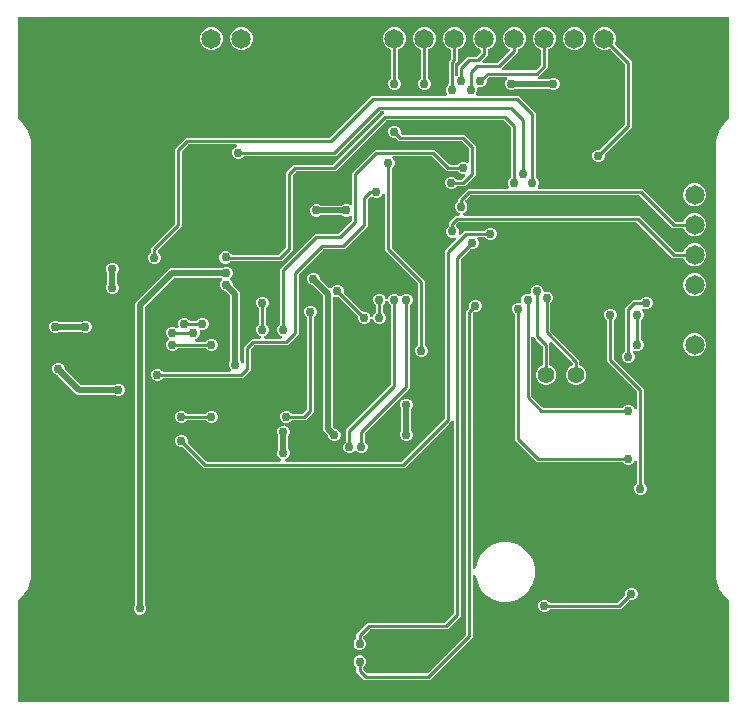
<source format=gbr>
G04 EAGLE Gerber RS-274X export*
G75*
%MOMM*%
%FSLAX34Y34*%
%LPD*%
%INBottom Copper*%
%IPPOS*%
%AMOC8*
5,1,8,0,0,1.08239X$1,22.5*%
G01*
%ADD10C,1.650000*%
%ADD11C,1.400000*%
%ADD12C,0.756400*%
%ADD13C,0.508000*%
%ADD14C,0.254000*%

G36*
X600118Y10176D02*
X600118Y10176D01*
X600237Y10183D01*
X600275Y10196D01*
X600316Y10201D01*
X600426Y10244D01*
X600539Y10281D01*
X600574Y10303D01*
X600611Y10318D01*
X600707Y10387D01*
X600808Y10451D01*
X600836Y10481D01*
X600869Y10504D01*
X600945Y10596D01*
X601026Y10683D01*
X601046Y10718D01*
X601071Y10749D01*
X601122Y10857D01*
X601180Y10961D01*
X601190Y11001D01*
X601207Y11037D01*
X601229Y11154D01*
X601259Y11269D01*
X601263Y11329D01*
X601267Y11349D01*
X601265Y11370D01*
X601269Y11430D01*
X601269Y95681D01*
X601264Y95720D01*
X601267Y95760D01*
X601244Y95878D01*
X601229Y95997D01*
X601215Y96034D01*
X601208Y96072D01*
X601157Y96181D01*
X601112Y96292D01*
X601089Y96324D01*
X601072Y96360D01*
X600996Y96453D01*
X600926Y96550D01*
X600895Y96575D01*
X600870Y96605D01*
X600746Y96708D01*
X598407Y98407D01*
X592792Y106137D01*
X589839Y115223D01*
X589839Y484777D01*
X592792Y493863D01*
X598407Y501593D01*
X600746Y503292D01*
X600775Y503319D01*
X600808Y503340D01*
X600891Y503428D01*
X600978Y503510D01*
X600999Y503543D01*
X601026Y503572D01*
X601084Y503677D01*
X601148Y503778D01*
X601161Y503816D01*
X601180Y503850D01*
X601210Y503966D01*
X601247Y504081D01*
X601249Y504120D01*
X601259Y504158D01*
X601269Y504319D01*
X601269Y588570D01*
X601254Y588688D01*
X601247Y588807D01*
X601234Y588845D01*
X601229Y588886D01*
X601186Y588996D01*
X601149Y589109D01*
X601127Y589144D01*
X601112Y589181D01*
X601043Y589277D01*
X600979Y589378D01*
X600949Y589406D01*
X600926Y589439D01*
X600834Y589515D01*
X600747Y589596D01*
X600712Y589616D01*
X600681Y589641D01*
X600573Y589692D01*
X600469Y589750D01*
X600429Y589760D01*
X600393Y589777D01*
X600276Y589799D01*
X600161Y589829D01*
X600101Y589833D01*
X600081Y589837D01*
X600060Y589835D01*
X600000Y589839D01*
X0Y589839D01*
X-118Y589824D01*
X-237Y589817D01*
X-275Y589804D01*
X-316Y589799D01*
X-426Y589756D01*
X-539Y589719D01*
X-574Y589697D01*
X-611Y589682D01*
X-707Y589613D01*
X-808Y589549D01*
X-836Y589519D01*
X-869Y589496D01*
X-945Y589404D01*
X-1026Y589317D01*
X-1046Y589282D01*
X-1071Y589251D01*
X-1122Y589143D01*
X-1180Y589039D01*
X-1190Y588999D01*
X-1207Y588963D01*
X-1229Y588846D01*
X-1259Y588731D01*
X-1263Y588671D01*
X-1267Y588651D01*
X-1265Y588630D01*
X-1269Y588570D01*
X-1269Y504319D01*
X-1264Y504280D01*
X-1267Y504240D01*
X-1244Y504122D01*
X-1229Y504003D01*
X-1215Y503966D01*
X-1208Y503928D01*
X-1157Y503819D01*
X-1112Y503708D01*
X-1089Y503676D01*
X-1072Y503640D01*
X-996Y503547D01*
X-926Y503450D01*
X-895Y503425D01*
X-870Y503395D01*
X-746Y503292D01*
X1593Y501593D01*
X7208Y493863D01*
X10161Y484777D01*
X10161Y115223D01*
X7208Y106137D01*
X1593Y98407D01*
X-746Y96708D01*
X-775Y96681D01*
X-808Y96660D01*
X-890Y96573D01*
X-978Y96490D01*
X-999Y96457D01*
X-1026Y96428D01*
X-1084Y96323D01*
X-1148Y96222D01*
X-1161Y96184D01*
X-1180Y96150D01*
X-1210Y96034D01*
X-1247Y95919D01*
X-1249Y95880D01*
X-1259Y95842D01*
X-1269Y95681D01*
X-1269Y11430D01*
X-1254Y11312D01*
X-1247Y11193D01*
X-1234Y11155D01*
X-1229Y11114D01*
X-1186Y11004D01*
X-1149Y10891D01*
X-1127Y10856D01*
X-1112Y10819D01*
X-1043Y10723D01*
X-979Y10622D01*
X-949Y10594D01*
X-926Y10561D01*
X-834Y10485D01*
X-747Y10404D01*
X-712Y10384D01*
X-681Y10359D01*
X-573Y10308D01*
X-469Y10250D01*
X-429Y10240D01*
X-393Y10223D01*
X-276Y10201D01*
X-161Y10171D01*
X-101Y10167D01*
X-81Y10163D01*
X-60Y10165D01*
X0Y10161D01*
X600000Y10161D01*
X600118Y10176D01*
G37*
%LPC*%
G36*
X287234Y53875D02*
X287234Y53875D01*
X285284Y54683D01*
X283791Y56176D01*
X282983Y58126D01*
X282983Y60238D01*
X283791Y62188D01*
X285124Y63520D01*
X285184Y63599D01*
X285252Y63671D01*
X285281Y63724D01*
X285318Y63772D01*
X285358Y63863D01*
X285406Y63949D01*
X285421Y64008D01*
X285445Y64064D01*
X285460Y64161D01*
X285485Y64257D01*
X285491Y64357D01*
X285495Y64378D01*
X285493Y64390D01*
X285495Y64418D01*
X285495Y67960D01*
X294752Y77217D01*
X359759Y77217D01*
X359857Y77229D01*
X359956Y77232D01*
X360014Y77249D01*
X360074Y77257D01*
X360166Y77293D01*
X360261Y77321D01*
X360314Y77351D01*
X360370Y77374D01*
X360450Y77432D01*
X360535Y77482D01*
X360611Y77548D01*
X360627Y77560D01*
X360635Y77570D01*
X360656Y77588D01*
X367674Y84606D01*
X367734Y84684D01*
X367802Y84756D01*
X367831Y84809D01*
X367868Y84857D01*
X367908Y84948D01*
X367956Y85035D01*
X367971Y85093D01*
X367995Y85149D01*
X368010Y85247D01*
X368035Y85343D01*
X368041Y85443D01*
X368045Y85463D01*
X368043Y85475D01*
X368045Y85503D01*
X368045Y246729D01*
X368028Y246866D01*
X368015Y247005D01*
X368008Y247024D01*
X368005Y247044D01*
X367954Y247173D01*
X367907Y247304D01*
X367896Y247321D01*
X367888Y247340D01*
X367807Y247452D01*
X367729Y247567D01*
X367713Y247581D01*
X367702Y247597D01*
X367594Y247686D01*
X367490Y247778D01*
X367472Y247787D01*
X367457Y247800D01*
X367331Y247859D01*
X367207Y247923D01*
X367187Y247927D01*
X367169Y247936D01*
X367032Y247962D01*
X366897Y247992D01*
X366876Y247992D01*
X366857Y247995D01*
X366718Y247987D01*
X366579Y247983D01*
X366559Y247977D01*
X366539Y247976D01*
X366407Y247933D01*
X366273Y247894D01*
X366256Y247884D01*
X366237Y247878D01*
X366119Y247803D01*
X365999Y247733D01*
X365978Y247714D01*
X365968Y247707D01*
X365954Y247692D01*
X365879Y247626D01*
X364006Y245754D01*
X326278Y208025D01*
X156322Y208025D01*
X138886Y225462D01*
X138808Y225522D01*
X138736Y225590D01*
X138683Y225619D01*
X138635Y225656D01*
X138544Y225696D01*
X138457Y225744D01*
X138399Y225759D01*
X138343Y225783D01*
X138245Y225798D01*
X138149Y225823D01*
X138049Y225829D01*
X138029Y225833D01*
X138017Y225831D01*
X137989Y225833D01*
X136104Y225833D01*
X134154Y226641D01*
X132661Y228134D01*
X131853Y230084D01*
X131853Y232196D01*
X132661Y234146D01*
X134154Y235639D01*
X136104Y236447D01*
X138216Y236447D01*
X140166Y235639D01*
X141659Y234146D01*
X142467Y232196D01*
X142467Y230311D01*
X142479Y230213D01*
X142482Y230114D01*
X142499Y230056D01*
X142507Y229996D01*
X142543Y229904D01*
X142571Y229809D01*
X142601Y229756D01*
X142624Y229700D01*
X142682Y229620D01*
X142732Y229535D01*
X142798Y229459D01*
X142810Y229443D01*
X142820Y229435D01*
X142838Y229414D01*
X158266Y213986D01*
X158344Y213926D01*
X158416Y213858D01*
X158469Y213829D01*
X158517Y213792D01*
X158608Y213752D01*
X158695Y213704D01*
X158753Y213689D01*
X158809Y213665D01*
X158907Y213650D01*
X159003Y213625D01*
X159103Y213619D01*
X159123Y213615D01*
X159135Y213617D01*
X159163Y213615D01*
X220508Y213615D01*
X220577Y213623D01*
X220647Y213622D01*
X220734Y213643D01*
X220823Y213655D01*
X220888Y213680D01*
X220956Y213697D01*
X221035Y213739D01*
X221119Y213772D01*
X221175Y213813D01*
X221237Y213845D01*
X221304Y213906D01*
X221376Y213958D01*
X221421Y214012D01*
X221472Y214059D01*
X221522Y214134D01*
X221579Y214203D01*
X221609Y214267D01*
X221647Y214325D01*
X221676Y214410D01*
X221715Y214491D01*
X221728Y214560D01*
X221750Y214626D01*
X221757Y214715D01*
X221774Y214803D01*
X221770Y214873D01*
X221776Y214943D01*
X221760Y215031D01*
X221755Y215121D01*
X221733Y215187D01*
X221721Y215256D01*
X221684Y215338D01*
X221657Y215423D01*
X221619Y215482D01*
X221591Y215546D01*
X221534Y215616D01*
X221486Y215692D01*
X221436Y215740D01*
X221392Y215794D01*
X221320Y215849D01*
X221255Y215910D01*
X221194Y215944D01*
X221138Y215986D01*
X220993Y216057D01*
X220514Y216255D01*
X219021Y217748D01*
X218213Y219698D01*
X218213Y221810D01*
X219021Y223760D01*
X219084Y223822D01*
X219144Y223901D01*
X219212Y223973D01*
X219241Y224026D01*
X219278Y224074D01*
X219318Y224165D01*
X219366Y224251D01*
X219381Y224310D01*
X219405Y224366D01*
X219420Y224463D01*
X219445Y224559D01*
X219451Y224659D01*
X219455Y224680D01*
X219453Y224692D01*
X219455Y224720D01*
X219455Y234794D01*
X219443Y234892D01*
X219440Y234991D01*
X219423Y235050D01*
X219415Y235110D01*
X219379Y235202D01*
X219351Y235297D01*
X219321Y235349D01*
X219298Y235405D01*
X219240Y235485D01*
X219190Y235571D01*
X219124Y235646D01*
X219112Y235663D01*
X219102Y235670D01*
X219084Y235692D01*
X219021Y235754D01*
X218213Y237704D01*
X218213Y239816D01*
X219021Y241766D01*
X220514Y243259D01*
X222464Y244067D01*
X223661Y244067D01*
X223730Y244075D01*
X223800Y244074D01*
X223887Y244095D01*
X223976Y244107D01*
X224041Y244132D01*
X224109Y244149D01*
X224188Y244191D01*
X224272Y244224D01*
X224329Y244265D01*
X224390Y244297D01*
X224457Y244358D01*
X224529Y244410D01*
X224574Y244464D01*
X224626Y244511D01*
X224675Y244586D01*
X224687Y244601D01*
X224694Y244581D01*
X224706Y244512D01*
X224743Y244430D01*
X224770Y244345D01*
X224808Y244286D01*
X224836Y244222D01*
X224892Y244152D01*
X224940Y244076D01*
X224991Y244028D01*
X225035Y243974D01*
X225107Y243919D01*
X225172Y243858D01*
X225233Y243824D01*
X225289Y243782D01*
X225433Y243711D01*
X226526Y243259D01*
X228019Y241766D01*
X228827Y239816D01*
X228827Y237704D01*
X228019Y235754D01*
X227956Y235692D01*
X227896Y235613D01*
X227828Y235541D01*
X227799Y235488D01*
X227762Y235440D01*
X227722Y235349D01*
X227674Y235263D01*
X227659Y235204D01*
X227635Y235148D01*
X227620Y235051D01*
X227595Y234955D01*
X227589Y234855D01*
X227585Y234834D01*
X227587Y234822D01*
X227585Y234794D01*
X227585Y224720D01*
X227597Y224622D01*
X227600Y224523D01*
X227617Y224464D01*
X227625Y224404D01*
X227661Y224312D01*
X227689Y224217D01*
X227719Y224165D01*
X227742Y224109D01*
X227800Y224029D01*
X227850Y223943D01*
X227916Y223868D01*
X227928Y223851D01*
X227938Y223844D01*
X227956Y223822D01*
X228019Y223760D01*
X228827Y221810D01*
X228827Y219698D01*
X228019Y217748D01*
X226526Y216255D01*
X226047Y216057D01*
X225986Y216022D01*
X225921Y215996D01*
X225849Y215944D01*
X225770Y215899D01*
X225720Y215850D01*
X225664Y215810D01*
X225607Y215740D01*
X225542Y215678D01*
X225505Y215618D01*
X225461Y215565D01*
X225423Y215483D01*
X225376Y215407D01*
X225355Y215340D01*
X225325Y215277D01*
X225309Y215189D01*
X225282Y215103D01*
X225279Y215033D01*
X225266Y214964D01*
X225271Y214875D01*
X225267Y214785D01*
X225281Y214717D01*
X225285Y214647D01*
X225313Y214562D01*
X225331Y214474D01*
X225362Y214411D01*
X225383Y214345D01*
X225432Y214269D01*
X225471Y214188D01*
X225516Y214135D01*
X225554Y214076D01*
X225619Y214014D01*
X225677Y213946D01*
X225734Y213906D01*
X225785Y213858D01*
X225864Y213815D01*
X225937Y213763D01*
X226003Y213738D01*
X226064Y213704D01*
X226151Y213682D01*
X226235Y213650D01*
X226304Y213642D01*
X226372Y213625D01*
X226532Y213615D01*
X323437Y213615D01*
X323535Y213627D01*
X323634Y213630D01*
X323692Y213647D01*
X323752Y213655D01*
X323844Y213691D01*
X323939Y213719D01*
X323992Y213749D01*
X324048Y213772D01*
X324128Y213830D01*
X324213Y213880D01*
X324289Y213946D01*
X324305Y213958D01*
X324313Y213968D01*
X324334Y213986D01*
X360054Y249706D01*
X360114Y249784D01*
X360182Y249856D01*
X360211Y249909D01*
X360248Y249957D01*
X360288Y250048D01*
X360336Y250135D01*
X360351Y250193D01*
X360375Y250249D01*
X360390Y250347D01*
X360415Y250443D01*
X360421Y250543D01*
X360425Y250563D01*
X360423Y250575D01*
X360425Y250603D01*
X360425Y392318D01*
X369126Y401018D01*
X369169Y401074D01*
X369219Y401122D01*
X369266Y401199D01*
X369321Y401270D01*
X369349Y401334D01*
X369385Y401393D01*
X369412Y401479D01*
X369447Y401562D01*
X369458Y401631D01*
X369479Y401697D01*
X369483Y401787D01*
X369497Y401876D01*
X369491Y401945D01*
X369494Y402015D01*
X369476Y402103D01*
X369467Y402192D01*
X369444Y402258D01*
X369430Y402326D01*
X369390Y402407D01*
X369360Y402492D01*
X369321Y402549D01*
X369290Y402612D01*
X369232Y402680D01*
X369181Y402755D01*
X369129Y402801D01*
X369083Y402854D01*
X369010Y402906D01*
X368943Y402965D01*
X368880Y402997D01*
X368823Y403037D01*
X368740Y403069D01*
X368660Y403110D01*
X368591Y403125D01*
X368526Y403150D01*
X368437Y403160D01*
X368349Y403179D01*
X368279Y403177D01*
X368210Y403185D01*
X368121Y403172D01*
X368031Y403170D01*
X367964Y403150D01*
X367895Y403141D01*
X367850Y403125D01*
X365720Y403125D01*
X363770Y403933D01*
X362277Y405426D01*
X361469Y407376D01*
X361469Y409488D01*
X362277Y411438D01*
X363610Y412770D01*
X363670Y412849D01*
X363738Y412921D01*
X363767Y412974D01*
X363804Y413022D01*
X363844Y413113D01*
X363892Y413199D01*
X363907Y413258D01*
X363931Y413314D01*
X363946Y413411D01*
X363971Y413507D01*
X363977Y413607D01*
X363981Y413628D01*
X363979Y413640D01*
X363981Y413668D01*
X363981Y416194D01*
X369682Y421895D01*
X371675Y421895D01*
X371744Y421903D01*
X371814Y421902D01*
X371902Y421923D01*
X371991Y421935D01*
X372056Y421960D01*
X372124Y421977D01*
X372203Y422019D01*
X372286Y422052D01*
X372343Y422093D01*
X372405Y422125D01*
X372471Y422186D01*
X372544Y422238D01*
X372588Y422292D01*
X372640Y422339D01*
X372689Y422414D01*
X372747Y422483D01*
X372776Y422547D01*
X372815Y422605D01*
X372844Y422690D01*
X372882Y422771D01*
X372895Y422840D01*
X372918Y422906D01*
X372925Y422995D01*
X372942Y423083D01*
X372938Y423153D01*
X372943Y423223D01*
X372928Y423311D01*
X372922Y423401D01*
X372901Y423467D01*
X372889Y423536D01*
X372852Y423618D01*
X372824Y423703D01*
X372787Y423762D01*
X372758Y423826D01*
X372702Y423896D01*
X372654Y423972D01*
X372603Y424020D01*
X372560Y424074D01*
X372488Y424129D01*
X372422Y424190D01*
X372361Y424224D01*
X372305Y424266D01*
X372161Y424337D01*
X371136Y424761D01*
X369643Y426254D01*
X368835Y428204D01*
X368835Y430316D01*
X369643Y432266D01*
X370976Y433598D01*
X371036Y433677D01*
X371104Y433749D01*
X371133Y433802D01*
X371170Y433850D01*
X371210Y433941D01*
X371258Y434027D01*
X371273Y434086D01*
X371297Y434142D01*
X371312Y434239D01*
X371337Y434335D01*
X371343Y434435D01*
X371347Y434456D01*
X371345Y434468D01*
X371347Y434496D01*
X371347Y436260D01*
X379842Y444755D01*
X413455Y444755D01*
X413505Y444761D01*
X413554Y444759D01*
X413662Y444781D01*
X413771Y444795D01*
X413817Y444813D01*
X413866Y444823D01*
X413964Y444871D01*
X414066Y444912D01*
X414106Y444941D01*
X414151Y444963D01*
X414235Y445034D01*
X414324Y445098D01*
X414355Y445137D01*
X414393Y445169D01*
X414457Y445259D01*
X414527Y445343D01*
X414548Y445388D01*
X414576Y445429D01*
X414615Y445532D01*
X414662Y445631D01*
X414671Y445680D01*
X414689Y445726D01*
X414701Y445836D01*
X414722Y445943D01*
X414719Y445993D01*
X414724Y446042D01*
X414709Y446151D01*
X414702Y446261D01*
X414687Y446308D01*
X414680Y446357D01*
X414628Y446510D01*
X413793Y448524D01*
X413793Y450636D01*
X414601Y452586D01*
X415934Y453918D01*
X415994Y453997D01*
X416062Y454069D01*
X416091Y454122D01*
X416128Y454170D01*
X416168Y454261D01*
X416216Y454347D01*
X416231Y454406D01*
X416255Y454462D01*
X416270Y454559D01*
X416295Y454655D01*
X416301Y454755D01*
X416305Y454776D01*
X416303Y454788D01*
X416305Y454816D01*
X416305Y496157D01*
X416293Y496255D01*
X416290Y496354D01*
X416273Y496412D01*
X416265Y496472D01*
X416229Y496564D01*
X416201Y496659D01*
X416171Y496712D01*
X416148Y496768D01*
X416090Y496848D01*
X416040Y496933D01*
X415974Y497009D01*
X415962Y497025D01*
X415952Y497033D01*
X415934Y497054D01*
X410694Y502294D01*
X410616Y502354D01*
X410544Y502422D01*
X410491Y502451D01*
X410443Y502488D01*
X410352Y502528D01*
X410265Y502576D01*
X410207Y502591D01*
X410151Y502615D01*
X410053Y502630D01*
X409957Y502655D01*
X409857Y502661D01*
X409837Y502665D01*
X409825Y502663D01*
X409797Y502665D01*
X311563Y502665D01*
X311465Y502653D01*
X311366Y502650D01*
X311308Y502633D01*
X311248Y502625D01*
X311156Y502589D01*
X311061Y502561D01*
X311008Y502531D01*
X310952Y502508D01*
X310872Y502450D01*
X310787Y502400D01*
X310711Y502334D01*
X310695Y502322D01*
X310687Y502312D01*
X310666Y502294D01*
X267858Y459485D01*
X235363Y459485D01*
X235265Y459473D01*
X235166Y459470D01*
X235108Y459453D01*
X235048Y459445D01*
X234956Y459409D01*
X234861Y459381D01*
X234808Y459351D01*
X234752Y459328D01*
X234672Y459270D01*
X234587Y459220D01*
X234511Y459154D01*
X234495Y459142D01*
X234489Y459135D01*
X234485Y459132D01*
X234481Y459126D01*
X234466Y459114D01*
X231766Y456414D01*
X231706Y456336D01*
X231638Y456264D01*
X231609Y456211D01*
X231572Y456163D01*
X231532Y456072D01*
X231484Y455985D01*
X231469Y455927D01*
X231445Y455871D01*
X231430Y455773D01*
X231405Y455677D01*
X231399Y455577D01*
X231395Y455557D01*
X231397Y455545D01*
X231395Y455517D01*
X231395Y392542D01*
X229386Y390534D01*
X224146Y385294D01*
X222138Y383285D01*
X179560Y383285D01*
X179462Y383273D01*
X179363Y383270D01*
X179305Y383253D01*
X179244Y383245D01*
X179152Y383209D01*
X179057Y383181D01*
X179005Y383151D01*
X178949Y383128D01*
X178869Y383070D01*
X178783Y383020D01*
X178708Y382954D01*
X178691Y382942D01*
X178684Y382932D01*
X178662Y382914D01*
X177798Y382049D01*
X175848Y381241D01*
X173736Y381241D01*
X171786Y382049D01*
X170293Y383542D01*
X169485Y385492D01*
X169485Y387604D01*
X170293Y389554D01*
X171786Y391047D01*
X173736Y391855D01*
X175848Y391855D01*
X177798Y391047D01*
X179325Y389520D01*
X179341Y389495D01*
X179405Y389382D01*
X179426Y389361D01*
X179442Y389336D01*
X179536Y389247D01*
X179626Y389154D01*
X179652Y389138D01*
X179673Y389118D01*
X179787Y389055D01*
X179897Y388987D01*
X179926Y388979D01*
X179952Y388964D01*
X180077Y388932D01*
X180201Y388894D01*
X180231Y388892D01*
X180260Y388885D01*
X180420Y388875D01*
X219297Y388875D01*
X219395Y388887D01*
X219494Y388890D01*
X219552Y388907D01*
X219612Y388915D01*
X219704Y388951D01*
X219799Y388979D01*
X219852Y389009D01*
X219908Y389032D01*
X219988Y389090D01*
X220073Y389140D01*
X220149Y389206D01*
X220165Y389218D01*
X220173Y389228D01*
X220194Y389246D01*
X225434Y394486D01*
X225494Y394564D01*
X225562Y394636D01*
X225591Y394689D01*
X225628Y394737D01*
X225668Y394828D01*
X225716Y394915D01*
X225731Y394973D01*
X225755Y395029D01*
X225770Y395127D01*
X225795Y395223D01*
X225801Y395323D01*
X225805Y395343D01*
X225803Y395355D01*
X225805Y395383D01*
X225805Y458358D01*
X227814Y460366D01*
X232522Y465075D01*
X265017Y465075D01*
X265115Y465087D01*
X265214Y465090D01*
X265272Y465107D01*
X265332Y465115D01*
X265424Y465151D01*
X265519Y465179D01*
X265572Y465209D01*
X265628Y465232D01*
X265708Y465290D01*
X265793Y465340D01*
X265869Y465406D01*
X265885Y465418D01*
X265893Y465428D01*
X265914Y465446D01*
X308586Y508119D01*
X308671Y508228D01*
X308760Y508335D01*
X308769Y508354D01*
X308781Y508370D01*
X308837Y508498D01*
X308896Y508623D01*
X308899Y508643D01*
X308907Y508662D01*
X308929Y508800D01*
X308955Y508936D01*
X308954Y508956D01*
X308957Y508976D01*
X308944Y509115D01*
X308936Y509253D01*
X308929Y509272D01*
X308928Y509292D01*
X308880Y509424D01*
X308838Y509555D01*
X308827Y509573D01*
X308820Y509592D01*
X308742Y509707D01*
X308667Y509824D01*
X308653Y509838D01*
X308641Y509855D01*
X308537Y509947D01*
X308436Y510042D01*
X308418Y510052D01*
X308403Y510065D01*
X308279Y510128D01*
X308157Y510196D01*
X308138Y510201D01*
X308120Y510210D01*
X307984Y510240D01*
X307849Y510275D01*
X307821Y510277D01*
X307809Y510280D01*
X307789Y510279D01*
X307689Y510285D01*
X306483Y510285D01*
X306385Y510273D01*
X306286Y510270D01*
X306228Y510253D01*
X306168Y510245D01*
X306076Y510209D01*
X305981Y510181D01*
X305928Y510151D01*
X305872Y510128D01*
X305792Y510070D01*
X305707Y510020D01*
X305631Y509954D01*
X305615Y509942D01*
X305607Y509932D01*
X305586Y509914D01*
X267858Y472185D01*
X190656Y472185D01*
X190558Y472173D01*
X190459Y472170D01*
X190400Y472153D01*
X190340Y472145D01*
X190248Y472109D01*
X190153Y472081D01*
X190101Y472051D01*
X190045Y472028D01*
X189965Y471970D01*
X189879Y471920D01*
X189804Y471854D01*
X189787Y471842D01*
X189780Y471832D01*
X189773Y471826D01*
X189770Y471824D01*
X189768Y471822D01*
X189758Y471814D01*
X188426Y470481D01*
X186476Y469673D01*
X184364Y469673D01*
X182414Y470481D01*
X180921Y471974D01*
X180113Y473924D01*
X180113Y476036D01*
X180921Y477986D01*
X182414Y479479D01*
X183439Y479903D01*
X183494Y479935D01*
X183508Y479940D01*
X183511Y479942D01*
X183564Y479964D01*
X183637Y480016D01*
X183715Y480061D01*
X183765Y480109D01*
X183822Y480150D01*
X183879Y480220D01*
X183944Y480282D01*
X183980Y480342D01*
X184025Y480395D01*
X184063Y480477D01*
X184110Y480553D01*
X184130Y480620D01*
X184160Y480683D01*
X184177Y480771D01*
X184203Y480857D01*
X184207Y480927D01*
X184220Y480996D01*
X184214Y481085D01*
X184219Y481175D01*
X184204Y481243D01*
X184200Y481313D01*
X184173Y481398D01*
X184154Y481486D01*
X184124Y481549D01*
X184102Y481615D01*
X184054Y481691D01*
X184015Y481772D01*
X183969Y481825D01*
X183932Y481884D01*
X183866Y481946D01*
X183808Y482014D01*
X183751Y482054D01*
X183700Y482102D01*
X183622Y482145D01*
X183548Y482197D01*
X183483Y482222D01*
X183422Y482256D01*
X183335Y482278D01*
X183251Y482310D01*
X183181Y482318D01*
X183114Y482335D01*
X182953Y482345D01*
X143923Y482345D01*
X143825Y482333D01*
X143726Y482330D01*
X143668Y482313D01*
X143608Y482305D01*
X143516Y482269D01*
X143421Y482241D01*
X143368Y482211D01*
X143312Y482188D01*
X143232Y482130D01*
X143147Y482080D01*
X143071Y482014D01*
X143055Y482002D01*
X143047Y481992D01*
X143026Y481974D01*
X137786Y476734D01*
X137726Y476656D01*
X137658Y476584D01*
X137629Y476531D01*
X137592Y476483D01*
X137552Y476392D01*
X137504Y476305D01*
X137489Y476247D01*
X137465Y476191D01*
X137450Y476093D01*
X137425Y475997D01*
X137419Y475897D01*
X137415Y475877D01*
X137417Y475865D01*
X137415Y475837D01*
X137415Y412862D01*
X117466Y392914D01*
X117406Y392836D01*
X117338Y392764D01*
X117309Y392711D01*
X117272Y392663D01*
X117232Y392572D01*
X117184Y392485D01*
X117169Y392427D01*
X117145Y392371D01*
X117130Y392273D01*
X117105Y392177D01*
X117099Y392077D01*
X117095Y392057D01*
X117097Y392045D01*
X117095Y392017D01*
X117095Y391316D01*
X117107Y391218D01*
X117110Y391119D01*
X117127Y391060D01*
X117135Y391000D01*
X117171Y390908D01*
X117199Y390813D01*
X117229Y390761D01*
X117252Y390705D01*
X117310Y390625D01*
X117360Y390539D01*
X117426Y390464D01*
X117438Y390447D01*
X117448Y390440D01*
X117466Y390418D01*
X118799Y389086D01*
X119607Y387136D01*
X119607Y385024D01*
X118799Y383074D01*
X117306Y381581D01*
X115356Y380773D01*
X113244Y380773D01*
X111294Y381581D01*
X109801Y383074D01*
X108993Y385024D01*
X108993Y387136D01*
X109801Y389086D01*
X111134Y390418D01*
X111194Y390497D01*
X111262Y390569D01*
X111291Y390622D01*
X111328Y390670D01*
X111368Y390761D01*
X111416Y390847D01*
X111431Y390906D01*
X111455Y390962D01*
X111470Y391059D01*
X111495Y391155D01*
X111501Y391255D01*
X111505Y391276D01*
X111503Y391288D01*
X111505Y391316D01*
X111505Y394858D01*
X131454Y414806D01*
X131514Y414884D01*
X131582Y414956D01*
X131611Y415009D01*
X131648Y415057D01*
X131688Y415148D01*
X131736Y415235D01*
X131751Y415293D01*
X131775Y415349D01*
X131790Y415447D01*
X131815Y415543D01*
X131821Y415643D01*
X131825Y415663D01*
X131823Y415675D01*
X131825Y415703D01*
X131825Y478678D01*
X141082Y487935D01*
X262477Y487935D01*
X262575Y487947D01*
X262674Y487950D01*
X262732Y487967D01*
X262792Y487975D01*
X262884Y488011D01*
X262979Y488039D01*
X263032Y488069D01*
X263088Y488092D01*
X263168Y488150D01*
X263253Y488200D01*
X263329Y488266D01*
X263345Y488278D01*
X263353Y488288D01*
X263374Y488306D01*
X298562Y523495D01*
X360623Y523495D01*
X360673Y523501D01*
X360722Y523499D01*
X360830Y523521D01*
X360939Y523535D01*
X360985Y523553D01*
X361034Y523563D01*
X361132Y523611D01*
X361234Y523652D01*
X361274Y523681D01*
X361319Y523703D01*
X361403Y523774D01*
X361492Y523838D01*
X361523Y523877D01*
X361561Y523909D01*
X361625Y523999D01*
X361695Y524083D01*
X361716Y524128D01*
X361744Y524169D01*
X361783Y524272D01*
X361830Y524371D01*
X361839Y524420D01*
X361857Y524466D01*
X361869Y524576D01*
X361890Y524683D01*
X361887Y524733D01*
X361892Y524782D01*
X361877Y524891D01*
X361870Y525001D01*
X361855Y525048D01*
X361848Y525097D01*
X361796Y525250D01*
X360961Y527264D01*
X360961Y529376D01*
X361769Y531326D01*
X363102Y532658D01*
X363162Y532737D01*
X363230Y532809D01*
X363259Y532862D01*
X363296Y532910D01*
X363336Y533001D01*
X363384Y533087D01*
X363399Y533146D01*
X363423Y533202D01*
X363438Y533299D01*
X363463Y533395D01*
X363469Y533495D01*
X363473Y533516D01*
X363471Y533528D01*
X363473Y533556D01*
X363473Y552846D01*
X365134Y554506D01*
X365194Y554584D01*
X365262Y554656D01*
X365291Y554709D01*
X365328Y554757D01*
X365368Y554848D01*
X365416Y554935D01*
X365431Y554993D01*
X365455Y555049D01*
X365470Y555147D01*
X365495Y555243D01*
X365501Y555343D01*
X365505Y555363D01*
X365503Y555375D01*
X365505Y555403D01*
X365505Y561469D01*
X365502Y561499D01*
X365504Y561528D01*
X365482Y561656D01*
X365465Y561785D01*
X365455Y561812D01*
X365450Y561842D01*
X365396Y561960D01*
X365348Y562081D01*
X365331Y562105D01*
X365319Y562131D01*
X365238Y562233D01*
X365162Y562338D01*
X365139Y562357D01*
X365120Y562380D01*
X365017Y562458D01*
X364917Y562541D01*
X364890Y562553D01*
X364866Y562571D01*
X364722Y562642D01*
X362763Y563453D01*
X360013Y566203D01*
X358525Y569796D01*
X358525Y573684D01*
X360013Y577277D01*
X362763Y580027D01*
X366356Y581515D01*
X370244Y581515D01*
X373837Y580027D01*
X376587Y577277D01*
X378075Y573684D01*
X378075Y569796D01*
X376587Y566203D01*
X373837Y563453D01*
X371878Y562642D01*
X371853Y562627D01*
X371825Y562618D01*
X371715Y562549D01*
X371602Y562485D01*
X371581Y562464D01*
X371556Y562448D01*
X371467Y562354D01*
X371374Y562263D01*
X371358Y562238D01*
X371338Y562217D01*
X371275Y562103D01*
X371207Y561992D01*
X371199Y561964D01*
X371184Y561938D01*
X371152Y561812D01*
X371114Y561688D01*
X371112Y561659D01*
X371105Y561630D01*
X371095Y561469D01*
X371095Y552562D01*
X369434Y550902D01*
X369374Y550824D01*
X369306Y550752D01*
X369277Y550699D01*
X369240Y550651D01*
X369200Y550560D01*
X369152Y550473D01*
X369137Y550415D01*
X369113Y550359D01*
X369098Y550261D01*
X369073Y550165D01*
X369067Y550065D01*
X369063Y550045D01*
X369065Y550033D01*
X369063Y550005D01*
X369063Y541176D01*
X369066Y541151D01*
X369064Y541127D01*
X369086Y540994D01*
X369103Y540860D01*
X369112Y540837D01*
X369116Y540813D01*
X369170Y540690D01*
X369220Y540565D01*
X369234Y540545D01*
X369244Y540522D01*
X369327Y540416D01*
X369406Y540307D01*
X369426Y540291D01*
X369441Y540272D01*
X369548Y540190D01*
X369651Y540104D01*
X369674Y540094D01*
X369693Y540079D01*
X369818Y540026D01*
X369939Y539969D01*
X369963Y539964D01*
X369986Y539955D01*
X370120Y539934D01*
X370251Y539909D01*
X370276Y539911D01*
X370301Y539907D01*
X370435Y539921D01*
X370569Y539929D01*
X370592Y539937D01*
X370617Y539939D01*
X370743Y539985D01*
X370871Y540027D01*
X370892Y540040D01*
X370916Y540049D01*
X371026Y540125D01*
X371140Y540197D01*
X371157Y540215D01*
X371177Y540229D01*
X371266Y540330D01*
X371358Y540429D01*
X371370Y540450D01*
X371386Y540469D01*
X371467Y540608D01*
X371485Y540660D01*
X371490Y540667D01*
X371512Y540707D01*
X371538Y540809D01*
X371573Y540908D01*
X371577Y540963D01*
X371591Y541015D01*
X371601Y541176D01*
X371601Y548274D01*
X379842Y556515D01*
X386937Y556515D01*
X387035Y556527D01*
X387134Y556530D01*
X387192Y556547D01*
X387252Y556555D01*
X387344Y556591D01*
X387439Y556619D01*
X387492Y556649D01*
X387548Y556672D01*
X387628Y556730D01*
X387713Y556780D01*
X387789Y556846D01*
X387805Y556858D01*
X387813Y556868D01*
X387834Y556886D01*
X390534Y559586D01*
X390594Y559664D01*
X390662Y559736D01*
X390691Y559789D01*
X390728Y559837D01*
X390768Y559928D01*
X390816Y560015D01*
X390831Y560073D01*
X390855Y560129D01*
X390870Y560227D01*
X390895Y560323D01*
X390901Y560423D01*
X390905Y560443D01*
X390903Y560455D01*
X390905Y560483D01*
X390905Y561469D01*
X390902Y561499D01*
X390904Y561528D01*
X390882Y561656D01*
X390865Y561785D01*
X390855Y561812D01*
X390850Y561841D01*
X390796Y561960D01*
X390748Y562081D01*
X390731Y562105D01*
X390719Y562131D01*
X390638Y562233D01*
X390562Y562338D01*
X390539Y562357D01*
X390520Y562380D01*
X390417Y562458D01*
X390317Y562541D01*
X390290Y562553D01*
X390266Y562571D01*
X390122Y562642D01*
X388163Y563453D01*
X385413Y566203D01*
X383925Y569796D01*
X383925Y573684D01*
X385413Y577277D01*
X388163Y580027D01*
X391756Y581515D01*
X395644Y581515D01*
X399237Y580027D01*
X401987Y577277D01*
X403475Y573684D01*
X403475Y569796D01*
X401987Y566203D01*
X399237Y563453D01*
X397278Y562642D01*
X397253Y562627D01*
X397225Y562618D01*
X397115Y562549D01*
X397002Y562485D01*
X396981Y562464D01*
X396956Y562448D01*
X396867Y562353D01*
X396774Y562263D01*
X396758Y562238D01*
X396738Y562217D01*
X396675Y562103D01*
X396607Y561992D01*
X396599Y561964D01*
X396584Y561938D01*
X396552Y561812D01*
X396514Y561688D01*
X396512Y561659D01*
X396505Y561630D01*
X396495Y561469D01*
X396495Y557642D01*
X392454Y553601D01*
X392369Y553492D01*
X392280Y553385D01*
X392271Y553366D01*
X392259Y553350D01*
X392203Y553222D01*
X392144Y553097D01*
X392141Y553077D01*
X392133Y553058D01*
X392111Y552920D01*
X392085Y552784D01*
X392086Y552764D01*
X392083Y552744D01*
X392096Y552605D01*
X392104Y552467D01*
X392111Y552448D01*
X392112Y552428D01*
X392160Y552296D01*
X392202Y552165D01*
X392213Y552147D01*
X392220Y552128D01*
X392298Y552013D01*
X392373Y551896D01*
X392387Y551882D01*
X392399Y551865D01*
X392503Y551773D01*
X392604Y551678D01*
X392622Y551668D01*
X392637Y551655D01*
X392761Y551591D01*
X392883Y551524D01*
X392902Y551519D01*
X392920Y551510D01*
X393056Y551480D01*
X393191Y551445D01*
X393219Y551443D01*
X393231Y551440D01*
X393251Y551441D01*
X393351Y551435D01*
X404717Y551435D01*
X404815Y551447D01*
X404914Y551450D01*
X404972Y551467D01*
X405032Y551475D01*
X405124Y551511D01*
X405219Y551539D01*
X405272Y551569D01*
X405328Y551592D01*
X405408Y551650D01*
X405493Y551700D01*
X405569Y551766D01*
X405585Y551778D01*
X405593Y551788D01*
X405614Y551806D01*
X414835Y561027D01*
X414865Y561066D01*
X414902Y561100D01*
X414962Y561191D01*
X415030Y561278D01*
X415049Y561324D01*
X415077Y561365D01*
X415112Y561469D01*
X415156Y561570D01*
X415164Y561619D01*
X415180Y561666D01*
X415189Y561776D01*
X415206Y561884D01*
X415201Y561934D01*
X415205Y561983D01*
X415186Y562091D01*
X415176Y562201D01*
X415159Y562248D01*
X415151Y562297D01*
X415106Y562397D01*
X415068Y562500D01*
X415041Y562541D01*
X415020Y562587D01*
X414952Y562673D01*
X414890Y562763D01*
X414853Y562796D01*
X414822Y562835D01*
X414734Y562901D01*
X414651Y562974D01*
X414607Y562996D01*
X414567Y563026D01*
X414423Y563097D01*
X413563Y563453D01*
X410813Y566203D01*
X409325Y569796D01*
X409325Y573684D01*
X410813Y577277D01*
X413563Y580027D01*
X417156Y581515D01*
X421044Y581515D01*
X424637Y580027D01*
X427387Y577277D01*
X428875Y573684D01*
X428875Y569796D01*
X427387Y566203D01*
X424637Y563453D01*
X422678Y562642D01*
X422653Y562627D01*
X422625Y562618D01*
X422515Y562549D01*
X422402Y562485D01*
X422381Y562464D01*
X422356Y562448D01*
X422267Y562353D01*
X422174Y562263D01*
X422158Y562238D01*
X422138Y562217D01*
X422075Y562103D01*
X422007Y561992D01*
X421999Y561964D01*
X421984Y561938D01*
X421952Y561812D01*
X421914Y561688D01*
X421912Y561659D01*
X421905Y561630D01*
X421895Y561469D01*
X421895Y560182D01*
X419886Y558174D01*
X408738Y547025D01*
X408653Y546916D01*
X408564Y546809D01*
X408555Y546790D01*
X408543Y546774D01*
X408487Y546646D01*
X408428Y546521D01*
X408425Y546501D01*
X408417Y546482D01*
X408395Y546344D01*
X408369Y546208D01*
X408370Y546188D01*
X408367Y546168D01*
X408380Y546029D01*
X408388Y545891D01*
X408395Y545872D01*
X408396Y545852D01*
X408444Y545720D01*
X408486Y545589D01*
X408497Y545571D01*
X408504Y545552D01*
X408582Y545437D01*
X408657Y545320D01*
X408671Y545306D01*
X408683Y545289D01*
X408787Y545197D01*
X408888Y545102D01*
X408906Y545092D01*
X408921Y545079D01*
X409045Y545015D01*
X409167Y544948D01*
X409186Y544943D01*
X409204Y544934D01*
X409340Y544904D01*
X409475Y544869D01*
X409503Y544867D01*
X409515Y544864D01*
X409535Y544865D01*
X409635Y544859D01*
X436241Y544859D01*
X436339Y544871D01*
X436438Y544874D01*
X436496Y544891D01*
X436556Y544899D01*
X436648Y544935D01*
X436743Y544963D01*
X436796Y544993D01*
X436852Y545016D01*
X436932Y545074D01*
X437017Y545124D01*
X437093Y545190D01*
X437109Y545202D01*
X437117Y545212D01*
X437138Y545230D01*
X441334Y549426D01*
X441394Y549504D01*
X441462Y549576D01*
X441491Y549629D01*
X441528Y549677D01*
X441568Y549768D01*
X441616Y549855D01*
X441631Y549913D01*
X441655Y549969D01*
X441670Y550067D01*
X441695Y550163D01*
X441701Y550263D01*
X441705Y550283D01*
X441703Y550295D01*
X441705Y550323D01*
X441705Y561469D01*
X441702Y561499D01*
X441704Y561528D01*
X441682Y561656D01*
X441665Y561785D01*
X441655Y561812D01*
X441650Y561841D01*
X441596Y561960D01*
X441548Y562081D01*
X441531Y562105D01*
X441519Y562131D01*
X441438Y562233D01*
X441362Y562338D01*
X441339Y562357D01*
X441320Y562380D01*
X441217Y562458D01*
X441117Y562541D01*
X441090Y562553D01*
X441066Y562571D01*
X440922Y562642D01*
X438963Y563453D01*
X436213Y566203D01*
X434725Y569796D01*
X434725Y573684D01*
X436213Y577277D01*
X438963Y580027D01*
X442556Y581515D01*
X446444Y581515D01*
X450037Y580027D01*
X452787Y577277D01*
X454275Y573684D01*
X454275Y569796D01*
X452787Y566203D01*
X450037Y563453D01*
X448078Y562642D01*
X448053Y562627D01*
X448025Y562618D01*
X447915Y562549D01*
X447802Y562485D01*
X447781Y562464D01*
X447756Y562448D01*
X447667Y562353D01*
X447574Y562263D01*
X447558Y562238D01*
X447538Y562217D01*
X447475Y562103D01*
X447407Y561992D01*
X447399Y561964D01*
X447384Y561938D01*
X447352Y561812D01*
X447314Y561688D01*
X447312Y561659D01*
X447305Y561630D01*
X447295Y561469D01*
X447295Y547482D01*
X439444Y539631D01*
X439359Y539522D01*
X439270Y539415D01*
X439261Y539396D01*
X439249Y539380D01*
X439193Y539252D01*
X439134Y539127D01*
X439131Y539107D01*
X439123Y539088D01*
X439101Y538950D01*
X439075Y538814D01*
X439076Y538794D01*
X439073Y538774D01*
X439086Y538635D01*
X439094Y538497D01*
X439101Y538478D01*
X439102Y538458D01*
X439150Y538326D01*
X439192Y538195D01*
X439203Y538177D01*
X439210Y538158D01*
X439288Y538043D01*
X439363Y537926D01*
X439377Y537912D01*
X439389Y537895D01*
X439493Y537803D01*
X439594Y537708D01*
X439612Y537698D01*
X439627Y537685D01*
X439751Y537621D01*
X439873Y537554D01*
X439892Y537549D01*
X439910Y537540D01*
X440046Y537510D01*
X440181Y537475D01*
X440209Y537473D01*
X440221Y537470D01*
X440241Y537471D01*
X440341Y537465D01*
X448154Y537465D01*
X448252Y537477D01*
X448351Y537480D01*
X448410Y537497D01*
X448470Y537505D01*
X448562Y537541D01*
X448657Y537569D01*
X448709Y537599D01*
X448765Y537622D01*
X448845Y537680D01*
X448931Y537730D01*
X449006Y537796D01*
X449023Y537808D01*
X449030Y537818D01*
X449052Y537836D01*
X449114Y537899D01*
X451064Y538707D01*
X453176Y538707D01*
X455126Y537899D01*
X456619Y536406D01*
X457427Y534456D01*
X457427Y532344D01*
X456619Y530394D01*
X455126Y528901D01*
X453176Y528093D01*
X451064Y528093D01*
X449114Y528901D01*
X449052Y528964D01*
X448973Y529024D01*
X448901Y529092D01*
X448848Y529121D01*
X448800Y529158D01*
X448709Y529198D01*
X448623Y529246D01*
X448564Y529261D01*
X448508Y529285D01*
X448411Y529300D01*
X448315Y529325D01*
X448215Y529331D01*
X448194Y529335D01*
X448182Y529333D01*
X448154Y529335D01*
X420526Y529335D01*
X420428Y529323D01*
X420329Y529320D01*
X420270Y529303D01*
X420210Y529295D01*
X420118Y529259D01*
X420023Y529231D01*
X419971Y529201D01*
X419915Y529178D01*
X419835Y529120D01*
X419749Y529070D01*
X419674Y529004D01*
X419657Y528992D01*
X419650Y528982D01*
X419628Y528964D01*
X419566Y528901D01*
X417616Y528093D01*
X415504Y528093D01*
X413554Y528901D01*
X412061Y530394D01*
X411253Y532344D01*
X411253Y534456D01*
X412061Y536406D01*
X412758Y537103D01*
X412843Y537212D01*
X412932Y537319D01*
X412940Y537338D01*
X412953Y537354D01*
X413008Y537482D01*
X413067Y537607D01*
X413071Y537627D01*
X413079Y537646D01*
X413101Y537784D01*
X413127Y537920D01*
X413126Y537940D01*
X413129Y537960D01*
X413116Y538099D01*
X413107Y538237D01*
X413101Y538256D01*
X413099Y538276D01*
X413052Y538407D01*
X413009Y538539D01*
X412998Y538557D01*
X412991Y538576D01*
X412913Y538690D01*
X412839Y538808D01*
X412824Y538822D01*
X412813Y538839D01*
X412709Y538931D01*
X412607Y539026D01*
X412590Y539036D01*
X412574Y539049D01*
X412451Y539112D01*
X412329Y539180D01*
X412309Y539185D01*
X412291Y539194D01*
X412155Y539224D01*
X412021Y539259D01*
X411993Y539261D01*
X411981Y539264D01*
X411960Y539263D01*
X411860Y539269D01*
X398205Y539269D01*
X398107Y539257D01*
X398008Y539254D01*
X397950Y539237D01*
X397890Y539229D01*
X397798Y539193D01*
X397703Y539165D01*
X397650Y539135D01*
X397594Y539112D01*
X397514Y539054D01*
X397429Y539004D01*
X397353Y538938D01*
X397337Y538926D01*
X397329Y538916D01*
X397308Y538898D01*
X396076Y537666D01*
X396016Y537588D01*
X395948Y537516D01*
X395919Y537463D01*
X395882Y537415D01*
X395842Y537324D01*
X395794Y537237D01*
X395779Y537179D01*
X395755Y537123D01*
X395740Y537025D01*
X395715Y536929D01*
X395709Y536829D01*
X395705Y536809D01*
X395707Y536797D01*
X395705Y536769D01*
X395705Y534884D01*
X394897Y532934D01*
X393404Y531441D01*
X391454Y530633D01*
X389342Y530633D01*
X389332Y530638D01*
X389284Y530651D01*
X389239Y530672D01*
X389131Y530693D01*
X389025Y530722D01*
X388975Y530722D01*
X388926Y530732D01*
X388817Y530725D01*
X388707Y530727D01*
X388659Y530715D01*
X388609Y530712D01*
X388505Y530678D01*
X388398Y530653D01*
X388354Y530629D01*
X388307Y530614D01*
X388214Y530555D01*
X388117Y530504D01*
X388080Y530471D01*
X388038Y530444D01*
X387963Y530364D01*
X387881Y530290D01*
X387854Y530249D01*
X387820Y530212D01*
X387767Y530116D01*
X387707Y530024D01*
X387690Y529977D01*
X387666Y529934D01*
X387639Y529828D01*
X387603Y529724D01*
X387599Y529674D01*
X387587Y529626D01*
X387577Y529465D01*
X387577Y527264D01*
X386742Y525250D01*
X386729Y525202D01*
X386708Y525157D01*
X386687Y525049D01*
X386658Y524943D01*
X386657Y524893D01*
X386648Y524844D01*
X386655Y524735D01*
X386653Y524625D01*
X386665Y524577D01*
X386668Y524527D01*
X386702Y524423D01*
X386727Y524316D01*
X386751Y524272D01*
X386766Y524225D01*
X386825Y524132D01*
X386876Y524035D01*
X386909Y523998D01*
X386936Y523956D01*
X387016Y523881D01*
X387090Y523799D01*
X387132Y523772D01*
X387168Y523738D01*
X387264Y523685D01*
X387356Y523625D01*
X387403Y523608D01*
X387446Y523584D01*
X387552Y523557D01*
X387657Y523521D01*
X387706Y523517D01*
X387754Y523505D01*
X387915Y523495D01*
X422798Y523495D01*
X437135Y509158D01*
X437135Y454816D01*
X437147Y454718D01*
X437150Y454619D01*
X437167Y454560D01*
X437175Y454500D01*
X437211Y454408D01*
X437239Y454313D01*
X437269Y454261D01*
X437292Y454205D01*
X437350Y454125D01*
X437400Y454039D01*
X437466Y453964D01*
X437478Y453947D01*
X437488Y453940D01*
X437506Y453918D01*
X438839Y452586D01*
X439647Y450636D01*
X439647Y448524D01*
X438812Y446510D01*
X438799Y446462D01*
X438778Y446417D01*
X438757Y446309D01*
X438728Y446203D01*
X438728Y446153D01*
X438718Y446104D01*
X438725Y445995D01*
X438723Y445885D01*
X438735Y445837D01*
X438738Y445787D01*
X438772Y445683D01*
X438797Y445576D01*
X438821Y445532D01*
X438836Y445485D01*
X438895Y445392D01*
X438946Y445295D01*
X438980Y445258D01*
X439006Y445216D01*
X439086Y445141D01*
X439160Y445059D01*
X439202Y445032D01*
X439238Y444998D01*
X439334Y444945D01*
X439426Y444885D01*
X439473Y444868D01*
X439516Y444844D01*
X439623Y444817D01*
X439727Y444781D01*
X439776Y444777D01*
X439824Y444765D01*
X439985Y444755D01*
X527178Y444755D01*
X554746Y417186D01*
X554824Y417126D01*
X554896Y417058D01*
X554949Y417029D01*
X554997Y416992D01*
X555088Y416952D01*
X555175Y416904D01*
X555233Y416889D01*
X555289Y416865D01*
X555387Y416850D01*
X555483Y416825D01*
X555583Y416819D01*
X555603Y416815D01*
X555615Y416817D01*
X555643Y416815D01*
X561469Y416815D01*
X561499Y416818D01*
X561528Y416816D01*
X561656Y416838D01*
X561785Y416855D01*
X561812Y416865D01*
X561842Y416870D01*
X561960Y416924D01*
X562081Y416972D01*
X562105Y416989D01*
X562131Y417001D01*
X562233Y417082D01*
X562338Y417158D01*
X562357Y417181D01*
X562380Y417200D01*
X562458Y417303D01*
X562541Y417403D01*
X562553Y417430D01*
X562571Y417454D01*
X562642Y417598D01*
X563453Y419557D01*
X566203Y422307D01*
X569796Y423795D01*
X573684Y423795D01*
X577277Y422307D01*
X580027Y419557D01*
X581515Y415964D01*
X581515Y412076D01*
X580027Y408483D01*
X577277Y405733D01*
X573684Y404245D01*
X569796Y404245D01*
X566203Y405733D01*
X563453Y408483D01*
X562642Y410442D01*
X562627Y410467D01*
X562618Y410495D01*
X562549Y410605D01*
X562485Y410718D01*
X562464Y410739D01*
X562448Y410764D01*
X562354Y410853D01*
X562263Y410946D01*
X562238Y410962D01*
X562217Y410982D01*
X562103Y411045D01*
X561992Y411113D01*
X561964Y411121D01*
X561938Y411136D01*
X561812Y411168D01*
X561688Y411206D01*
X561659Y411208D01*
X561630Y411215D01*
X561469Y411225D01*
X552802Y411225D01*
X525234Y438794D01*
X525156Y438854D01*
X525084Y438922D01*
X525031Y438951D01*
X524983Y438988D01*
X524892Y439028D01*
X524805Y439076D01*
X524747Y439091D01*
X524691Y439115D01*
X524593Y439130D01*
X524497Y439155D01*
X524397Y439161D01*
X524377Y439165D01*
X524365Y439163D01*
X524337Y439165D01*
X382683Y439165D01*
X382585Y439153D01*
X382486Y439150D01*
X382428Y439133D01*
X382368Y439125D01*
X382276Y439089D01*
X382181Y439061D01*
X382128Y439031D01*
X382072Y439008D01*
X381992Y438950D01*
X381907Y438900D01*
X381831Y438834D01*
X381815Y438822D01*
X381807Y438812D01*
X381786Y438794D01*
X377847Y434855D01*
X377774Y434761D01*
X377695Y434671D01*
X377677Y434635D01*
X377652Y434603D01*
X377605Y434494D01*
X377551Y434388D01*
X377542Y434349D01*
X377526Y434312D01*
X377507Y434194D01*
X377481Y434078D01*
X377482Y434038D01*
X377476Y433998D01*
X377487Y433879D01*
X377491Y433760D01*
X377502Y433721D01*
X377506Y433681D01*
X377546Y433569D01*
X377579Y433455D01*
X377600Y433420D01*
X377613Y433382D01*
X377680Y433283D01*
X377741Y433181D01*
X377780Y433135D01*
X377792Y433119D01*
X377807Y433105D01*
X377847Y433060D01*
X378641Y432266D01*
X379449Y430316D01*
X379449Y428204D01*
X378641Y426254D01*
X377148Y424761D01*
X376123Y424337D01*
X376062Y424302D01*
X375998Y424276D01*
X375925Y424224D01*
X375847Y424179D01*
X375797Y424131D01*
X375740Y424090D01*
X375683Y424020D01*
X375618Y423958D01*
X375582Y423898D01*
X375537Y423845D01*
X375499Y423763D01*
X375452Y423687D01*
X375432Y423620D01*
X375402Y423557D01*
X375385Y423469D01*
X375359Y423383D01*
X375355Y423313D01*
X375342Y423244D01*
X375348Y423155D01*
X375343Y423065D01*
X375358Y422997D01*
X375362Y422927D01*
X375389Y422842D01*
X375408Y422754D01*
X375438Y422691D01*
X375460Y422625D01*
X375508Y422549D01*
X375547Y422468D01*
X375593Y422415D01*
X375630Y422356D01*
X375696Y422294D01*
X375754Y422226D01*
X375811Y422186D01*
X375862Y422138D01*
X375940Y422095D01*
X376014Y422043D01*
X376079Y422018D01*
X376140Y421984D01*
X376227Y421962D01*
X376311Y421930D01*
X376381Y421922D01*
X376448Y421905D01*
X376609Y421895D01*
X524638Y421895D01*
X554746Y391786D01*
X554824Y391726D01*
X554896Y391658D01*
X554949Y391629D01*
X554997Y391592D01*
X555088Y391552D01*
X555175Y391504D01*
X555233Y391489D01*
X555289Y391465D01*
X555387Y391450D01*
X555483Y391425D01*
X555583Y391419D01*
X555603Y391415D01*
X555615Y391417D01*
X555643Y391415D01*
X561469Y391415D01*
X561499Y391418D01*
X561528Y391416D01*
X561656Y391438D01*
X561785Y391455D01*
X561812Y391465D01*
X561842Y391470D01*
X561960Y391524D01*
X562081Y391572D01*
X562105Y391589D01*
X562131Y391601D01*
X562233Y391682D01*
X562338Y391758D01*
X562357Y391781D01*
X562380Y391800D01*
X562458Y391903D01*
X562541Y392003D01*
X562553Y392030D01*
X562571Y392054D01*
X562642Y392198D01*
X563453Y394157D01*
X566203Y396907D01*
X569796Y398395D01*
X573684Y398395D01*
X577277Y396907D01*
X580027Y394157D01*
X581515Y390564D01*
X581515Y386676D01*
X580027Y383083D01*
X577277Y380333D01*
X573684Y378845D01*
X569796Y378845D01*
X566203Y380333D01*
X563453Y383083D01*
X562642Y385042D01*
X562627Y385067D01*
X562618Y385095D01*
X562549Y385205D01*
X562485Y385318D01*
X562464Y385339D01*
X562448Y385364D01*
X562354Y385453D01*
X562263Y385546D01*
X562238Y385562D01*
X562217Y385582D01*
X562103Y385645D01*
X561992Y385713D01*
X561964Y385721D01*
X561938Y385736D01*
X561812Y385768D01*
X561688Y385806D01*
X561659Y385808D01*
X561630Y385815D01*
X561469Y385825D01*
X552802Y385825D01*
X522694Y415934D01*
X522616Y415994D01*
X522544Y416062D01*
X522491Y416091D01*
X522443Y416128D01*
X522352Y416168D01*
X522265Y416216D01*
X522207Y416231D01*
X522151Y416255D01*
X522053Y416270D01*
X521957Y416295D01*
X521857Y416301D01*
X521837Y416305D01*
X521825Y416303D01*
X521797Y416305D01*
X372523Y416305D01*
X372425Y416293D01*
X372326Y416290D01*
X372268Y416273D01*
X372208Y416265D01*
X372116Y416229D01*
X372021Y416201D01*
X371968Y416171D01*
X371912Y416148D01*
X371832Y416090D01*
X371747Y416040D01*
X371671Y415974D01*
X371655Y415962D01*
X371647Y415952D01*
X371626Y415934D01*
X370100Y414408D01*
X370027Y414314D01*
X369948Y414224D01*
X369930Y414188D01*
X369905Y414156D01*
X369858Y414047D01*
X369804Y413941D01*
X369795Y413902D01*
X369779Y413865D01*
X369760Y413747D01*
X369734Y413631D01*
X369735Y413590D01*
X369729Y413551D01*
X369740Y413432D01*
X369744Y413313D01*
X369755Y413274D01*
X369759Y413234D01*
X369799Y413122D01*
X369832Y413008D01*
X369853Y412973D01*
X369866Y412935D01*
X369933Y412836D01*
X369994Y412734D01*
X370033Y412688D01*
X370045Y412672D01*
X370060Y412658D01*
X370100Y412613D01*
X371275Y411438D01*
X372083Y409488D01*
X372083Y407356D01*
X372073Y407334D01*
X372059Y407245D01*
X372036Y407159D01*
X372034Y407089D01*
X372023Y407020D01*
X372032Y406930D01*
X372030Y406841D01*
X372047Y406773D01*
X372053Y406703D01*
X372084Y406618D01*
X372105Y406531D01*
X372137Y406470D01*
X372161Y406404D01*
X372211Y406330D01*
X372253Y406250D01*
X372300Y406199D01*
X372339Y406141D01*
X372407Y406081D01*
X372467Y406015D01*
X372526Y405976D01*
X372578Y405930D01*
X372658Y405889D01*
X372733Y405840D01*
X372799Y405817D01*
X372861Y405786D01*
X372949Y405766D01*
X373034Y405737D01*
X373103Y405731D01*
X373171Y405716D01*
X373261Y405719D01*
X373351Y405712D01*
X373419Y405723D01*
X373489Y405726D01*
X373576Y405751D01*
X373664Y405766D01*
X373728Y405795D01*
X373795Y405814D01*
X373872Y405860D01*
X373954Y405896D01*
X374009Y405940D01*
X374069Y405976D01*
X374190Y406082D01*
X377302Y409195D01*
X393544Y409195D01*
X393642Y409207D01*
X393741Y409210D01*
X393800Y409227D01*
X393860Y409235D01*
X393952Y409271D01*
X394047Y409299D01*
X394099Y409329D01*
X394155Y409352D01*
X394235Y409410D01*
X394321Y409460D01*
X394396Y409526D01*
X394413Y409538D01*
X394420Y409548D01*
X394442Y409566D01*
X395774Y410899D01*
X397724Y411707D01*
X399836Y411707D01*
X401786Y410899D01*
X403279Y409406D01*
X404087Y407456D01*
X404087Y405344D01*
X403279Y403394D01*
X401786Y401901D01*
X399836Y401093D01*
X397724Y401093D01*
X395774Y401901D01*
X394442Y403234D01*
X394363Y403294D01*
X394291Y403362D01*
X394238Y403391D01*
X394190Y403428D01*
X394099Y403468D01*
X394013Y403516D01*
X393954Y403531D01*
X393898Y403555D01*
X393801Y403570D01*
X393705Y403595D01*
X393605Y403601D01*
X393584Y403605D01*
X393572Y403603D01*
X393544Y403605D01*
X389185Y403605D01*
X389135Y403599D01*
X389086Y403601D01*
X388978Y403579D01*
X388869Y403565D01*
X388823Y403547D01*
X388774Y403537D01*
X388676Y403489D01*
X388574Y403448D01*
X388533Y403419D01*
X388489Y403397D01*
X388405Y403326D01*
X388316Y403262D01*
X388285Y403223D01*
X388247Y403191D01*
X388184Y403101D01*
X388113Y403017D01*
X388092Y402972D01*
X388064Y402931D01*
X388025Y402828D01*
X387978Y402729D01*
X387969Y402680D01*
X387951Y402634D01*
X387939Y402524D01*
X387918Y402417D01*
X387921Y402367D01*
X387916Y402318D01*
X387931Y402209D01*
X387938Y402099D01*
X387953Y402052D01*
X387960Y402003D01*
X388012Y401850D01*
X388847Y399836D01*
X388847Y397724D01*
X388039Y395774D01*
X386546Y394281D01*
X384596Y393473D01*
X382711Y393473D01*
X382613Y393461D01*
X382514Y393458D01*
X382456Y393441D01*
X382396Y393433D01*
X382304Y393397D01*
X382209Y393369D01*
X382156Y393339D01*
X382100Y393316D01*
X382020Y393258D01*
X381935Y393208D01*
X381859Y393142D01*
X381843Y393130D01*
X381835Y393120D01*
X381814Y393102D01*
X374006Y385294D01*
X373946Y385216D01*
X373878Y385144D01*
X373849Y385091D01*
X373812Y385043D01*
X373772Y384952D01*
X373724Y384865D01*
X373709Y384807D01*
X373685Y384751D01*
X373670Y384653D01*
X373645Y384557D01*
X373639Y384457D01*
X373635Y384437D01*
X373637Y384425D01*
X373635Y384397D01*
X373635Y82662D01*
X364608Y73636D01*
X362600Y71627D01*
X297593Y71627D01*
X297495Y71615D01*
X297396Y71612D01*
X297338Y71595D01*
X297278Y71587D01*
X297186Y71551D01*
X297091Y71523D01*
X297038Y71493D01*
X296982Y71470D01*
X296902Y71412D01*
X296817Y71362D01*
X296741Y71296D01*
X296725Y71284D01*
X296717Y71274D01*
X296696Y71256D01*
X291456Y66016D01*
X291396Y65938D01*
X291328Y65866D01*
X291299Y65813D01*
X291262Y65765D01*
X291222Y65674D01*
X291174Y65587D01*
X291159Y65529D01*
X291135Y65473D01*
X291120Y65375D01*
X291095Y65279D01*
X291089Y65179D01*
X291085Y65159D01*
X291087Y65147D01*
X291085Y65119D01*
X291085Y64418D01*
X291097Y64320D01*
X291100Y64221D01*
X291117Y64162D01*
X291125Y64102D01*
X291161Y64010D01*
X291189Y63915D01*
X291219Y63863D01*
X291242Y63807D01*
X291300Y63727D01*
X291350Y63641D01*
X291416Y63566D01*
X291428Y63549D01*
X291438Y63542D01*
X291456Y63520D01*
X292789Y62188D01*
X293597Y60238D01*
X293597Y58126D01*
X292789Y56176D01*
X291296Y54683D01*
X289346Y53875D01*
X287234Y53875D01*
G37*
%LPD*%
%LPC*%
G36*
X101052Y84101D02*
X101052Y84101D01*
X99102Y84909D01*
X97609Y86402D01*
X96801Y88352D01*
X96801Y90464D01*
X97609Y92414D01*
X97672Y92476D01*
X97732Y92555D01*
X97800Y92627D01*
X97829Y92680D01*
X97866Y92728D01*
X97906Y92819D01*
X97954Y92905D01*
X97969Y92964D01*
X97993Y93020D01*
X98008Y93117D01*
X98033Y93213D01*
X98039Y93313D01*
X98043Y93334D01*
X98041Y93346D01*
X98043Y93374D01*
X98043Y347632D01*
X127856Y377445D01*
X171294Y377445D01*
X171392Y377457D01*
X171491Y377460D01*
X171550Y377477D01*
X171610Y377485D01*
X171702Y377521D01*
X171797Y377549D01*
X171849Y377579D01*
X171905Y377602D01*
X171985Y377660D01*
X172071Y377710D01*
X172146Y377776D01*
X172163Y377788D01*
X172170Y377798D01*
X172192Y377816D01*
X172254Y377879D01*
X174204Y378687D01*
X176316Y378687D01*
X178266Y377879D01*
X179759Y376386D01*
X180567Y374436D01*
X180567Y372324D01*
X179759Y370374D01*
X178582Y369197D01*
X178509Y369103D01*
X178431Y369014D01*
X178412Y368978D01*
X178387Y368946D01*
X178340Y368837D01*
X178286Y368731D01*
X178277Y368692D01*
X178261Y368654D01*
X178242Y368537D01*
X178216Y368421D01*
X178218Y368380D01*
X178211Y368340D01*
X178222Y368222D01*
X178226Y368103D01*
X178237Y368064D01*
X178241Y368024D01*
X178281Y367912D01*
X178314Y367797D01*
X178335Y367762D01*
X178349Y367724D01*
X178416Y367626D01*
X178476Y367523D01*
X178516Y367478D01*
X178527Y367461D01*
X178543Y367448D01*
X178582Y367402D01*
X179759Y366226D01*
X180567Y364276D01*
X180567Y364187D01*
X180579Y364089D01*
X180582Y363990D01*
X180599Y363932D01*
X180607Y363872D01*
X180643Y363780D01*
X180671Y363685D01*
X180701Y363633D01*
X180724Y363576D01*
X180782Y363496D01*
X180832Y363411D01*
X180898Y363335D01*
X180910Y363319D01*
X180920Y363311D01*
X180938Y363290D01*
X186945Y357284D01*
X186945Y299650D01*
X186957Y299552D01*
X186960Y299453D01*
X186977Y299394D01*
X186985Y299334D01*
X187021Y299242D01*
X187049Y299147D01*
X187079Y299095D01*
X187102Y299039D01*
X187160Y298959D01*
X187210Y298873D01*
X187276Y298798D01*
X187288Y298781D01*
X187298Y298774D01*
X187316Y298752D01*
X187379Y298690D01*
X187803Y297665D01*
X187838Y297604D01*
X187864Y297540D01*
X187916Y297467D01*
X187961Y297389D01*
X188009Y297339D01*
X188050Y297282D01*
X188120Y297225D01*
X188182Y297160D01*
X188242Y297124D01*
X188295Y297079D01*
X188377Y297041D01*
X188453Y296994D01*
X188520Y296974D01*
X188583Y296944D01*
X188671Y296927D01*
X188757Y296900D01*
X188827Y296897D01*
X188896Y296884D01*
X188985Y296890D01*
X189075Y296885D01*
X189143Y296899D01*
X189213Y296904D01*
X189298Y296931D01*
X189386Y296950D01*
X189449Y296980D01*
X189515Y297002D01*
X189591Y297050D01*
X189672Y297089D01*
X189725Y297135D01*
X189784Y297172D01*
X189846Y297237D01*
X189914Y297296D01*
X189954Y297353D01*
X190002Y297404D01*
X190045Y297482D01*
X190097Y297556D01*
X190122Y297621D01*
X190156Y297682D01*
X190178Y297769D01*
X190210Y297853D01*
X190218Y297922D01*
X190235Y297990D01*
X190245Y298151D01*
X190245Y311038D01*
X196962Y317755D01*
X203273Y317755D01*
X203342Y317763D01*
X203412Y317762D01*
X203500Y317783D01*
X203589Y317795D01*
X203654Y317820D01*
X203722Y317837D01*
X203801Y317879D01*
X203884Y317912D01*
X203941Y317953D01*
X204003Y317985D01*
X204069Y318046D01*
X204142Y318098D01*
X204186Y318152D01*
X204238Y318199D01*
X204287Y318274D01*
X204345Y318343D01*
X204374Y318407D01*
X204413Y318465D01*
X204442Y318550D01*
X204480Y318631D01*
X204493Y318700D01*
X204516Y318766D01*
X204523Y318855D01*
X204540Y318943D01*
X204536Y319013D01*
X204541Y319083D01*
X204526Y319171D01*
X204520Y319261D01*
X204499Y319327D01*
X204487Y319396D01*
X204450Y319478D01*
X204422Y319563D01*
X204385Y319622D01*
X204356Y319686D01*
X204300Y319756D01*
X204252Y319832D01*
X204201Y319880D01*
X204158Y319934D01*
X204086Y319989D01*
X204020Y320050D01*
X203959Y320084D01*
X203903Y320126D01*
X203759Y320197D01*
X202734Y320621D01*
X201241Y322114D01*
X200433Y324064D01*
X200433Y326176D01*
X201241Y328126D01*
X202574Y329458D01*
X202634Y329537D01*
X202702Y329609D01*
X202731Y329662D01*
X202768Y329710D01*
X202808Y329801D01*
X202856Y329887D01*
X202871Y329946D01*
X202895Y330002D01*
X202910Y330099D01*
X202935Y330195D01*
X202941Y330295D01*
X202945Y330316D01*
X202943Y330328D01*
X202945Y330356D01*
X202945Y342744D01*
X202933Y342842D01*
X202930Y342941D01*
X202913Y343000D01*
X202905Y343060D01*
X202869Y343152D01*
X202841Y343247D01*
X202811Y343299D01*
X202788Y343355D01*
X202730Y343436D01*
X202680Y343521D01*
X202614Y343596D01*
X202602Y343613D01*
X202592Y343621D01*
X202574Y343642D01*
X201241Y344974D01*
X200433Y346924D01*
X200433Y349036D01*
X201241Y350986D01*
X202734Y352479D01*
X204684Y353287D01*
X206796Y353287D01*
X208746Y352479D01*
X210239Y350986D01*
X211047Y349036D01*
X211047Y346924D01*
X210239Y344974D01*
X208906Y343642D01*
X208846Y343563D01*
X208778Y343491D01*
X208749Y343438D01*
X208712Y343390D01*
X208672Y343300D01*
X208624Y343213D01*
X208609Y343154D01*
X208585Y343099D01*
X208570Y343001D01*
X208545Y342905D01*
X208539Y342805D01*
X208535Y342784D01*
X208537Y342772D01*
X208535Y342744D01*
X208535Y330356D01*
X208547Y330258D01*
X208550Y330159D01*
X208567Y330100D01*
X208575Y330040D01*
X208611Y329948D01*
X208639Y329853D01*
X208669Y329801D01*
X208692Y329745D01*
X208750Y329665D01*
X208800Y329579D01*
X208866Y329504D01*
X208878Y329487D01*
X208888Y329480D01*
X208906Y329458D01*
X210239Y328126D01*
X211047Y326176D01*
X211047Y324064D01*
X210239Y322114D01*
X208746Y320621D01*
X207721Y320197D01*
X207660Y320162D01*
X207596Y320136D01*
X207523Y320084D01*
X207445Y320039D01*
X207395Y319991D01*
X207338Y319950D01*
X207281Y319880D01*
X207216Y319818D01*
X207180Y319758D01*
X207135Y319705D01*
X207097Y319623D01*
X207050Y319547D01*
X207030Y319480D01*
X207000Y319417D01*
X206983Y319329D01*
X206957Y319243D01*
X206953Y319173D01*
X206940Y319104D01*
X206946Y319015D01*
X206941Y318925D01*
X206956Y318857D01*
X206960Y318787D01*
X206987Y318702D01*
X207006Y318614D01*
X207036Y318551D01*
X207058Y318485D01*
X207106Y318409D01*
X207145Y318328D01*
X207191Y318275D01*
X207228Y318216D01*
X207294Y318154D01*
X207352Y318086D01*
X207409Y318046D01*
X207460Y317998D01*
X207538Y317955D01*
X207612Y317903D01*
X207677Y317878D01*
X207738Y317844D01*
X207825Y317822D01*
X207909Y317790D01*
X207979Y317782D01*
X208046Y317765D01*
X208207Y317755D01*
X221053Y317755D01*
X221122Y317763D01*
X221192Y317762D01*
X221280Y317783D01*
X221369Y317795D01*
X221434Y317820D01*
X221502Y317837D01*
X221581Y317879D01*
X221664Y317912D01*
X221721Y317953D01*
X221783Y317985D01*
X221849Y318046D01*
X221922Y318098D01*
X221966Y318152D01*
X222018Y318199D01*
X222067Y318274D01*
X222125Y318343D01*
X222154Y318407D01*
X222193Y318465D01*
X222222Y318550D01*
X222260Y318631D01*
X222273Y318700D01*
X222296Y318766D01*
X222303Y318855D01*
X222320Y318943D01*
X222316Y319013D01*
X222321Y319083D01*
X222306Y319171D01*
X222300Y319261D01*
X222279Y319327D01*
X222267Y319396D01*
X222230Y319478D01*
X222202Y319563D01*
X222165Y319622D01*
X222136Y319686D01*
X222080Y319756D01*
X222032Y319832D01*
X221981Y319880D01*
X221938Y319934D01*
X221866Y319989D01*
X221800Y320050D01*
X221739Y320084D01*
X221683Y320126D01*
X221539Y320197D01*
X220514Y320621D01*
X219021Y322114D01*
X218213Y324064D01*
X218213Y326176D01*
X219021Y328126D01*
X220354Y329458D01*
X220414Y329537D01*
X220482Y329609D01*
X220511Y329662D01*
X220548Y329710D01*
X220588Y329801D01*
X220636Y329887D01*
X220651Y329946D01*
X220675Y330002D01*
X220690Y330099D01*
X220715Y330195D01*
X220721Y330295D01*
X220725Y330316D01*
X220723Y330328D01*
X220725Y330356D01*
X220725Y377078D01*
X250302Y406655D01*
X270097Y406655D01*
X270195Y406667D01*
X270294Y406670D01*
X270352Y406687D01*
X270412Y406695D01*
X270504Y406731D01*
X270599Y406759D01*
X270652Y406789D01*
X270708Y406812D01*
X270788Y406870D01*
X270873Y406920D01*
X270949Y406986D01*
X270965Y406998D01*
X270973Y407008D01*
X270994Y407026D01*
X281314Y417346D01*
X281374Y417424D01*
X281442Y417496D01*
X281471Y417549D01*
X281508Y417597D01*
X281548Y417688D01*
X281596Y417775D01*
X281611Y417833D01*
X281635Y417889D01*
X281650Y417987D01*
X281675Y418083D01*
X281681Y418183D01*
X281685Y418203D01*
X281683Y418215D01*
X281685Y418243D01*
X281685Y420567D01*
X281679Y420617D01*
X281681Y420666D01*
X281659Y420774D01*
X281645Y420883D01*
X281627Y420929D01*
X281617Y420978D01*
X281569Y421076D01*
X281528Y421178D01*
X281499Y421219D01*
X281477Y421263D01*
X281406Y421347D01*
X281342Y421436D01*
X281303Y421467D01*
X281271Y421505D01*
X281181Y421568D01*
X281097Y421639D01*
X281052Y421660D01*
X281011Y421688D01*
X280908Y421727D01*
X280809Y421774D01*
X280760Y421783D01*
X280714Y421801D01*
X280604Y421813D01*
X280497Y421834D01*
X280447Y421831D01*
X280398Y421836D01*
X280289Y421821D01*
X280179Y421814D01*
X280132Y421799D01*
X280083Y421792D01*
X279930Y421740D01*
X277916Y420905D01*
X275804Y420905D01*
X273854Y421713D01*
X273792Y421776D01*
X273713Y421836D01*
X273641Y421904D01*
X273588Y421933D01*
X273540Y421970D01*
X273449Y422010D01*
X273363Y422058D01*
X273304Y422073D01*
X273248Y422097D01*
X273151Y422112D01*
X273055Y422137D01*
X272955Y422143D01*
X272934Y422147D01*
X272922Y422145D01*
X272894Y422147D01*
X255426Y422147D01*
X255328Y422135D01*
X255229Y422132D01*
X255170Y422115D01*
X255110Y422107D01*
X255018Y422071D01*
X254923Y422043D01*
X254871Y422013D01*
X254815Y421990D01*
X254735Y421932D01*
X254649Y421882D01*
X254574Y421816D01*
X254557Y421804D01*
X254550Y421794D01*
X254528Y421776D01*
X254466Y421713D01*
X252516Y420905D01*
X250404Y420905D01*
X248454Y421713D01*
X246961Y423206D01*
X246153Y425156D01*
X246153Y427268D01*
X246961Y429218D01*
X248454Y430711D01*
X250404Y431519D01*
X252516Y431519D01*
X254466Y430711D01*
X254528Y430648D01*
X254607Y430588D01*
X254679Y430520D01*
X254732Y430491D01*
X254780Y430454D01*
X254871Y430414D01*
X254957Y430366D01*
X255016Y430351D01*
X255072Y430327D01*
X255169Y430312D01*
X255265Y430287D01*
X255365Y430281D01*
X255386Y430277D01*
X255398Y430279D01*
X255426Y430277D01*
X272894Y430277D01*
X272992Y430289D01*
X273091Y430292D01*
X273150Y430309D01*
X273210Y430317D01*
X273302Y430353D01*
X273397Y430381D01*
X273449Y430411D01*
X273505Y430434D01*
X273585Y430492D01*
X273671Y430542D01*
X273746Y430608D01*
X273763Y430620D01*
X273766Y430624D01*
X273768Y430626D01*
X273774Y430633D01*
X273792Y430648D01*
X273854Y430711D01*
X275804Y431519D01*
X277916Y431519D01*
X279930Y430684D01*
X279978Y430671D01*
X280023Y430650D01*
X280131Y430629D01*
X280237Y430600D01*
X280287Y430599D01*
X280336Y430590D01*
X280445Y430597D01*
X280555Y430595D01*
X280603Y430607D01*
X280653Y430610D01*
X280757Y430644D01*
X280864Y430669D01*
X280908Y430693D01*
X280955Y430708D01*
X281048Y430767D01*
X281145Y430818D01*
X281182Y430851D01*
X281224Y430878D01*
X281299Y430958D01*
X281381Y431032D01*
X281408Y431074D01*
X281442Y431110D01*
X281495Y431206D01*
X281555Y431298D01*
X281572Y431345D01*
X281596Y431388D01*
X281623Y431494D01*
X281659Y431599D01*
X281663Y431648D01*
X281675Y431696D01*
X281685Y431857D01*
X281685Y458358D01*
X301102Y477775D01*
X351678Y477775D01*
X364006Y465446D01*
X364084Y465386D01*
X364156Y465318D01*
X364209Y465289D01*
X364257Y465252D01*
X364348Y465212D01*
X364435Y465164D01*
X364493Y465149D01*
X364549Y465125D01*
X364647Y465110D01*
X364743Y465085D01*
X364843Y465079D01*
X364863Y465075D01*
X364875Y465077D01*
X364903Y465075D01*
X370844Y465075D01*
X370942Y465087D01*
X371041Y465090D01*
X371100Y465107D01*
X371160Y465115D01*
X371252Y465151D01*
X371347Y465179D01*
X371399Y465209D01*
X371455Y465232D01*
X371535Y465290D01*
X371621Y465340D01*
X371696Y465406D01*
X371713Y465418D01*
X371720Y465428D01*
X371742Y465446D01*
X373074Y466779D01*
X375024Y467587D01*
X377136Y467587D01*
X378990Y466818D01*
X379038Y466805D01*
X379083Y466784D01*
X379191Y466764D01*
X379297Y466735D01*
X379347Y466734D01*
X379396Y466724D01*
X379505Y466731D01*
X379615Y466729D01*
X379663Y466741D01*
X379713Y466744D01*
X379817Y466778D01*
X379924Y466804D01*
X379968Y466827D01*
X380015Y466842D01*
X380108Y466901D01*
X380205Y466952D01*
X380242Y466986D01*
X380284Y467012D01*
X380359Y467092D01*
X380441Y467166D01*
X380468Y467208D01*
X380502Y467244D01*
X380555Y467340D01*
X380615Y467432D01*
X380632Y467479D01*
X380656Y467522D01*
X380683Y467629D01*
X380719Y467733D01*
X380723Y467782D01*
X380735Y467830D01*
X380745Y467991D01*
X380745Y478377D01*
X380733Y478475D01*
X380730Y478574D01*
X380713Y478632D01*
X380705Y478692D01*
X380669Y478784D01*
X380641Y478879D01*
X380611Y478932D01*
X380588Y478988D01*
X380530Y479068D01*
X380480Y479153D01*
X380414Y479229D01*
X380402Y479245D01*
X380392Y479253D01*
X380374Y479274D01*
X375134Y484514D01*
X375056Y484574D01*
X374984Y484642D01*
X374931Y484671D01*
X374883Y484708D01*
X374792Y484748D01*
X374705Y484796D01*
X374647Y484811D01*
X374591Y484835D01*
X374493Y484850D01*
X374397Y484875D01*
X374297Y484881D01*
X374277Y484885D01*
X374265Y484883D01*
X374237Y484885D01*
X321422Y484885D01*
X319226Y487082D01*
X319148Y487142D01*
X319076Y487210D01*
X319023Y487239D01*
X318975Y487276D01*
X318884Y487316D01*
X318797Y487364D01*
X318739Y487379D01*
X318683Y487403D01*
X318585Y487418D01*
X318489Y487443D01*
X318389Y487449D01*
X318369Y487453D01*
X318357Y487451D01*
X318329Y487453D01*
X316444Y487453D01*
X314494Y488261D01*
X313001Y489754D01*
X312193Y491704D01*
X312193Y493816D01*
X313001Y495766D01*
X314494Y497259D01*
X316444Y498067D01*
X318556Y498067D01*
X320506Y497259D01*
X321999Y495766D01*
X322807Y493816D01*
X322807Y491931D01*
X322819Y491833D01*
X322822Y491734D01*
X322839Y491676D01*
X322847Y491616D01*
X322883Y491524D01*
X322911Y491429D01*
X322941Y491376D01*
X322964Y491320D01*
X323022Y491240D01*
X323072Y491155D01*
X323138Y491079D01*
X323150Y491063D01*
X323160Y491055D01*
X323178Y491034D01*
X323366Y490846D01*
X323444Y490786D01*
X323516Y490718D01*
X323569Y490689D01*
X323617Y490652D01*
X323708Y490612D01*
X323795Y490564D01*
X323853Y490549D01*
X323909Y490525D01*
X324007Y490510D01*
X324103Y490485D01*
X324203Y490479D01*
X324223Y490475D01*
X324235Y490477D01*
X324263Y490475D01*
X377078Y490475D01*
X386335Y481218D01*
X386335Y456042D01*
X377078Y446785D01*
X370996Y446785D01*
X370898Y446773D01*
X370799Y446770D01*
X370740Y446753D01*
X370680Y446745D01*
X370588Y446709D01*
X370493Y446681D01*
X370441Y446651D01*
X370385Y446628D01*
X370305Y446570D01*
X370219Y446520D01*
X370144Y446454D01*
X370127Y446442D01*
X370126Y446440D01*
X370125Y446439D01*
X370118Y446431D01*
X370098Y446414D01*
X368766Y445081D01*
X366816Y444273D01*
X364704Y444273D01*
X362754Y445081D01*
X361261Y446574D01*
X360453Y448524D01*
X360453Y450636D01*
X361261Y452586D01*
X362754Y454079D01*
X364704Y454887D01*
X366816Y454887D01*
X368766Y454079D01*
X370098Y452746D01*
X370177Y452686D01*
X370249Y452618D01*
X370302Y452589D01*
X370350Y452552D01*
X370441Y452512D01*
X370527Y452464D01*
X370586Y452449D01*
X370642Y452425D01*
X370739Y452410D01*
X370835Y452385D01*
X370935Y452379D01*
X370956Y452375D01*
X370968Y452377D01*
X370996Y452375D01*
X374237Y452375D01*
X374335Y452387D01*
X374434Y452390D01*
X374492Y452407D01*
X374552Y452415D01*
X374644Y452451D01*
X374739Y452479D01*
X374792Y452509D01*
X374848Y452532D01*
X374928Y452590D01*
X375013Y452640D01*
X375089Y452706D01*
X375105Y452718D01*
X375113Y452728D01*
X375134Y452746D01*
X377194Y454807D01*
X377279Y454916D01*
X377368Y455023D01*
X377377Y455042D01*
X377389Y455058D01*
X377445Y455186D01*
X377504Y455311D01*
X377507Y455331D01*
X377515Y455350D01*
X377537Y455488D01*
X377563Y455624D01*
X377562Y455644D01*
X377565Y455664D01*
X377552Y455803D01*
X377544Y455941D01*
X377537Y455960D01*
X377536Y455980D01*
X377488Y456112D01*
X377446Y456243D01*
X377435Y456261D01*
X377428Y456280D01*
X377350Y456395D01*
X377275Y456512D01*
X377261Y456526D01*
X377249Y456543D01*
X377145Y456635D01*
X377044Y456730D01*
X377026Y456740D01*
X377011Y456753D01*
X376887Y456817D01*
X376765Y456884D01*
X376746Y456889D01*
X376728Y456898D01*
X376592Y456928D01*
X376457Y456963D01*
X376429Y456965D01*
X376417Y456968D01*
X376397Y456967D01*
X376297Y456973D01*
X375024Y456973D01*
X373074Y457781D01*
X371742Y459114D01*
X371663Y459174D01*
X371591Y459242D01*
X371538Y459271D01*
X371490Y459308D01*
X371399Y459348D01*
X371313Y459396D01*
X371254Y459411D01*
X371198Y459435D01*
X371101Y459450D01*
X371005Y459475D01*
X370905Y459481D01*
X370884Y459485D01*
X370872Y459483D01*
X370844Y459485D01*
X362062Y459485D01*
X349734Y471814D01*
X349656Y471874D01*
X349584Y471942D01*
X349531Y471971D01*
X349483Y472008D01*
X349392Y472048D01*
X349305Y472096D01*
X349247Y472111D01*
X349191Y472135D01*
X349093Y472150D01*
X348997Y472175D01*
X348897Y472181D01*
X348877Y472185D01*
X348865Y472183D01*
X348837Y472185D01*
X317148Y472185D01*
X317010Y472168D01*
X316871Y472155D01*
X316852Y472148D01*
X316832Y472145D01*
X316703Y472094D01*
X316572Y472047D01*
X316555Y472036D01*
X316537Y472028D01*
X316424Y471947D01*
X316309Y471869D01*
X316296Y471853D01*
X316279Y471842D01*
X316190Y471734D01*
X316099Y471630D01*
X316089Y471612D01*
X316076Y471597D01*
X316017Y471471D01*
X315954Y471347D01*
X315950Y471327D01*
X315941Y471309D01*
X315915Y471172D01*
X315884Y471037D01*
X315885Y471016D01*
X315881Y470997D01*
X315890Y470858D01*
X315894Y470719D01*
X315900Y470699D01*
X315901Y470679D01*
X315944Y470547D01*
X315982Y470413D01*
X315993Y470396D01*
X315999Y470377D01*
X316073Y470259D01*
X316144Y470139D01*
X316163Y470118D01*
X316169Y470108D01*
X316184Y470094D01*
X316186Y470092D01*
X316187Y470090D01*
X316189Y470088D01*
X316250Y470019D01*
X316919Y469350D01*
X317727Y467400D01*
X317727Y465288D01*
X316919Y463338D01*
X315586Y462006D01*
X315526Y461927D01*
X315458Y461855D01*
X315429Y461802D01*
X315392Y461754D01*
X315352Y461663D01*
X315304Y461577D01*
X315289Y461518D01*
X315265Y461462D01*
X315250Y461365D01*
X315225Y461269D01*
X315219Y461169D01*
X315215Y461148D01*
X315217Y461136D01*
X315215Y461108D01*
X315215Y395383D01*
X315227Y395285D01*
X315230Y395186D01*
X315247Y395128D01*
X315255Y395068D01*
X315291Y394976D01*
X315319Y394881D01*
X315349Y394828D01*
X315372Y394772D01*
X315430Y394692D01*
X315480Y394607D01*
X315546Y394531D01*
X315558Y394515D01*
X315568Y394507D01*
X315586Y394486D01*
X343155Y366918D01*
X343155Y312576D01*
X343167Y312478D01*
X343170Y312379D01*
X343187Y312320D01*
X343195Y312260D01*
X343231Y312168D01*
X343259Y312073D01*
X343289Y312021D01*
X343312Y311965D01*
X343370Y311885D01*
X343420Y311799D01*
X343486Y311724D01*
X343498Y311707D01*
X343508Y311700D01*
X343526Y311678D01*
X344859Y310346D01*
X345667Y308396D01*
X345667Y306284D01*
X344859Y304334D01*
X343366Y302841D01*
X341416Y302033D01*
X339304Y302033D01*
X337354Y302841D01*
X335861Y304334D01*
X335053Y306284D01*
X335053Y308396D01*
X335861Y310346D01*
X337194Y311678D01*
X337254Y311757D01*
X337322Y311829D01*
X337351Y311882D01*
X337388Y311930D01*
X337428Y312021D01*
X337476Y312107D01*
X337491Y312166D01*
X337515Y312222D01*
X337530Y312319D01*
X337555Y312415D01*
X337561Y312515D01*
X337565Y312536D01*
X337563Y312548D01*
X337565Y312576D01*
X337565Y364077D01*
X337553Y364175D01*
X337550Y364274D01*
X337533Y364332D01*
X337525Y364392D01*
X337489Y364484D01*
X337461Y364579D01*
X337431Y364632D01*
X337408Y364688D01*
X337350Y364768D01*
X337300Y364853D01*
X337234Y364929D01*
X337222Y364945D01*
X337212Y364953D01*
X337194Y364974D01*
X309625Y392542D01*
X309625Y439493D01*
X309617Y439562D01*
X309618Y439632D01*
X309597Y439720D01*
X309585Y439809D01*
X309560Y439874D01*
X309543Y439942D01*
X309501Y440021D01*
X309468Y440104D01*
X309427Y440161D01*
X309395Y440223D01*
X309334Y440289D01*
X309282Y440362D01*
X309228Y440406D01*
X309181Y440458D01*
X309106Y440507D01*
X309037Y440565D01*
X308973Y440594D01*
X308915Y440633D01*
X308830Y440662D01*
X308749Y440700D01*
X308680Y440713D01*
X308614Y440736D01*
X308525Y440743D01*
X308437Y440760D01*
X308367Y440756D01*
X308297Y440761D01*
X308209Y440746D01*
X308119Y440740D01*
X308053Y440719D01*
X307984Y440707D01*
X307902Y440670D01*
X307817Y440642D01*
X307758Y440605D01*
X307694Y440576D01*
X307624Y440520D01*
X307548Y440472D01*
X307500Y440421D01*
X307446Y440378D01*
X307392Y440306D01*
X307330Y440240D01*
X307296Y440179D01*
X307254Y440123D01*
X307183Y439979D01*
X306759Y438954D01*
X305266Y437461D01*
X303316Y436653D01*
X301204Y436653D01*
X299254Y437461D01*
X298841Y437874D01*
X298747Y437947D01*
X298658Y438026D01*
X298622Y438044D01*
X298590Y438069D01*
X298481Y438116D01*
X298375Y438170D01*
X298335Y438179D01*
X298298Y438195D01*
X298180Y438214D01*
X298064Y438240D01*
X298024Y438239D01*
X297984Y438245D01*
X297865Y438234D01*
X297746Y438230D01*
X297708Y438219D01*
X297667Y438215D01*
X297555Y438175D01*
X297441Y438142D01*
X297406Y438121D01*
X297368Y438108D01*
X297270Y438041D01*
X297167Y437980D01*
X297122Y437941D01*
X297105Y437929D01*
X297091Y437914D01*
X297046Y437874D01*
X295266Y436094D01*
X295206Y436016D01*
X295138Y435944D01*
X295109Y435891D01*
X295072Y435843D01*
X295032Y435752D01*
X294984Y435665D01*
X294969Y435607D01*
X294945Y435551D01*
X294930Y435453D01*
X294905Y435357D01*
X294899Y435257D01*
X294895Y435237D01*
X294897Y435225D01*
X294895Y435197D01*
X294895Y412862D01*
X275478Y393445D01*
X258223Y393445D01*
X258125Y393433D01*
X258026Y393430D01*
X257968Y393413D01*
X257908Y393405D01*
X257816Y393369D01*
X257721Y393341D01*
X257668Y393311D01*
X257612Y393288D01*
X257532Y393230D01*
X257447Y393180D01*
X257371Y393114D01*
X257355Y393102D01*
X257347Y393092D01*
X257326Y393074D01*
X236846Y372594D01*
X236786Y372516D01*
X236718Y372444D01*
X236689Y372391D01*
X236652Y372343D01*
X236612Y372252D01*
X236564Y372165D01*
X236549Y372107D01*
X236525Y372051D01*
X236510Y371953D01*
X236485Y371857D01*
X236479Y371757D01*
X236475Y371737D01*
X236477Y371725D01*
X236475Y371697D01*
X236475Y321422D01*
X227218Y312165D01*
X199803Y312165D01*
X199705Y312153D01*
X199606Y312150D01*
X199548Y312133D01*
X199488Y312125D01*
X199396Y312089D01*
X199301Y312061D01*
X199248Y312031D01*
X199192Y312008D01*
X199112Y311950D01*
X199027Y311900D01*
X198951Y311834D01*
X198935Y311822D01*
X198927Y311812D01*
X198906Y311794D01*
X196206Y309094D01*
X196146Y309016D01*
X196078Y308944D01*
X196049Y308891D01*
X196012Y308843D01*
X195972Y308752D01*
X195924Y308665D01*
X195909Y308607D01*
X195885Y308551D01*
X195870Y308453D01*
X195845Y308357D01*
X195839Y308257D01*
X195835Y308237D01*
X195837Y308225D01*
X195835Y308197D01*
X195835Y290942D01*
X189118Y284225D01*
X122076Y284225D01*
X121978Y284213D01*
X121879Y284210D01*
X121820Y284193D01*
X121760Y284185D01*
X121668Y284149D01*
X121573Y284121D01*
X121521Y284091D01*
X121465Y284068D01*
X121385Y284010D01*
X121299Y283960D01*
X121224Y283894D01*
X121207Y283882D01*
X121200Y283872D01*
X121178Y283854D01*
X119846Y282521D01*
X117896Y281713D01*
X115784Y281713D01*
X113834Y282521D01*
X112341Y284014D01*
X111533Y285964D01*
X111533Y288076D01*
X112341Y290026D01*
X113834Y291519D01*
X115784Y292327D01*
X117896Y292327D01*
X119846Y291519D01*
X121178Y290186D01*
X121257Y290126D01*
X121329Y290058D01*
X121382Y290029D01*
X121430Y289992D01*
X121521Y289952D01*
X121607Y289904D01*
X121666Y289889D01*
X121722Y289865D01*
X121819Y289850D01*
X121915Y289825D01*
X122015Y289819D01*
X122036Y289815D01*
X122048Y289817D01*
X122076Y289815D01*
X178180Y289815D01*
X178318Y289832D01*
X178457Y289845D01*
X178476Y289852D01*
X178496Y289855D01*
X178625Y289906D01*
X178756Y289953D01*
X178773Y289964D01*
X178791Y289972D01*
X178904Y290053D01*
X179019Y290131D01*
X179032Y290147D01*
X179049Y290158D01*
X179138Y290266D01*
X179229Y290370D01*
X179239Y290388D01*
X179252Y290403D01*
X179311Y290529D01*
X179374Y290653D01*
X179378Y290673D01*
X179387Y290691D01*
X179413Y290828D01*
X179444Y290963D01*
X179443Y290984D01*
X179447Y291003D01*
X179438Y291142D01*
X179434Y291281D01*
X179428Y291301D01*
X179427Y291321D01*
X179384Y291453D01*
X179346Y291587D01*
X179335Y291604D01*
X179329Y291623D01*
X179255Y291741D01*
X179184Y291861D01*
X179165Y291882D01*
X179159Y291892D01*
X179144Y291906D01*
X179078Y291981D01*
X178381Y292678D01*
X177573Y294628D01*
X177573Y296740D01*
X178381Y298690D01*
X178444Y298752D01*
X178504Y298831D01*
X178572Y298903D01*
X178601Y298956D01*
X178638Y299004D01*
X178678Y299095D01*
X178726Y299181D01*
X178741Y299240D01*
X178765Y299296D01*
X178780Y299393D01*
X178805Y299489D01*
X178811Y299589D01*
X178815Y299610D01*
X178813Y299622D01*
X178815Y299650D01*
X178815Y353391D01*
X178803Y353489D01*
X178800Y353588D01*
X178783Y353646D01*
X178775Y353706D01*
X178739Y353798D01*
X178711Y353893D01*
X178681Y353945D01*
X178658Y354002D01*
X178600Y354082D01*
X178550Y354167D01*
X178484Y354243D01*
X178472Y354259D01*
X178462Y354267D01*
X178444Y354288D01*
X175190Y357542D01*
X175112Y357602D01*
X175040Y357670D01*
X174987Y357699D01*
X174939Y357736D01*
X174848Y357776D01*
X174761Y357824D01*
X174703Y357839D01*
X174647Y357863D01*
X174549Y357878D01*
X174453Y357903D01*
X174353Y357909D01*
X174333Y357913D01*
X174321Y357911D01*
X174293Y357913D01*
X174204Y357913D01*
X172254Y358721D01*
X170761Y360214D01*
X169953Y362164D01*
X169953Y364276D01*
X170761Y366226D01*
X171684Y367149D01*
X171768Y367258D01*
X171858Y367365D01*
X171866Y367384D01*
X171879Y367400D01*
X171934Y367527D01*
X171993Y367653D01*
X171997Y367673D01*
X172005Y367692D01*
X172027Y367829D01*
X172053Y367966D01*
X172052Y367986D01*
X172055Y368006D01*
X172042Y368145D01*
X172033Y368283D01*
X172027Y368302D01*
X172025Y368322D01*
X171978Y368454D01*
X171935Y368585D01*
X171924Y368603D01*
X171917Y368622D01*
X171839Y368737D01*
X171765Y368854D01*
X171750Y368868D01*
X171739Y368885D01*
X171635Y368977D01*
X171533Y369072D01*
X171516Y369082D01*
X171500Y369095D01*
X171377Y369158D01*
X171255Y369226D01*
X171235Y369231D01*
X171217Y369240D01*
X171081Y369270D01*
X170947Y369305D01*
X170919Y369307D01*
X170907Y369310D01*
X170886Y369309D01*
X170786Y369315D01*
X131749Y369315D01*
X131651Y369303D01*
X131552Y369300D01*
X131494Y369283D01*
X131434Y369275D01*
X131342Y369239D01*
X131247Y369211D01*
X131195Y369181D01*
X131138Y369158D01*
X131058Y369100D01*
X130973Y369050D01*
X130897Y368984D01*
X130881Y368972D01*
X130873Y368962D01*
X130852Y368944D01*
X106544Y344636D01*
X106484Y344558D01*
X106416Y344486D01*
X106387Y344433D01*
X106350Y344385D01*
X106310Y344294D01*
X106262Y344207D01*
X106247Y344149D01*
X106223Y344093D01*
X106208Y343995D01*
X106183Y343899D01*
X106177Y343799D01*
X106173Y343779D01*
X106175Y343767D01*
X106173Y343739D01*
X106173Y93374D01*
X106185Y93276D01*
X106188Y93177D01*
X106205Y93118D01*
X106213Y93058D01*
X106249Y92966D01*
X106277Y92871D01*
X106307Y92819D01*
X106330Y92763D01*
X106388Y92683D01*
X106438Y92597D01*
X106504Y92522D01*
X106516Y92505D01*
X106526Y92498D01*
X106544Y92476D01*
X106607Y92414D01*
X107415Y90464D01*
X107415Y88352D01*
X106607Y86402D01*
X105114Y84909D01*
X103164Y84101D01*
X101052Y84101D01*
G37*
%LPD*%
%LPC*%
G36*
X524724Y185193D02*
X524724Y185193D01*
X522774Y186001D01*
X521281Y187494D01*
X520473Y189444D01*
X520473Y191556D01*
X521281Y193506D01*
X522614Y194838D01*
X522674Y194917D01*
X522742Y194989D01*
X522771Y195042D01*
X522808Y195090D01*
X522848Y195181D01*
X522896Y195267D01*
X522911Y195326D01*
X522935Y195382D01*
X522950Y195479D01*
X522975Y195575D01*
X522981Y195675D01*
X522985Y195696D01*
X522983Y195708D01*
X522985Y195736D01*
X522985Y213433D01*
X522977Y213502D01*
X522978Y213572D01*
X522957Y213660D01*
X522945Y213749D01*
X522920Y213814D01*
X522903Y213882D01*
X522861Y213961D01*
X522828Y214044D01*
X522787Y214101D01*
X522755Y214163D01*
X522694Y214229D01*
X522642Y214302D01*
X522588Y214346D01*
X522541Y214398D01*
X522466Y214447D01*
X522397Y214505D01*
X522333Y214534D01*
X522275Y214573D01*
X522190Y214602D01*
X522109Y214640D01*
X522040Y214653D01*
X521974Y214676D01*
X521885Y214683D01*
X521797Y214700D01*
X521727Y214696D01*
X521657Y214701D01*
X521569Y214686D01*
X521479Y214680D01*
X521413Y214659D01*
X521344Y214647D01*
X521262Y214610D01*
X521177Y214582D01*
X521118Y214545D01*
X521054Y214516D01*
X520984Y214460D01*
X520908Y214412D01*
X520860Y214361D01*
X520806Y214318D01*
X520752Y214246D01*
X520690Y214180D01*
X520656Y214119D01*
X520614Y214063D01*
X520543Y213919D01*
X520119Y212894D01*
X518626Y211401D01*
X516676Y210593D01*
X514564Y210593D01*
X512614Y211401D01*
X511282Y212734D01*
X511203Y212794D01*
X511131Y212862D01*
X511078Y212891D01*
X511030Y212928D01*
X510939Y212968D01*
X510853Y213016D01*
X510794Y213031D01*
X510738Y213055D01*
X510641Y213070D01*
X510545Y213095D01*
X510445Y213101D01*
X510424Y213105D01*
X510412Y213103D01*
X510384Y213105D01*
X438262Y213105D01*
X419605Y231762D01*
X419605Y337664D01*
X419593Y337762D01*
X419590Y337861D01*
X419573Y337920D01*
X419565Y337980D01*
X419529Y338072D01*
X419501Y338167D01*
X419471Y338219D01*
X419448Y338275D01*
X419390Y338355D01*
X419340Y338441D01*
X419274Y338516D01*
X419262Y338533D01*
X419252Y338540D01*
X419234Y338562D01*
X417901Y339894D01*
X417093Y341844D01*
X417093Y343956D01*
X417901Y345906D01*
X419394Y347399D01*
X421344Y348207D01*
X423506Y348207D01*
X423539Y348200D01*
X423645Y348171D01*
X423695Y348171D01*
X423744Y348161D01*
X423853Y348168D01*
X423963Y348166D01*
X424011Y348178D01*
X424061Y348181D01*
X424165Y348215D01*
X424272Y348240D01*
X424316Y348264D01*
X424363Y348279D01*
X424456Y348338D01*
X424553Y348389D01*
X424590Y348422D01*
X424632Y348449D01*
X424707Y348529D01*
X424789Y348603D01*
X424816Y348645D01*
X424850Y348681D01*
X424903Y348777D01*
X424963Y348869D01*
X424980Y348916D01*
X425004Y348959D01*
X425031Y349066D01*
X425067Y349169D01*
X425071Y349219D01*
X425083Y349267D01*
X425093Y349428D01*
X425093Y351576D01*
X425901Y353526D01*
X427394Y355019D01*
X429344Y355827D01*
X431506Y355827D01*
X431539Y355820D01*
X431645Y355791D01*
X431695Y355791D01*
X431744Y355781D01*
X431853Y355788D01*
X431963Y355786D01*
X432011Y355798D01*
X432061Y355801D01*
X432165Y355835D01*
X432272Y355860D01*
X432316Y355884D01*
X432363Y355899D01*
X432456Y355958D01*
X432553Y356009D01*
X432590Y356042D01*
X432632Y356069D01*
X432707Y356149D01*
X432789Y356223D01*
X432816Y356265D01*
X432850Y356301D01*
X432903Y356397D01*
X432963Y356489D01*
X432980Y356536D01*
X433004Y356579D01*
X433031Y356685D01*
X433067Y356789D01*
X433071Y356839D01*
X433083Y356887D01*
X433093Y357048D01*
X433093Y359196D01*
X433901Y361146D01*
X435394Y362639D01*
X437344Y363447D01*
X439456Y363447D01*
X441406Y362639D01*
X442899Y361146D01*
X443707Y359196D01*
X443707Y358771D01*
X443713Y358722D01*
X443711Y358672D01*
X443733Y358565D01*
X443747Y358456D01*
X443765Y358409D01*
X443775Y358361D01*
X443823Y358262D01*
X443864Y358160D01*
X443893Y358120D01*
X443915Y358075D01*
X443986Y357992D01*
X444050Y357903D01*
X444089Y357871D01*
X444121Y357833D01*
X444211Y357770D01*
X444295Y357700D01*
X444340Y357679D01*
X444381Y357650D01*
X444484Y357611D01*
X444583Y357564D01*
X444632Y357555D01*
X444678Y357537D01*
X444788Y357525D01*
X444895Y357505D01*
X444945Y357508D01*
X444994Y357502D01*
X445103Y357518D01*
X445213Y357524D01*
X445260Y357540D01*
X445309Y357547D01*
X445462Y357599D01*
X445476Y357605D01*
X447588Y357605D01*
X449538Y356797D01*
X451031Y355304D01*
X451839Y353354D01*
X451839Y351242D01*
X451031Y349292D01*
X449698Y347960D01*
X449638Y347881D01*
X449570Y347809D01*
X449541Y347756D01*
X449504Y347708D01*
X449464Y347617D01*
X449416Y347531D01*
X449401Y347472D01*
X449377Y347416D01*
X449362Y347319D01*
X449337Y347223D01*
X449331Y347123D01*
X449327Y347102D01*
X449329Y347090D01*
X449327Y347062D01*
X449327Y324771D01*
X449339Y324673D01*
X449342Y324574D01*
X449359Y324516D01*
X449367Y324456D01*
X449403Y324364D01*
X449431Y324269D01*
X449461Y324216D01*
X449484Y324160D01*
X449542Y324080D01*
X449592Y323995D01*
X449658Y323919D01*
X449670Y323903D01*
X449680Y323895D01*
X449698Y323874D01*
X474219Y299354D01*
X474219Y295938D01*
X474222Y295908D01*
X474220Y295879D01*
X474242Y295751D01*
X474259Y295622D01*
X474269Y295595D01*
X474274Y295566D01*
X474328Y295447D01*
X474376Y295326D01*
X474393Y295302D01*
X474405Y295276D01*
X474486Y295174D01*
X474562Y295069D01*
X474585Y295050D01*
X474604Y295027D01*
X474707Y294949D01*
X474807Y294866D01*
X474834Y294854D01*
X474858Y294836D01*
X475002Y294765D01*
X476253Y294247D01*
X478651Y291849D01*
X479949Y288716D01*
X479949Y285324D01*
X478651Y282191D01*
X476253Y279793D01*
X473120Y278495D01*
X469728Y278495D01*
X466595Y279793D01*
X464197Y282191D01*
X462899Y285324D01*
X462899Y288716D01*
X464197Y291849D01*
X466595Y294247D01*
X467846Y294765D01*
X467871Y294780D01*
X467899Y294789D01*
X468009Y294858D01*
X468122Y294922D01*
X468143Y294943D01*
X468168Y294959D01*
X468257Y295053D01*
X468350Y295144D01*
X468366Y295169D01*
X468386Y295190D01*
X468449Y295304D01*
X468517Y295415D01*
X468525Y295443D01*
X468540Y295469D01*
X468572Y295595D01*
X468610Y295719D01*
X468612Y295748D01*
X468619Y295777D01*
X468629Y295938D01*
X468629Y296513D01*
X468617Y296611D01*
X468614Y296710D01*
X468597Y296768D01*
X468589Y296828D01*
X468553Y296920D01*
X468525Y297015D01*
X468495Y297068D01*
X468472Y297124D01*
X468414Y297204D01*
X468364Y297289D01*
X468298Y297365D01*
X468286Y297381D01*
X468276Y297389D01*
X468258Y297410D01*
X450985Y314682D01*
X450876Y314767D01*
X450769Y314856D01*
X450750Y314865D01*
X450734Y314877D01*
X450606Y314933D01*
X450481Y314992D01*
X450461Y314995D01*
X450442Y315003D01*
X450304Y315025D01*
X450168Y315051D01*
X450148Y315050D01*
X450128Y315053D01*
X449989Y315040D01*
X449851Y315032D01*
X449832Y315025D01*
X449812Y315024D01*
X449680Y314976D01*
X449549Y314934D01*
X449531Y314923D01*
X449512Y314916D01*
X449397Y314838D01*
X449280Y314763D01*
X449266Y314749D01*
X449249Y314737D01*
X449157Y314633D01*
X449062Y314532D01*
X449052Y314514D01*
X449039Y314499D01*
X448975Y314375D01*
X448908Y314253D01*
X448903Y314234D01*
X448894Y314216D01*
X448864Y314080D01*
X448829Y313945D01*
X448827Y313917D01*
X448824Y313905D01*
X448825Y313885D01*
X448819Y313785D01*
X448819Y295938D01*
X448822Y295908D01*
X448820Y295879D01*
X448842Y295751D01*
X448859Y295622D01*
X448869Y295595D01*
X448874Y295566D01*
X448928Y295447D01*
X448976Y295326D01*
X448993Y295302D01*
X449005Y295276D01*
X449086Y295174D01*
X449162Y295069D01*
X449185Y295050D01*
X449204Y295027D01*
X449307Y294949D01*
X449407Y294866D01*
X449434Y294854D01*
X449458Y294836D01*
X449602Y294765D01*
X450853Y294247D01*
X453251Y291849D01*
X454549Y288716D01*
X454549Y285324D01*
X453251Y282191D01*
X450853Y279793D01*
X447720Y278495D01*
X444328Y278495D01*
X441195Y279793D01*
X438797Y282191D01*
X437499Y285324D01*
X437499Y288716D01*
X438797Y291849D01*
X441195Y294247D01*
X442446Y294765D01*
X442471Y294780D01*
X442499Y294789D01*
X442609Y294858D01*
X442722Y294922D01*
X442743Y294943D01*
X442768Y294959D01*
X442857Y295053D01*
X442950Y295144D01*
X442966Y295169D01*
X442986Y295190D01*
X443049Y295304D01*
X443117Y295415D01*
X443125Y295443D01*
X443140Y295469D01*
X443172Y295595D01*
X443210Y295719D01*
X443212Y295748D01*
X443219Y295777D01*
X443229Y295938D01*
X443229Y310737D01*
X443217Y310835D01*
X443214Y310934D01*
X443197Y310992D01*
X443189Y311052D01*
X443153Y311144D01*
X443125Y311239D01*
X443095Y311292D01*
X443072Y311348D01*
X443014Y311428D01*
X442964Y311513D01*
X442898Y311589D01*
X442886Y311605D01*
X442876Y311613D01*
X442858Y311634D01*
X437614Y316878D01*
X435361Y319130D01*
X435252Y319215D01*
X435145Y319304D01*
X435126Y319313D01*
X435110Y319325D01*
X434982Y319381D01*
X434857Y319440D01*
X434837Y319443D01*
X434818Y319451D01*
X434680Y319473D01*
X434544Y319499D01*
X434524Y319498D01*
X434504Y319501D01*
X434365Y319488D01*
X434227Y319480D01*
X434208Y319473D01*
X434188Y319472D01*
X434056Y319424D01*
X433925Y319382D01*
X433907Y319371D01*
X433888Y319364D01*
X433773Y319286D01*
X433656Y319211D01*
X433642Y319197D01*
X433625Y319185D01*
X433533Y319081D01*
X433438Y318980D01*
X433428Y318962D01*
X433415Y318947D01*
X433351Y318823D01*
X433284Y318701D01*
X433279Y318682D01*
X433270Y318664D01*
X433240Y318528D01*
X433205Y318393D01*
X433203Y318365D01*
X433200Y318353D01*
X433201Y318333D01*
X433195Y318233D01*
X433195Y269783D01*
X433207Y269685D01*
X433210Y269586D01*
X433227Y269528D01*
X433235Y269468D01*
X433271Y269376D01*
X433299Y269281D01*
X433329Y269228D01*
X433352Y269172D01*
X433410Y269092D01*
X433460Y269007D01*
X433526Y268931D01*
X433538Y268915D01*
X433548Y268907D01*
X433566Y268886D01*
X442746Y259706D01*
X442824Y259646D01*
X442896Y259578D01*
X442949Y259549D01*
X442997Y259512D01*
X443088Y259472D01*
X443175Y259424D01*
X443233Y259409D01*
X443289Y259385D01*
X443387Y259370D01*
X443483Y259345D01*
X443583Y259339D01*
X443603Y259335D01*
X443615Y259337D01*
X443643Y259335D01*
X510384Y259335D01*
X510482Y259347D01*
X510581Y259350D01*
X510640Y259367D01*
X510700Y259375D01*
X510792Y259411D01*
X510887Y259439D01*
X510939Y259469D01*
X510995Y259492D01*
X511075Y259550D01*
X511161Y259600D01*
X511236Y259666D01*
X511253Y259678D01*
X511260Y259688D01*
X511282Y259706D01*
X512614Y261039D01*
X514564Y261847D01*
X516676Y261847D01*
X518626Y261039D01*
X520119Y259546D01*
X520543Y258521D01*
X520578Y258460D01*
X520604Y258396D01*
X520656Y258323D01*
X520701Y258245D01*
X520749Y258195D01*
X520790Y258138D01*
X520860Y258081D01*
X520922Y258016D01*
X520982Y257980D01*
X521035Y257935D01*
X521117Y257897D01*
X521193Y257850D01*
X521260Y257830D01*
X521323Y257800D01*
X521411Y257783D01*
X521497Y257757D01*
X521567Y257753D01*
X521636Y257740D01*
X521725Y257746D01*
X521815Y257741D01*
X521883Y257756D01*
X521953Y257760D01*
X522038Y257787D01*
X522126Y257806D01*
X522189Y257836D01*
X522255Y257858D01*
X522331Y257906D01*
X522412Y257945D01*
X522465Y257991D01*
X522524Y258028D01*
X522586Y258094D01*
X522654Y258152D01*
X522694Y258209D01*
X522742Y258260D01*
X522785Y258338D01*
X522837Y258412D01*
X522862Y258477D01*
X522896Y258538D01*
X522918Y258625D01*
X522950Y258709D01*
X522958Y258779D01*
X522975Y258846D01*
X522985Y259007D01*
X522985Y272637D01*
X522973Y272735D01*
X522970Y272834D01*
X522953Y272892D01*
X522945Y272952D01*
X522909Y273044D01*
X522881Y273139D01*
X522851Y273192D01*
X522828Y273248D01*
X522770Y273328D01*
X522720Y273413D01*
X522654Y273489D01*
X522642Y273505D01*
X522632Y273513D01*
X522614Y273534D01*
X497585Y298562D01*
X497585Y332584D01*
X497573Y332682D01*
X497570Y332781D01*
X497553Y332840D01*
X497545Y332900D01*
X497509Y332992D01*
X497481Y333087D01*
X497451Y333139D01*
X497428Y333195D01*
X497370Y333275D01*
X497320Y333361D01*
X497254Y333436D01*
X497242Y333453D01*
X497232Y333460D01*
X497214Y333482D01*
X495881Y334814D01*
X495073Y336764D01*
X495073Y338876D01*
X495881Y340826D01*
X497374Y342319D01*
X499324Y343127D01*
X501436Y343127D01*
X503386Y342319D01*
X504879Y340826D01*
X505687Y338876D01*
X505687Y336764D01*
X504879Y334814D01*
X503546Y333482D01*
X503486Y333403D01*
X503418Y333331D01*
X503389Y333278D01*
X503352Y333230D01*
X503312Y333139D01*
X503264Y333053D01*
X503249Y332994D01*
X503225Y332938D01*
X503210Y332841D01*
X503185Y332745D01*
X503179Y332645D01*
X503175Y332624D01*
X503177Y332612D01*
X503175Y332584D01*
X503175Y301403D01*
X503187Y301305D01*
X503190Y301206D01*
X503207Y301148D01*
X503215Y301088D01*
X503251Y300996D01*
X503279Y300901D01*
X503309Y300848D01*
X503332Y300792D01*
X503390Y300712D01*
X503440Y300627D01*
X503507Y300551D01*
X503518Y300535D01*
X503528Y300527D01*
X503546Y300506D01*
X528575Y275478D01*
X528575Y195736D01*
X528587Y195638D01*
X528590Y195539D01*
X528607Y195480D01*
X528615Y195420D01*
X528651Y195328D01*
X528679Y195233D01*
X528709Y195181D01*
X528732Y195125D01*
X528790Y195045D01*
X528840Y194959D01*
X528906Y194884D01*
X528918Y194867D01*
X528928Y194860D01*
X528946Y194838D01*
X530279Y193506D01*
X531087Y191556D01*
X531087Y189444D01*
X530279Y187494D01*
X528786Y186001D01*
X526836Y185193D01*
X524724Y185193D01*
G37*
%LPD*%
%LPC*%
G36*
X278344Y220527D02*
X278344Y220527D01*
X276394Y221335D01*
X274901Y222828D01*
X274093Y224778D01*
X274093Y226890D01*
X274901Y228840D01*
X276234Y230172D01*
X276294Y230251D01*
X276362Y230323D01*
X276391Y230376D01*
X276428Y230424D01*
X276468Y230515D01*
X276516Y230601D01*
X276531Y230660D01*
X276555Y230716D01*
X276570Y230813D01*
X276595Y230909D01*
X276601Y231009D01*
X276605Y231030D01*
X276603Y231042D01*
X276605Y231070D01*
X276605Y240778D01*
X314334Y278506D01*
X314394Y278584D01*
X314462Y278656D01*
X314491Y278709D01*
X314528Y278757D01*
X314568Y278848D01*
X314616Y278935D01*
X314631Y278993D01*
X314655Y279049D01*
X314670Y279147D01*
X314695Y279243D01*
X314701Y279343D01*
X314705Y279363D01*
X314703Y279375D01*
X314705Y279403D01*
X314705Y345284D01*
X314693Y345382D01*
X314690Y345481D01*
X314673Y345540D01*
X314665Y345600D01*
X314629Y345692D01*
X314601Y345787D01*
X314571Y345839D01*
X314548Y345895D01*
X314490Y345976D01*
X314440Y346061D01*
X314374Y346136D01*
X314362Y346153D01*
X314352Y346161D01*
X314334Y346182D01*
X313001Y347514D01*
X312323Y349152D01*
X312254Y349273D01*
X312189Y349396D01*
X312175Y349411D01*
X312165Y349428D01*
X312069Y349528D01*
X311975Y349631D01*
X311958Y349642D01*
X311944Y349657D01*
X311825Y349730D01*
X311709Y349806D01*
X311690Y349812D01*
X311673Y349823D01*
X311540Y349864D01*
X311408Y349909D01*
X311388Y349911D01*
X311369Y349917D01*
X311230Y349923D01*
X311091Y349934D01*
X311071Y349931D01*
X311051Y349932D01*
X310915Y349904D01*
X310778Y349880D01*
X310759Y349872D01*
X310740Y349868D01*
X310615Y349806D01*
X310488Y349749D01*
X310472Y349737D01*
X310454Y349728D01*
X310348Y349638D01*
X310240Y349551D01*
X310227Y349535D01*
X310212Y349521D01*
X310132Y349408D01*
X310048Y349297D01*
X310036Y349271D01*
X310029Y349261D01*
X310022Y349242D01*
X309977Y349152D01*
X309299Y347514D01*
X307966Y346182D01*
X307906Y346103D01*
X307838Y346031D01*
X307809Y345978D01*
X307772Y345930D01*
X307732Y345839D01*
X307684Y345753D01*
X307669Y345694D01*
X307645Y345638D01*
X307630Y345541D01*
X307605Y345445D01*
X307599Y345345D01*
X307595Y345324D01*
X307597Y345312D01*
X307595Y345284D01*
X307595Y340516D01*
X307607Y340418D01*
X307610Y340319D01*
X307627Y340260D01*
X307635Y340200D01*
X307671Y340108D01*
X307699Y340013D01*
X307729Y339961D01*
X307752Y339905D01*
X307810Y339825D01*
X307860Y339739D01*
X307926Y339664D01*
X307938Y339647D01*
X307948Y339640D01*
X307966Y339618D01*
X309299Y338286D01*
X310107Y336336D01*
X310107Y334224D01*
X309299Y332274D01*
X307806Y330781D01*
X305856Y329973D01*
X303744Y329973D01*
X301794Y330781D01*
X300301Y332274D01*
X299623Y333912D01*
X299554Y334033D01*
X299489Y334156D01*
X299475Y334171D01*
X299465Y334188D01*
X299368Y334288D01*
X299275Y334391D01*
X299258Y334402D01*
X299244Y334417D01*
X299126Y334489D01*
X299009Y334566D01*
X298990Y334572D01*
X298973Y334583D01*
X298840Y334624D01*
X298708Y334669D01*
X298688Y334671D01*
X298669Y334677D01*
X298530Y334683D01*
X298391Y334694D01*
X298371Y334691D01*
X298351Y334692D01*
X298215Y334664D01*
X298078Y334640D01*
X298059Y334632D01*
X298040Y334627D01*
X297915Y334566D01*
X297788Y334509D01*
X297772Y334497D01*
X297754Y334488D01*
X297648Y334398D01*
X297540Y334311D01*
X297527Y334295D01*
X297512Y334281D01*
X297432Y334168D01*
X297348Y334057D01*
X297336Y334031D01*
X297329Y334021D01*
X297322Y334002D01*
X297277Y333912D01*
X296599Y332274D01*
X295106Y330781D01*
X293156Y329973D01*
X291044Y329973D01*
X289094Y330781D01*
X287601Y332274D01*
X286793Y334224D01*
X286793Y336109D01*
X286781Y336207D01*
X286778Y336306D01*
X286761Y336364D01*
X286753Y336424D01*
X286717Y336516D01*
X286689Y336611D01*
X286659Y336664D01*
X286636Y336720D01*
X286578Y336800D01*
X286528Y336885D01*
X286462Y336961D01*
X286450Y336977D01*
X286440Y336985D01*
X286422Y337006D01*
X270966Y352462D01*
X270888Y352522D01*
X270816Y352590D01*
X270763Y352619D01*
X270715Y352656D01*
X270624Y352696D01*
X270537Y352744D01*
X270479Y352759D01*
X270423Y352783D01*
X270325Y352798D01*
X270229Y352823D01*
X270129Y352829D01*
X270109Y352833D01*
X270097Y352831D01*
X270069Y352833D01*
X268184Y352833D01*
X267440Y353142D01*
X267392Y353155D01*
X267347Y353176D01*
X267239Y353197D01*
X267133Y353226D01*
X267083Y353226D01*
X267034Y353236D01*
X266925Y353229D01*
X266815Y353231D01*
X266767Y353219D01*
X266717Y353216D01*
X266613Y353182D01*
X266506Y353157D01*
X266462Y353133D01*
X266415Y353118D01*
X266322Y353059D01*
X266225Y353008D01*
X266188Y352974D01*
X266146Y352948D01*
X266071Y352868D01*
X265989Y352794D01*
X265962Y352752D01*
X265928Y352716D01*
X265875Y352620D01*
X265815Y352528D01*
X265798Y352481D01*
X265774Y352438D01*
X265747Y352331D01*
X265711Y352227D01*
X265707Y352178D01*
X265695Y352130D01*
X265685Y351969D01*
X265685Y243283D01*
X265697Y243185D01*
X265700Y243086D01*
X265717Y243028D01*
X265725Y242968D01*
X265761Y242876D01*
X265789Y242781D01*
X265819Y242729D01*
X265842Y242672D01*
X265900Y242592D01*
X265950Y242507D01*
X266016Y242431D01*
X266028Y242415D01*
X266038Y242407D01*
X266056Y242386D01*
X266770Y241672D01*
X266848Y241612D01*
X266920Y241544D01*
X266973Y241515D01*
X267021Y241478D01*
X267112Y241438D01*
X267199Y241390D01*
X267257Y241375D01*
X267313Y241351D01*
X267411Y241336D01*
X267507Y241311D01*
X267607Y241305D01*
X267627Y241301D01*
X267639Y241303D01*
X267667Y241301D01*
X267756Y241301D01*
X269706Y240493D01*
X271199Y239000D01*
X272007Y237050D01*
X272007Y234938D01*
X271199Y232988D01*
X269706Y231495D01*
X267756Y230687D01*
X265644Y230687D01*
X263694Y231495D01*
X262201Y232988D01*
X261393Y234938D01*
X261393Y235027D01*
X261381Y235125D01*
X261378Y235224D01*
X261361Y235282D01*
X261353Y235342D01*
X261317Y235434D01*
X261289Y235529D01*
X261259Y235581D01*
X261236Y235638D01*
X261178Y235718D01*
X261128Y235803D01*
X261062Y235879D01*
X261050Y235895D01*
X261040Y235903D01*
X261022Y235924D01*
X257555Y239390D01*
X257555Y353391D01*
X257543Y353489D01*
X257540Y353588D01*
X257523Y353646D01*
X257515Y353706D01*
X257479Y353798D01*
X257451Y353893D01*
X257421Y353945D01*
X257398Y354002D01*
X257340Y354082D01*
X257290Y354167D01*
X257224Y354243D01*
X257212Y354259D01*
X257202Y354267D01*
X257184Y354288D01*
X248850Y362622D01*
X248772Y362682D01*
X248700Y362750D01*
X248647Y362779D01*
X248599Y362816D01*
X248508Y362856D01*
X248421Y362904D01*
X248363Y362919D01*
X248307Y362943D01*
X248209Y362958D01*
X248113Y362983D01*
X248013Y362989D01*
X247993Y362993D01*
X247981Y362991D01*
X247953Y362993D01*
X247864Y362993D01*
X245914Y363801D01*
X244421Y365294D01*
X243613Y367244D01*
X243613Y369356D01*
X244421Y371306D01*
X245914Y372799D01*
X247864Y373607D01*
X249976Y373607D01*
X251926Y372799D01*
X253419Y371306D01*
X254227Y369356D01*
X254227Y369267D01*
X254239Y369169D01*
X254242Y369070D01*
X254259Y369012D01*
X254267Y368952D01*
X254303Y368860D01*
X254331Y368765D01*
X254361Y368713D01*
X254384Y368656D01*
X254442Y368576D01*
X254492Y368491D01*
X254558Y368415D01*
X254570Y368399D01*
X254580Y368391D01*
X254598Y368370D01*
X262543Y360425D01*
X262582Y360395D01*
X262616Y360358D01*
X262708Y360298D01*
X262794Y360230D01*
X262840Y360211D01*
X262882Y360183D01*
X262985Y360148D01*
X263086Y360104D01*
X263135Y360096D01*
X263182Y360080D01*
X263292Y360071D01*
X263400Y360054D01*
X263450Y360059D01*
X263499Y360055D01*
X263607Y360074D01*
X263717Y360084D01*
X263764Y360101D01*
X263813Y360109D01*
X263913Y360154D01*
X264016Y360192D01*
X264057Y360220D01*
X264103Y360240D01*
X264188Y360308D01*
X264279Y360370D01*
X264312Y360407D01*
X264351Y360438D01*
X264417Y360526D01*
X264490Y360609D01*
X264512Y360653D01*
X264542Y360693D01*
X264613Y360837D01*
X264741Y361146D01*
X266234Y362639D01*
X268184Y363447D01*
X270296Y363447D01*
X272246Y362639D01*
X273739Y361146D01*
X274547Y359196D01*
X274547Y357311D01*
X274559Y357213D01*
X274562Y357114D01*
X274579Y357056D01*
X274587Y356996D01*
X274623Y356904D01*
X274651Y356809D01*
X274681Y356756D01*
X274704Y356700D01*
X274762Y356620D01*
X274812Y356535D01*
X274878Y356459D01*
X274890Y356443D01*
X274900Y356435D01*
X274918Y356414D01*
X290374Y340958D01*
X290452Y340898D01*
X290524Y340830D01*
X290577Y340801D01*
X290625Y340764D01*
X290716Y340724D01*
X290803Y340676D01*
X290861Y340661D01*
X290917Y340637D01*
X291015Y340622D01*
X291111Y340597D01*
X291211Y340591D01*
X291231Y340587D01*
X291243Y340589D01*
X291271Y340587D01*
X293156Y340587D01*
X295106Y339779D01*
X296599Y338286D01*
X297277Y336648D01*
X297346Y336527D01*
X297411Y336404D01*
X297425Y336389D01*
X297435Y336372D01*
X297532Y336271D01*
X297625Y336169D01*
X297642Y336158D01*
X297656Y336143D01*
X297775Y336070D01*
X297891Y335994D01*
X297910Y335988D01*
X297927Y335977D01*
X298060Y335936D01*
X298192Y335891D01*
X298212Y335889D01*
X298231Y335883D01*
X298370Y335877D01*
X298509Y335866D01*
X298529Y335869D01*
X298549Y335868D01*
X298685Y335896D01*
X298822Y335920D01*
X298841Y335928D01*
X298860Y335933D01*
X298985Y335994D01*
X299112Y336051D01*
X299128Y336063D01*
X299146Y336072D01*
X299252Y336163D01*
X299360Y336249D01*
X299373Y336265D01*
X299388Y336279D01*
X299468Y336392D01*
X299552Y336503D01*
X299564Y336529D01*
X299571Y336539D01*
X299578Y336558D01*
X299623Y336648D01*
X300301Y338286D01*
X301634Y339618D01*
X301694Y339697D01*
X301762Y339769D01*
X301791Y339822D01*
X301828Y339870D01*
X301868Y339961D01*
X301916Y340047D01*
X301931Y340106D01*
X301955Y340162D01*
X301970Y340259D01*
X301995Y340355D01*
X302001Y340455D01*
X302005Y340476D01*
X302003Y340488D01*
X302005Y340516D01*
X302005Y345284D01*
X301993Y345382D01*
X301990Y345481D01*
X301973Y345540D01*
X301965Y345600D01*
X301929Y345692D01*
X301901Y345787D01*
X301871Y345839D01*
X301848Y345895D01*
X301790Y345975D01*
X301740Y346061D01*
X301674Y346136D01*
X301662Y346153D01*
X301652Y346160D01*
X301634Y346182D01*
X300301Y347514D01*
X299493Y349464D01*
X299493Y351576D01*
X300301Y353526D01*
X301794Y355019D01*
X303744Y355827D01*
X305856Y355827D01*
X307806Y355019D01*
X309299Y353526D01*
X309977Y351888D01*
X310046Y351767D01*
X310111Y351644D01*
X310125Y351629D01*
X310135Y351612D01*
X310232Y351512D01*
X310325Y351409D01*
X310342Y351398D01*
X310356Y351383D01*
X310475Y351311D01*
X310591Y351234D01*
X310610Y351228D01*
X310627Y351217D01*
X310760Y351176D01*
X310892Y351131D01*
X310912Y351129D01*
X310931Y351123D01*
X311071Y351117D01*
X311209Y351106D01*
X311229Y351109D01*
X311249Y351108D01*
X311385Y351136D01*
X311522Y351160D01*
X311541Y351168D01*
X311560Y351172D01*
X311685Y351234D01*
X311812Y351291D01*
X311828Y351303D01*
X311846Y351312D01*
X311952Y351403D01*
X312060Y351489D01*
X312073Y351505D01*
X312088Y351519D01*
X312168Y351632D01*
X312252Y351743D01*
X312264Y351769D01*
X312271Y351779D01*
X312278Y351798D01*
X312323Y351888D01*
X313001Y353526D01*
X314494Y355019D01*
X316444Y355827D01*
X318556Y355827D01*
X320506Y355019D01*
X321682Y353842D01*
X321777Y353769D01*
X321866Y353691D01*
X321902Y353672D01*
X321934Y353647D01*
X322043Y353600D01*
X322149Y353546D01*
X322188Y353537D01*
X322226Y353521D01*
X322343Y353502D01*
X322459Y353476D01*
X322500Y353478D01*
X322540Y353471D01*
X322658Y353482D01*
X322777Y353486D01*
X322816Y353497D01*
X322856Y353501D01*
X322969Y353541D01*
X323083Y353574D01*
X323117Y353595D01*
X323156Y353609D01*
X323254Y353675D01*
X323357Y353736D01*
X323402Y353776D01*
X323419Y353787D01*
X323432Y353802D01*
X323477Y353842D01*
X324654Y355019D01*
X326604Y355827D01*
X328716Y355827D01*
X330666Y355019D01*
X332159Y353526D01*
X332967Y351576D01*
X332967Y349464D01*
X332159Y347514D01*
X330826Y346182D01*
X330766Y346103D01*
X330698Y346031D01*
X330669Y345978D01*
X330632Y345930D01*
X330592Y345839D01*
X330544Y345753D01*
X330529Y345694D01*
X330505Y345638D01*
X330490Y345541D01*
X330465Y345445D01*
X330459Y345345D01*
X330455Y345324D01*
X330457Y345312D01*
X330455Y345284D01*
X330455Y275476D01*
X323094Y268116D01*
X323051Y268061D01*
X323001Y268012D01*
X322954Y267935D01*
X322899Y267865D01*
X322871Y267800D01*
X322835Y267741D01*
X322809Y267655D01*
X322773Y267573D01*
X322762Y267504D01*
X322741Y267437D01*
X322737Y267348D01*
X322723Y267259D01*
X322730Y267189D01*
X322726Y267119D01*
X322744Y267032D01*
X322753Y266942D01*
X322776Y266876D01*
X322791Y266808D01*
X322830Y266727D01*
X322860Y266643D01*
X322900Y266585D01*
X322930Y266522D01*
X322989Y266454D01*
X323039Y266380D01*
X323091Y266333D01*
X323137Y266280D01*
X323210Y266229D01*
X323277Y266169D01*
X323340Y266137D01*
X323397Y266097D01*
X323481Y266065D01*
X323561Y266024D01*
X323629Y266009D01*
X323694Y265984D01*
X323783Y265974D01*
X323871Y265955D01*
X323941Y265957D01*
X324010Y265949D01*
X324099Y265962D01*
X324189Y265964D01*
X324256Y265984D01*
X324325Y265994D01*
X324477Y266046D01*
X326604Y266927D01*
X328716Y266927D01*
X330666Y266119D01*
X332159Y264626D01*
X332967Y262676D01*
X332967Y260564D01*
X332159Y258614D01*
X332097Y258552D01*
X332036Y258473D01*
X331968Y258401D01*
X331945Y258359D01*
X331933Y258345D01*
X331928Y258334D01*
X331902Y258300D01*
X331862Y258210D01*
X331814Y258123D01*
X331799Y258064D01*
X331775Y258009D01*
X331760Y257911D01*
X331735Y257815D01*
X331729Y257715D01*
X331725Y257694D01*
X331727Y257682D01*
X331725Y257654D01*
X331725Y240186D01*
X331737Y240088D01*
X331740Y239989D01*
X331757Y239930D01*
X331765Y239870D01*
X331801Y239778D01*
X331829Y239683D01*
X331859Y239631D01*
X331882Y239575D01*
X331940Y239495D01*
X331990Y239409D01*
X332056Y239334D01*
X332068Y239317D01*
X332078Y239310D01*
X332096Y239288D01*
X332159Y239226D01*
X332967Y237276D01*
X332967Y235164D01*
X332159Y233214D01*
X330666Y231721D01*
X328716Y230913D01*
X326604Y230913D01*
X324654Y231721D01*
X323161Y233214D01*
X322353Y235164D01*
X322353Y237276D01*
X323161Y239226D01*
X323224Y239288D01*
X323284Y239367D01*
X323352Y239439D01*
X323381Y239492D01*
X323418Y239540D01*
X323458Y239631D01*
X323506Y239717D01*
X323521Y239776D01*
X323545Y239832D01*
X323560Y239929D01*
X323585Y240025D01*
X323591Y240125D01*
X323595Y240146D01*
X323593Y240158D01*
X323595Y240186D01*
X323595Y257654D01*
X323583Y257753D01*
X323580Y257851D01*
X323563Y257910D01*
X323555Y257970D01*
X323519Y258062D01*
X323491Y258157D01*
X323466Y258201D01*
X323465Y258204D01*
X323460Y258212D01*
X323438Y258265D01*
X323380Y258345D01*
X323330Y258431D01*
X323298Y258467D01*
X323294Y258473D01*
X323287Y258480D01*
X323264Y258506D01*
X323252Y258523D01*
X323242Y258531D01*
X323223Y258552D01*
X323161Y258614D01*
X322353Y260564D01*
X322353Y262676D01*
X323234Y264803D01*
X323247Y264848D01*
X323265Y264887D01*
X323269Y264908D01*
X323280Y264934D01*
X323295Y265023D01*
X323318Y265109D01*
X323319Y265170D01*
X323325Y265199D01*
X323324Y265210D01*
X323330Y265248D01*
X323322Y265338D01*
X323323Y265427D01*
X323307Y265495D01*
X323305Y265512D01*
X323305Y265517D01*
X323305Y265518D01*
X323301Y265565D01*
X323270Y265649D01*
X323249Y265737D01*
X323217Y265798D01*
X323193Y265864D01*
X323142Y265938D01*
X323100Y266018D01*
X323054Y266069D01*
X323014Y266127D01*
X322947Y266187D01*
X322887Y266253D01*
X322828Y266291D01*
X322776Y266338D01*
X322696Y266378D01*
X322621Y266428D01*
X322555Y266451D01*
X322493Y266482D01*
X322405Y266502D01*
X322320Y266531D01*
X322250Y266537D01*
X322182Y266552D01*
X322093Y266549D01*
X322003Y266556D01*
X321934Y266544D01*
X321864Y266542D01*
X321778Y266517D01*
X321690Y266502D01*
X321626Y266473D01*
X321559Y266454D01*
X321482Y266408D01*
X321478Y266407D01*
X321442Y266392D01*
X321435Y266387D01*
X321400Y266371D01*
X321345Y266328D01*
X321285Y266292D01*
X321195Y266213D01*
X321185Y266206D01*
X321180Y266200D01*
X321164Y266186D01*
X292726Y237748D01*
X292666Y237670D01*
X292598Y237598D01*
X292569Y237545D01*
X292532Y237497D01*
X292492Y237406D01*
X292444Y237319D01*
X292429Y237261D01*
X292405Y237205D01*
X292390Y237107D01*
X292365Y237011D01*
X292359Y236911D01*
X292355Y236891D01*
X292357Y236879D01*
X292355Y236851D01*
X292355Y231070D01*
X292367Y230972D01*
X292370Y230873D01*
X292387Y230814D01*
X292395Y230754D01*
X292431Y230662D01*
X292459Y230567D01*
X292489Y230515D01*
X292512Y230459D01*
X292570Y230379D01*
X292620Y230293D01*
X292686Y230218D01*
X292698Y230201D01*
X292708Y230194D01*
X292726Y230172D01*
X294059Y228840D01*
X294867Y226890D01*
X294867Y224778D01*
X294059Y222828D01*
X292566Y221335D01*
X290616Y220527D01*
X288504Y220527D01*
X286554Y221335D01*
X285377Y222512D01*
X285283Y222585D01*
X285194Y222663D01*
X285158Y222682D01*
X285126Y222707D01*
X285017Y222754D01*
X284911Y222808D01*
X284872Y222817D01*
X284834Y222833D01*
X284717Y222852D01*
X284601Y222878D01*
X284560Y222876D01*
X284520Y222883D01*
X284402Y222872D01*
X284283Y222868D01*
X284244Y222857D01*
X284204Y222853D01*
X284092Y222813D01*
X283977Y222780D01*
X283942Y222759D01*
X283904Y222745D01*
X283806Y222678D01*
X283703Y222618D01*
X283658Y222578D01*
X283641Y222567D01*
X283628Y222551D01*
X283582Y222512D01*
X282406Y221335D01*
X280456Y220527D01*
X278344Y220527D01*
G37*
%LPD*%
%LPC*%
G36*
X292212Y28701D02*
X292212Y28701D01*
X285495Y35418D01*
X285495Y38960D01*
X285483Y39058D01*
X285480Y39157D01*
X285463Y39216D01*
X285455Y39276D01*
X285419Y39368D01*
X285391Y39463D01*
X285361Y39515D01*
X285338Y39571D01*
X285280Y39651D01*
X285230Y39737D01*
X285164Y39812D01*
X285152Y39829D01*
X285142Y39836D01*
X285124Y39858D01*
X283791Y41190D01*
X282983Y43140D01*
X282983Y45252D01*
X283791Y47202D01*
X285284Y48695D01*
X287234Y49503D01*
X289346Y49503D01*
X291296Y48695D01*
X292789Y47202D01*
X293597Y45252D01*
X293597Y43140D01*
X292789Y41190D01*
X291456Y39858D01*
X291396Y39779D01*
X291328Y39707D01*
X291299Y39654D01*
X291262Y39606D01*
X291222Y39515D01*
X291174Y39429D01*
X291159Y39370D01*
X291135Y39314D01*
X291120Y39217D01*
X291095Y39121D01*
X291089Y39021D01*
X291085Y39000D01*
X291087Y38988D01*
X291085Y38960D01*
X291085Y38259D01*
X291097Y38161D01*
X291100Y38062D01*
X291117Y38004D01*
X291125Y37944D01*
X291161Y37852D01*
X291189Y37757D01*
X291219Y37704D01*
X291242Y37648D01*
X291300Y37568D01*
X291350Y37483D01*
X291416Y37407D01*
X291428Y37391D01*
X291438Y37383D01*
X291456Y37362D01*
X294156Y34662D01*
X294234Y34602D01*
X294306Y34534D01*
X294359Y34505D01*
X294407Y34468D01*
X294498Y34428D01*
X294585Y34380D01*
X294643Y34365D01*
X294699Y34341D01*
X294797Y34326D01*
X294893Y34301D01*
X294993Y34295D01*
X295013Y34291D01*
X295025Y34293D01*
X295053Y34291D01*
X344773Y34291D01*
X344871Y34303D01*
X344970Y34306D01*
X345028Y34323D01*
X345088Y34331D01*
X345180Y34367D01*
X345275Y34395D01*
X345328Y34425D01*
X345384Y34448D01*
X345464Y34506D01*
X345549Y34556D01*
X345625Y34622D01*
X345641Y34634D01*
X345649Y34644D01*
X345670Y34662D01*
X377834Y66826D01*
X377894Y66904D01*
X377962Y66976D01*
X377991Y67029D01*
X378028Y67077D01*
X378068Y67168D01*
X378116Y67255D01*
X378131Y67313D01*
X378155Y67369D01*
X378170Y67467D01*
X378195Y67563D01*
X378201Y67663D01*
X378205Y67683D01*
X378203Y67695D01*
X378205Y67723D01*
X378205Y341518D01*
X380402Y343714D01*
X380462Y343792D01*
X380530Y343864D01*
X380559Y343917D01*
X380596Y343965D01*
X380636Y344056D01*
X380684Y344143D01*
X380699Y344201D01*
X380723Y344257D01*
X380738Y344355D01*
X380763Y344451D01*
X380769Y344551D01*
X380773Y344571D01*
X380771Y344583D01*
X380773Y344611D01*
X380773Y346496D01*
X381581Y348446D01*
X383074Y349939D01*
X385024Y350747D01*
X387136Y350747D01*
X389086Y349939D01*
X390579Y348446D01*
X391387Y346496D01*
X391387Y344384D01*
X390579Y342434D01*
X389086Y340941D01*
X387136Y340133D01*
X385251Y340133D01*
X385153Y340121D01*
X385054Y340118D01*
X384996Y340101D01*
X384936Y340093D01*
X384844Y340057D01*
X384749Y340029D01*
X384696Y339999D01*
X384640Y339976D01*
X384560Y339918D01*
X384475Y339868D01*
X384399Y339802D01*
X384383Y339790D01*
X384375Y339780D01*
X384354Y339762D01*
X384166Y339574D01*
X384106Y339496D01*
X384038Y339424D01*
X384009Y339371D01*
X383972Y339323D01*
X383932Y339232D01*
X383884Y339145D01*
X383869Y339087D01*
X383845Y339031D01*
X383830Y338933D01*
X383805Y338837D01*
X383799Y338737D01*
X383795Y338717D01*
X383797Y338705D01*
X383795Y338677D01*
X383795Y124090D01*
X383814Y123940D01*
X383831Y123788D01*
X383834Y123781D01*
X383835Y123775D01*
X383890Y123634D01*
X383945Y123491D01*
X383949Y123485D01*
X383952Y123479D01*
X384041Y123356D01*
X384129Y123231D01*
X384134Y123227D01*
X384138Y123222D01*
X384256Y123124D01*
X384372Y123026D01*
X384378Y123023D01*
X384383Y123019D01*
X384521Y122954D01*
X384658Y122888D01*
X384665Y122886D01*
X384671Y122883D01*
X384820Y122855D01*
X384970Y122824D01*
X384977Y122825D01*
X384983Y122824D01*
X385135Y122833D01*
X385288Y122841D01*
X385294Y122843D01*
X385301Y122843D01*
X385445Y122890D01*
X385591Y122936D01*
X385597Y122939D01*
X385603Y122941D01*
X385732Y123023D01*
X385862Y123103D01*
X385866Y123108D01*
X385872Y123111D01*
X385977Y123223D01*
X386082Y123332D01*
X386085Y123338D01*
X386090Y123343D01*
X386163Y123476D01*
X386239Y123609D01*
X386241Y123618D01*
X386244Y123622D01*
X386246Y123632D01*
X386290Y123762D01*
X387954Y129972D01*
X391266Y135709D01*
X395951Y140394D01*
X401688Y143706D01*
X408088Y145421D01*
X414712Y145421D01*
X421112Y143706D01*
X426849Y140394D01*
X431534Y135709D01*
X434846Y129972D01*
X436561Y123572D01*
X436561Y116948D01*
X434846Y110548D01*
X431534Y104811D01*
X426849Y100126D01*
X421112Y96814D01*
X414712Y95099D01*
X408088Y95099D01*
X401688Y96814D01*
X395951Y100126D01*
X391266Y104811D01*
X387954Y110548D01*
X386290Y116758D01*
X386233Y116898D01*
X386176Y117041D01*
X386172Y117046D01*
X386170Y117053D01*
X386079Y117175D01*
X385990Y117298D01*
X385984Y117303D01*
X385980Y117308D01*
X385862Y117404D01*
X385745Y117501D01*
X385738Y117504D01*
X385733Y117508D01*
X385595Y117572D01*
X385457Y117637D01*
X385450Y117638D01*
X385444Y117641D01*
X385294Y117668D01*
X385144Y117696D01*
X385138Y117696D01*
X385131Y117697D01*
X384978Y117686D01*
X384827Y117677D01*
X384821Y117675D01*
X384814Y117674D01*
X384669Y117626D01*
X384525Y117579D01*
X384519Y117575D01*
X384512Y117573D01*
X384385Y117490D01*
X384256Y117409D01*
X384251Y117404D01*
X384246Y117400D01*
X384142Y117287D01*
X384038Y117177D01*
X384035Y117171D01*
X384030Y117166D01*
X383957Y117031D01*
X383884Y116898D01*
X383883Y116892D01*
X383880Y116886D01*
X383843Y116738D01*
X383805Y116590D01*
X383804Y116581D01*
X383803Y116577D01*
X383803Y116566D01*
X383795Y116430D01*
X383795Y64882D01*
X347614Y28701D01*
X292212Y28701D01*
G37*
%LPD*%
%LPC*%
G36*
X489164Y467133D02*
X489164Y467133D01*
X487214Y467941D01*
X485721Y469434D01*
X484913Y471384D01*
X484913Y473496D01*
X485721Y475446D01*
X487214Y476939D01*
X489164Y477747D01*
X491049Y477747D01*
X491147Y477759D01*
X491246Y477762D01*
X491304Y477779D01*
X491364Y477787D01*
X491456Y477823D01*
X491551Y477851D01*
X491604Y477881D01*
X491660Y477904D01*
X491740Y477962D01*
X491825Y478012D01*
X491901Y478078D01*
X491917Y478090D01*
X491925Y478100D01*
X491946Y478118D01*
X512454Y498626D01*
X512514Y498704D01*
X512582Y498776D01*
X512611Y498829D01*
X512648Y498877D01*
X512688Y498968D01*
X512736Y499055D01*
X512751Y499113D01*
X512775Y499169D01*
X512790Y499267D01*
X512815Y499363D01*
X512821Y499463D01*
X512825Y499483D01*
X512823Y499495D01*
X512825Y499523D01*
X512825Y549737D01*
X512813Y549835D01*
X512810Y549934D01*
X512793Y549992D01*
X512785Y550052D01*
X512749Y550144D01*
X512721Y550239D01*
X512691Y550292D01*
X512668Y550348D01*
X512610Y550428D01*
X512560Y550513D01*
X512494Y550589D01*
X512482Y550605D01*
X512472Y550613D01*
X512454Y550634D01*
X500586Y562501D01*
X500563Y562520D01*
X500544Y562542D01*
X500438Y562617D01*
X500335Y562696D01*
X500308Y562708D01*
X500284Y562725D01*
X500162Y562771D01*
X500043Y562823D01*
X500014Y562827D01*
X499986Y562838D01*
X499857Y562852D01*
X499729Y562873D01*
X499700Y562870D01*
X499670Y562873D01*
X499542Y562855D01*
X499412Y562843D01*
X499385Y562833D01*
X499355Y562829D01*
X499203Y562777D01*
X497244Y561965D01*
X493356Y561965D01*
X489763Y563453D01*
X487013Y566203D01*
X485525Y569796D01*
X485525Y573684D01*
X487013Y577277D01*
X489763Y580027D01*
X493356Y581515D01*
X497244Y581515D01*
X500837Y580027D01*
X503587Y577277D01*
X505075Y573684D01*
X505075Y569796D01*
X504263Y567837D01*
X504256Y567809D01*
X504242Y567782D01*
X504238Y567765D01*
X504233Y567754D01*
X504218Y567676D01*
X504214Y567655D01*
X504179Y567530D01*
X504179Y567501D01*
X504173Y567472D01*
X504176Y567342D01*
X504174Y567212D01*
X504181Y567184D01*
X504182Y567154D01*
X504218Y567030D01*
X504249Y566903D01*
X504262Y566877D01*
X504271Y566849D01*
X504336Y566737D01*
X504397Y566622D01*
X504417Y566600D01*
X504432Y566575D01*
X504539Y566454D01*
X518415Y552578D01*
X518415Y496682D01*
X495898Y474166D01*
X495838Y474088D01*
X495770Y474016D01*
X495741Y473963D01*
X495704Y473915D01*
X495664Y473824D01*
X495616Y473737D01*
X495601Y473679D01*
X495577Y473623D01*
X495562Y473525D01*
X495537Y473429D01*
X495531Y473329D01*
X495527Y473309D01*
X495529Y473297D01*
X495527Y473269D01*
X495527Y471384D01*
X494719Y469434D01*
X493226Y467941D01*
X491276Y467133D01*
X489164Y467133D01*
G37*
%LPD*%
%LPC*%
G36*
X128484Y307113D02*
X128484Y307113D01*
X126534Y307921D01*
X125041Y309414D01*
X124233Y311364D01*
X124233Y313476D01*
X125041Y315426D01*
X126218Y316603D01*
X126291Y316697D01*
X126369Y316786D01*
X126388Y316822D01*
X126413Y316854D01*
X126460Y316963D01*
X126514Y317069D01*
X126523Y317108D01*
X126539Y317146D01*
X126558Y317263D01*
X126584Y317379D01*
X126582Y317420D01*
X126589Y317460D01*
X126578Y317578D01*
X126574Y317697D01*
X126563Y317736D01*
X126559Y317776D01*
X126519Y317888D01*
X126486Y318003D01*
X126465Y318038D01*
X126451Y318076D01*
X126384Y318174D01*
X126324Y318277D01*
X126284Y318322D01*
X126273Y318339D01*
X126258Y318352D01*
X126218Y318398D01*
X125041Y319574D01*
X124233Y321524D01*
X124233Y323636D01*
X125041Y325586D01*
X126534Y327079D01*
X128484Y327887D01*
X130596Y327887D01*
X132546Y327079D01*
X132648Y326977D01*
X132703Y326934D01*
X132752Y326884D01*
X132828Y326837D01*
X132899Y326782D01*
X132963Y326754D01*
X133023Y326718D01*
X133109Y326691D01*
X133191Y326656D01*
X133260Y326645D01*
X133327Y326624D01*
X133417Y326620D01*
X133505Y326606D01*
X133575Y326612D01*
X133644Y326609D01*
X133732Y326627D01*
X133822Y326635D01*
X133887Y326659D01*
X133956Y326673D01*
X134037Y326713D01*
X134121Y326743D01*
X134179Y326782D01*
X134242Y326813D01*
X134310Y326871D01*
X134384Y326922D01*
X134431Y326974D01*
X134484Y327019D01*
X134535Y327093D01*
X134595Y327160D01*
X134627Y327222D01*
X134667Y327279D01*
X134699Y327363D01*
X134739Y327443D01*
X134755Y327511D01*
X134779Y327577D01*
X134789Y327666D01*
X134809Y327754D01*
X134807Y327823D01*
X134815Y327893D01*
X134802Y327982D01*
X134799Y328071D01*
X134780Y328138D01*
X134770Y328208D01*
X134718Y328360D01*
X134393Y329144D01*
X134393Y331256D01*
X135201Y333206D01*
X136694Y334699D01*
X138644Y335507D01*
X140756Y335507D01*
X142706Y334699D01*
X144038Y333366D01*
X144117Y333306D01*
X144189Y333238D01*
X144242Y333209D01*
X144290Y333172D01*
X144381Y333132D01*
X144467Y333084D01*
X144526Y333069D01*
X144582Y333045D01*
X144679Y333030D01*
X144775Y333005D01*
X144875Y332999D01*
X144896Y332995D01*
X144908Y332997D01*
X144936Y332995D01*
X149704Y332995D01*
X149802Y333007D01*
X149901Y333010D01*
X149960Y333027D01*
X150020Y333035D01*
X150112Y333071D01*
X150207Y333099D01*
X150259Y333129D01*
X150315Y333152D01*
X150395Y333210D01*
X150481Y333260D01*
X150556Y333326D01*
X150573Y333338D01*
X150580Y333348D01*
X150602Y333366D01*
X151934Y334699D01*
X153884Y335507D01*
X155996Y335507D01*
X157946Y334699D01*
X159439Y333206D01*
X160247Y331256D01*
X160247Y329144D01*
X159439Y327194D01*
X157946Y325701D01*
X155996Y324893D01*
X153896Y324893D01*
X153778Y324878D01*
X153659Y324871D01*
X153621Y324858D01*
X153580Y324853D01*
X153470Y324810D01*
X153357Y324773D01*
X153322Y324751D01*
X153285Y324736D01*
X153189Y324667D01*
X153088Y324603D01*
X153060Y324573D01*
X153027Y324550D01*
X152951Y324458D01*
X152870Y324371D01*
X152850Y324336D01*
X152825Y324305D01*
X152774Y324197D01*
X152716Y324093D01*
X152706Y324053D01*
X152689Y324017D01*
X152667Y323900D01*
X152637Y323785D01*
X152633Y323725D01*
X152629Y323705D01*
X152631Y323684D01*
X152627Y323624D01*
X152627Y321524D01*
X151819Y319574D01*
X150326Y318081D01*
X149301Y317657D01*
X149240Y317622D01*
X149176Y317596D01*
X149103Y317544D01*
X149025Y317499D01*
X148975Y317451D01*
X148918Y317410D01*
X148861Y317340D01*
X148796Y317278D01*
X148760Y317218D01*
X148715Y317165D01*
X148677Y317083D01*
X148630Y317007D01*
X148610Y316940D01*
X148580Y316877D01*
X148563Y316789D01*
X148536Y316703D01*
X148533Y316633D01*
X148520Y316564D01*
X148526Y316475D01*
X148521Y316385D01*
X148535Y316317D01*
X148540Y316247D01*
X148567Y316162D01*
X148586Y316074D01*
X148616Y316011D01*
X148638Y315945D01*
X148686Y315869D01*
X148725Y315788D01*
X148771Y315735D01*
X148808Y315676D01*
X148873Y315614D01*
X148932Y315546D01*
X148989Y315506D01*
X149040Y315458D01*
X149118Y315415D01*
X149192Y315363D01*
X149257Y315338D01*
X149318Y315304D01*
X149405Y315282D01*
X149489Y315250D01*
X149558Y315242D01*
X149626Y315225D01*
X149787Y315215D01*
X157324Y315215D01*
X157422Y315227D01*
X157521Y315230D01*
X157580Y315247D01*
X157640Y315255D01*
X157732Y315291D01*
X157827Y315319D01*
X157879Y315349D01*
X157935Y315372D01*
X158015Y315430D01*
X158101Y315480D01*
X158176Y315546D01*
X158193Y315558D01*
X158200Y315568D01*
X158222Y315586D01*
X159554Y316919D01*
X161504Y317727D01*
X163616Y317727D01*
X165566Y316919D01*
X167059Y315426D01*
X167867Y313476D01*
X167867Y311364D01*
X167059Y309414D01*
X165566Y307921D01*
X163616Y307113D01*
X161504Y307113D01*
X159554Y307921D01*
X158222Y309254D01*
X158143Y309314D01*
X158071Y309382D01*
X158018Y309411D01*
X157970Y309448D01*
X157879Y309488D01*
X157793Y309536D01*
X157734Y309551D01*
X157678Y309575D01*
X157581Y309590D01*
X157485Y309615D01*
X157385Y309621D01*
X157364Y309625D01*
X157352Y309623D01*
X157324Y309625D01*
X134776Y309625D01*
X134678Y309613D01*
X134579Y309610D01*
X134520Y309593D01*
X134460Y309585D01*
X134368Y309549D01*
X134273Y309521D01*
X134221Y309491D01*
X134165Y309468D01*
X134085Y309410D01*
X133999Y309360D01*
X133924Y309294D01*
X133907Y309282D01*
X133900Y309272D01*
X133878Y309254D01*
X132546Y307921D01*
X130596Y307113D01*
X128484Y307113D01*
G37*
%LPD*%
%LPC*%
G36*
X514564Y296953D02*
X514564Y296953D01*
X512614Y297761D01*
X511121Y299254D01*
X510313Y301204D01*
X510313Y303316D01*
X511121Y305266D01*
X512454Y306598D01*
X512514Y306677D01*
X512582Y306749D01*
X512611Y306802D01*
X512648Y306850D01*
X512688Y306941D01*
X512736Y307027D01*
X512751Y307086D01*
X512775Y307142D01*
X512790Y307239D01*
X512815Y307335D01*
X512821Y307435D01*
X512825Y307456D01*
X512823Y307468D01*
X512825Y307496D01*
X512825Y344058D01*
X519542Y350775D01*
X525624Y350775D01*
X525722Y350787D01*
X525821Y350790D01*
X525880Y350807D01*
X525940Y350815D01*
X526032Y350851D01*
X526127Y350879D01*
X526179Y350909D01*
X526235Y350932D01*
X526315Y350990D01*
X526401Y351040D01*
X526476Y351106D01*
X526493Y351118D01*
X526500Y351128D01*
X526522Y351146D01*
X527854Y352479D01*
X529804Y353287D01*
X531916Y353287D01*
X533866Y352479D01*
X535359Y350986D01*
X536167Y349036D01*
X536167Y346924D01*
X535359Y344974D01*
X533866Y343481D01*
X531916Y342673D01*
X529804Y342673D01*
X529020Y342998D01*
X528953Y343017D01*
X528889Y343044D01*
X528800Y343058D01*
X528713Y343082D01*
X528644Y343083D01*
X528575Y343094D01*
X528485Y343086D01*
X528395Y343087D01*
X528327Y343071D01*
X528258Y343064D01*
X528173Y343034D01*
X528086Y343013D01*
X528024Y342980D01*
X527959Y342957D01*
X527884Y342906D01*
X527805Y342864D01*
X527753Y342817D01*
X527696Y342778D01*
X527636Y342711D01*
X527570Y342650D01*
X527531Y342592D01*
X527485Y342540D01*
X527444Y342460D01*
X527395Y342385D01*
X527372Y342319D01*
X527340Y342257D01*
X527321Y342169D01*
X527292Y342084D01*
X527286Y342014D01*
X527271Y341946D01*
X527274Y341856D01*
X527266Y341767D01*
X527278Y341698D01*
X527280Y341628D01*
X527305Y341542D01*
X527321Y341454D01*
X527350Y341390D01*
X527369Y341323D01*
X527414Y341246D01*
X527451Y341164D01*
X527495Y341109D01*
X527530Y341049D01*
X527637Y340928D01*
X527739Y340826D01*
X528547Y338876D01*
X528547Y336764D01*
X527739Y334814D01*
X526406Y333482D01*
X526346Y333403D01*
X526278Y333331D01*
X526249Y333278D01*
X526212Y333230D01*
X526172Y333139D01*
X526124Y333053D01*
X526109Y332994D01*
X526085Y332938D01*
X526070Y332841D01*
X526045Y332745D01*
X526039Y332645D01*
X526035Y332624D01*
X526037Y332612D01*
X526035Y332584D01*
X526035Y317656D01*
X526047Y317558D01*
X526050Y317459D01*
X526067Y317400D01*
X526075Y317340D01*
X526111Y317248D01*
X526139Y317153D01*
X526169Y317101D01*
X526192Y317045D01*
X526250Y316965D01*
X526300Y316879D01*
X526366Y316804D01*
X526378Y316787D01*
X526388Y316780D01*
X526406Y316758D01*
X527739Y315426D01*
X528547Y313476D01*
X528547Y311364D01*
X527739Y309414D01*
X526246Y307921D01*
X524296Y307113D01*
X522184Y307113D01*
X521400Y307438D01*
X521333Y307457D01*
X521269Y307484D01*
X521180Y307498D01*
X521093Y307522D01*
X521024Y307523D01*
X520954Y307534D01*
X520865Y307526D01*
X520775Y307527D01*
X520707Y307511D01*
X520638Y307504D01*
X520553Y307474D01*
X520466Y307453D01*
X520404Y307420D01*
X520339Y307397D01*
X520264Y307346D01*
X520185Y307304D01*
X520133Y307257D01*
X520075Y307218D01*
X520016Y307151D01*
X519950Y307090D01*
X519911Y307032D01*
X519865Y306980D01*
X519824Y306900D01*
X519775Y306825D01*
X519752Y306759D01*
X519720Y306696D01*
X519701Y306609D01*
X519672Y306524D01*
X519666Y306454D01*
X519651Y306386D01*
X519654Y306297D01*
X519646Y306207D01*
X519658Y306138D01*
X519660Y306068D01*
X519685Y305982D01*
X519701Y305893D01*
X519730Y305830D01*
X519749Y305763D01*
X519794Y305685D01*
X519831Y305604D01*
X519875Y305549D01*
X519910Y305489D01*
X520017Y305368D01*
X520119Y305266D01*
X520927Y303316D01*
X520927Y301204D01*
X520119Y299254D01*
X518626Y297761D01*
X516676Y296953D01*
X514564Y296953D01*
G37*
%LPD*%
%LPC*%
G36*
X224886Y245639D02*
X224886Y245639D01*
X224874Y245708D01*
X224837Y245790D01*
X224810Y245875D01*
X224772Y245934D01*
X224744Y245998D01*
X224688Y246068D01*
X224640Y246144D01*
X224589Y246192D01*
X224545Y246246D01*
X224473Y246301D01*
X224408Y246362D01*
X224347Y246396D01*
X224291Y246438D01*
X224147Y246509D01*
X223054Y246961D01*
X221561Y248454D01*
X220753Y250404D01*
X220753Y252516D01*
X221561Y254466D01*
X223054Y255959D01*
X225004Y256767D01*
X227116Y256767D01*
X229066Y255959D01*
X230398Y254626D01*
X230477Y254566D01*
X230549Y254498D01*
X230602Y254469D01*
X230650Y254432D01*
X230741Y254392D01*
X230827Y254344D01*
X230886Y254329D01*
X230942Y254305D01*
X231039Y254290D01*
X231135Y254265D01*
X231235Y254259D01*
X231256Y254255D01*
X231268Y254257D01*
X231296Y254255D01*
X239617Y254255D01*
X239715Y254267D01*
X239814Y254270D01*
X239872Y254287D01*
X239932Y254295D01*
X240024Y254331D01*
X240119Y254359D01*
X240172Y254389D01*
X240228Y254412D01*
X240308Y254470D01*
X240393Y254520D01*
X240469Y254586D01*
X240485Y254598D01*
X240493Y254608D01*
X240514Y254626D01*
X243214Y257326D01*
X243274Y257404D01*
X243342Y257476D01*
X243371Y257529D01*
X243408Y257577D01*
X243448Y257668D01*
X243496Y257755D01*
X243511Y257813D01*
X243535Y257869D01*
X243550Y257967D01*
X243575Y258063D01*
X243581Y258163D01*
X243585Y258183D01*
X243583Y258195D01*
X243585Y258223D01*
X243585Y335124D01*
X243573Y335222D01*
X243570Y335321D01*
X243553Y335380D01*
X243545Y335440D01*
X243509Y335532D01*
X243481Y335627D01*
X243451Y335679D01*
X243428Y335735D01*
X243370Y335815D01*
X243320Y335901D01*
X243254Y335976D01*
X243242Y335993D01*
X243232Y336000D01*
X243214Y336022D01*
X241881Y337354D01*
X241073Y339304D01*
X241073Y341416D01*
X241881Y343366D01*
X243374Y344859D01*
X245324Y345667D01*
X247436Y345667D01*
X249386Y344859D01*
X250879Y343366D01*
X251687Y341416D01*
X251687Y339304D01*
X250879Y337354D01*
X249546Y336022D01*
X249486Y335943D01*
X249418Y335871D01*
X249389Y335818D01*
X249352Y335770D01*
X249312Y335679D01*
X249264Y335593D01*
X249249Y335534D01*
X249225Y335478D01*
X249210Y335381D01*
X249185Y335285D01*
X249179Y335185D01*
X249175Y335164D01*
X249177Y335152D01*
X249175Y335124D01*
X249175Y255382D01*
X242458Y248665D01*
X231296Y248665D01*
X231198Y248653D01*
X231099Y248650D01*
X231040Y248633D01*
X230980Y248625D01*
X230888Y248589D01*
X230793Y248561D01*
X230741Y248531D01*
X230685Y248508D01*
X230605Y248450D01*
X230519Y248400D01*
X230444Y248334D01*
X230427Y248322D01*
X230420Y248312D01*
X230398Y248294D01*
X229066Y246961D01*
X227116Y246153D01*
X225919Y246153D01*
X225850Y246145D01*
X225780Y246146D01*
X225693Y246125D01*
X225604Y246113D01*
X225539Y246088D01*
X225471Y246071D01*
X225392Y246029D01*
X225308Y245996D01*
X225251Y245955D01*
X225190Y245923D01*
X225123Y245862D01*
X225051Y245810D01*
X225006Y245756D01*
X224954Y245709D01*
X224905Y245634D01*
X224893Y245619D01*
X224886Y245639D01*
G37*
%LPD*%
%LPC*%
G36*
X82764Y269013D02*
X82764Y269013D01*
X80814Y269821D01*
X80752Y269884D01*
X80673Y269944D01*
X80601Y270012D01*
X80548Y270041D01*
X80500Y270078D01*
X80409Y270118D01*
X80323Y270166D01*
X80264Y270181D01*
X80208Y270205D01*
X80111Y270220D01*
X80015Y270245D01*
X79915Y270251D01*
X79894Y270255D01*
X79882Y270253D01*
X79854Y270255D01*
X49116Y270255D01*
X32950Y286422D01*
X32872Y286482D01*
X32800Y286550D01*
X32747Y286579D01*
X32699Y286616D01*
X32608Y286656D01*
X32521Y286704D01*
X32463Y286719D01*
X32407Y286743D01*
X32309Y286758D01*
X32213Y286783D01*
X32113Y286789D01*
X32093Y286793D01*
X32081Y286791D01*
X32053Y286793D01*
X31964Y286793D01*
X30014Y287601D01*
X28521Y289094D01*
X27713Y291044D01*
X27713Y293156D01*
X28521Y295106D01*
X30014Y296599D01*
X31964Y297407D01*
X34076Y297407D01*
X36026Y296599D01*
X37519Y295106D01*
X38327Y293156D01*
X38327Y293067D01*
X38339Y292969D01*
X38342Y292870D01*
X38359Y292812D01*
X38367Y292752D01*
X38403Y292660D01*
X38431Y292565D01*
X38461Y292513D01*
X38484Y292456D01*
X38542Y292376D01*
X38592Y292291D01*
X38658Y292215D01*
X38670Y292199D01*
X38680Y292191D01*
X38698Y292170D01*
X52112Y278756D01*
X52190Y278696D01*
X52262Y278628D01*
X52315Y278599D01*
X52363Y278562D01*
X52454Y278522D01*
X52541Y278474D01*
X52599Y278459D01*
X52655Y278435D01*
X52753Y278420D01*
X52849Y278395D01*
X52949Y278389D01*
X52969Y278385D01*
X52981Y278387D01*
X53009Y278385D01*
X79854Y278385D01*
X79952Y278397D01*
X80051Y278400D01*
X80110Y278417D01*
X80170Y278425D01*
X80262Y278461D01*
X80357Y278489D01*
X80409Y278519D01*
X80465Y278542D01*
X80545Y278600D01*
X80631Y278650D01*
X80706Y278716D01*
X80723Y278728D01*
X80730Y278738D01*
X80752Y278756D01*
X80814Y278819D01*
X82764Y279627D01*
X84876Y279627D01*
X86826Y278819D01*
X88319Y277326D01*
X89127Y275376D01*
X89127Y273264D01*
X88319Y271314D01*
X86826Y269821D01*
X84876Y269013D01*
X82764Y269013D01*
G37*
%LPD*%
%LPC*%
G36*
X443444Y86133D02*
X443444Y86133D01*
X441494Y86941D01*
X440001Y88434D01*
X439193Y90384D01*
X439193Y92496D01*
X440001Y94446D01*
X441494Y95939D01*
X443444Y96747D01*
X445556Y96747D01*
X447506Y95939D01*
X448838Y94606D01*
X448917Y94546D01*
X448989Y94478D01*
X449042Y94449D01*
X449090Y94412D01*
X449181Y94372D01*
X449267Y94324D01*
X449326Y94309D01*
X449382Y94285D01*
X449479Y94270D01*
X449575Y94245D01*
X449675Y94239D01*
X449696Y94235D01*
X449708Y94237D01*
X449736Y94235D01*
X506317Y94235D01*
X506415Y94247D01*
X506514Y94250D01*
X506572Y94267D01*
X506632Y94275D01*
X506724Y94311D01*
X506819Y94339D01*
X506872Y94369D01*
X506928Y94392D01*
X507008Y94450D01*
X507093Y94500D01*
X507169Y94566D01*
X507185Y94578D01*
X507193Y94588D01*
X507214Y94606D01*
X512482Y99874D01*
X512542Y99952D01*
X512610Y100024D01*
X512639Y100077D01*
X512676Y100125D01*
X512716Y100216D01*
X512764Y100303D01*
X512779Y100361D01*
X512803Y100417D01*
X512818Y100515D01*
X512843Y100611D01*
X512849Y100711D01*
X512853Y100731D01*
X512851Y100743D01*
X512853Y100771D01*
X512853Y102656D01*
X513661Y104606D01*
X515154Y106099D01*
X517104Y106907D01*
X519216Y106907D01*
X521166Y106099D01*
X522659Y104606D01*
X523467Y102656D01*
X523467Y100544D01*
X522659Y98594D01*
X521166Y97101D01*
X519216Y96293D01*
X517331Y96293D01*
X517233Y96281D01*
X517134Y96278D01*
X517076Y96261D01*
X517016Y96253D01*
X516924Y96217D01*
X516829Y96189D01*
X516776Y96159D01*
X516720Y96136D01*
X516640Y96078D01*
X516555Y96028D01*
X516479Y95962D01*
X516463Y95950D01*
X516455Y95940D01*
X516434Y95922D01*
X509158Y88645D01*
X449736Y88645D01*
X449638Y88633D01*
X449539Y88630D01*
X449480Y88613D01*
X449420Y88605D01*
X449328Y88569D01*
X449233Y88541D01*
X449181Y88511D01*
X449125Y88488D01*
X449045Y88430D01*
X448959Y88380D01*
X448884Y88314D01*
X448867Y88302D01*
X448860Y88292D01*
X448838Y88274D01*
X447506Y86941D01*
X445556Y86133D01*
X443444Y86133D01*
G37*
%LPD*%
%LPC*%
G36*
X316444Y528093D02*
X316444Y528093D01*
X314494Y528901D01*
X313001Y530394D01*
X312193Y532344D01*
X312193Y534456D01*
X313001Y536406D01*
X314334Y537738D01*
X314394Y537817D01*
X314462Y537889D01*
X314491Y537942D01*
X314528Y537990D01*
X314568Y538081D01*
X314616Y538167D01*
X314631Y538226D01*
X314655Y538282D01*
X314670Y538379D01*
X314695Y538475D01*
X314701Y538575D01*
X314705Y538596D01*
X314703Y538608D01*
X314705Y538636D01*
X314705Y561469D01*
X314702Y561499D01*
X314704Y561528D01*
X314682Y561656D01*
X314665Y561785D01*
X314655Y561812D01*
X314650Y561842D01*
X314596Y561960D01*
X314548Y562081D01*
X314531Y562105D01*
X314519Y562131D01*
X314438Y562233D01*
X314362Y562338D01*
X314339Y562357D01*
X314320Y562380D01*
X314217Y562458D01*
X314117Y562541D01*
X314090Y562553D01*
X314066Y562571D01*
X313922Y562642D01*
X311963Y563453D01*
X309213Y566203D01*
X307725Y569796D01*
X307725Y573684D01*
X309213Y577277D01*
X311963Y580027D01*
X315556Y581515D01*
X319444Y581515D01*
X323037Y580027D01*
X325787Y577277D01*
X327275Y573684D01*
X327275Y569796D01*
X325787Y566203D01*
X323037Y563453D01*
X321078Y562642D01*
X321053Y562627D01*
X321025Y562618D01*
X320915Y562549D01*
X320802Y562485D01*
X320781Y562464D01*
X320756Y562448D01*
X320667Y562354D01*
X320574Y562263D01*
X320558Y562238D01*
X320538Y562217D01*
X320475Y562103D01*
X320407Y561992D01*
X320399Y561964D01*
X320384Y561938D01*
X320352Y561812D01*
X320314Y561688D01*
X320312Y561659D01*
X320305Y561630D01*
X320295Y561469D01*
X320295Y538636D01*
X320307Y538538D01*
X320310Y538439D01*
X320327Y538380D01*
X320335Y538320D01*
X320371Y538228D01*
X320399Y538133D01*
X320429Y538081D01*
X320452Y538025D01*
X320510Y537945D01*
X320560Y537859D01*
X320626Y537784D01*
X320638Y537767D01*
X320648Y537760D01*
X320666Y537738D01*
X321999Y536406D01*
X322807Y534456D01*
X322807Y532344D01*
X321999Y530394D01*
X320506Y528901D01*
X318556Y528093D01*
X316444Y528093D01*
G37*
%LPD*%
%LPC*%
G36*
X341844Y528093D02*
X341844Y528093D01*
X339894Y528901D01*
X338401Y530394D01*
X337593Y532344D01*
X337593Y534456D01*
X338401Y536406D01*
X339734Y537738D01*
X339794Y537817D01*
X339862Y537889D01*
X339891Y537942D01*
X339928Y537990D01*
X339968Y538081D01*
X340016Y538167D01*
X340031Y538226D01*
X340055Y538282D01*
X340070Y538379D01*
X340095Y538475D01*
X340101Y538575D01*
X340105Y538596D01*
X340103Y538608D01*
X340105Y538636D01*
X340105Y561469D01*
X340102Y561499D01*
X340104Y561528D01*
X340082Y561656D01*
X340065Y561785D01*
X340055Y561812D01*
X340050Y561842D01*
X339996Y561960D01*
X339948Y562081D01*
X339931Y562105D01*
X339919Y562131D01*
X339838Y562233D01*
X339762Y562338D01*
X339739Y562357D01*
X339720Y562380D01*
X339617Y562458D01*
X339517Y562541D01*
X339490Y562553D01*
X339466Y562571D01*
X339322Y562642D01*
X337363Y563453D01*
X334613Y566203D01*
X333125Y569796D01*
X333125Y573684D01*
X334613Y577277D01*
X337363Y580027D01*
X340956Y581515D01*
X344844Y581515D01*
X348437Y580027D01*
X351187Y577277D01*
X352675Y573684D01*
X352675Y569796D01*
X351187Y566203D01*
X348437Y563453D01*
X346478Y562642D01*
X346453Y562627D01*
X346425Y562618D01*
X346315Y562549D01*
X346202Y562485D01*
X346181Y562464D01*
X346156Y562448D01*
X346067Y562354D01*
X345974Y562263D01*
X345958Y562238D01*
X345938Y562217D01*
X345875Y562103D01*
X345807Y561992D01*
X345799Y561964D01*
X345784Y561938D01*
X345752Y561812D01*
X345714Y561688D01*
X345712Y561659D01*
X345705Y561630D01*
X345695Y561469D01*
X345695Y538636D01*
X345707Y538538D01*
X345710Y538439D01*
X345727Y538380D01*
X345735Y538320D01*
X345771Y538228D01*
X345799Y538133D01*
X345829Y538081D01*
X345852Y538025D01*
X345910Y537945D01*
X345960Y537859D01*
X346026Y537784D01*
X346038Y537767D01*
X346048Y537760D01*
X346066Y537738D01*
X347399Y536406D01*
X348207Y534456D01*
X348207Y532344D01*
X347399Y530394D01*
X345906Y528901D01*
X343956Y528093D01*
X341844Y528093D01*
G37*
%LPD*%
%LPC*%
G36*
X29424Y322353D02*
X29424Y322353D01*
X27474Y323161D01*
X25981Y324654D01*
X25173Y326604D01*
X25173Y328716D01*
X25981Y330666D01*
X27474Y332159D01*
X29424Y332967D01*
X31536Y332967D01*
X33486Y332159D01*
X33548Y332096D01*
X33627Y332036D01*
X33699Y331968D01*
X33752Y331939D01*
X33800Y331902D01*
X33891Y331862D01*
X33977Y331814D01*
X34036Y331799D01*
X34092Y331775D01*
X34189Y331760D01*
X34285Y331735D01*
X34385Y331729D01*
X34406Y331725D01*
X34418Y331727D01*
X34446Y331725D01*
X51914Y331725D01*
X52012Y331737D01*
X52111Y331740D01*
X52170Y331757D01*
X52230Y331765D01*
X52322Y331801D01*
X52417Y331829D01*
X52469Y331859D01*
X52525Y331882D01*
X52605Y331940D01*
X52691Y331990D01*
X52766Y332056D01*
X52783Y332068D01*
X52790Y332078D01*
X52812Y332096D01*
X52874Y332159D01*
X54824Y332967D01*
X56936Y332967D01*
X58886Y332159D01*
X60379Y330666D01*
X61187Y328716D01*
X61187Y326604D01*
X60379Y324654D01*
X58886Y323161D01*
X56936Y322353D01*
X54824Y322353D01*
X52874Y323161D01*
X52812Y323224D01*
X52733Y323284D01*
X52661Y323352D01*
X52608Y323381D01*
X52560Y323418D01*
X52469Y323458D01*
X52383Y323506D01*
X52324Y323521D01*
X52268Y323545D01*
X52171Y323560D01*
X52075Y323585D01*
X51975Y323591D01*
X51954Y323595D01*
X51942Y323593D01*
X51914Y323595D01*
X34446Y323595D01*
X34348Y323583D01*
X34249Y323580D01*
X34190Y323563D01*
X34130Y323555D01*
X34038Y323519D01*
X33943Y323491D01*
X33891Y323461D01*
X33835Y323438D01*
X33755Y323380D01*
X33669Y323330D01*
X33594Y323264D01*
X33577Y323252D01*
X33570Y323242D01*
X33548Y323224D01*
X33486Y323161D01*
X31536Y322353D01*
X29424Y322353D01*
G37*
%LPD*%
%LPC*%
G36*
X160616Y561965D02*
X160616Y561965D01*
X157023Y563453D01*
X154273Y566203D01*
X152785Y569796D01*
X152785Y573684D01*
X154273Y577277D01*
X157023Y580027D01*
X160616Y581515D01*
X164504Y581515D01*
X168097Y580027D01*
X170847Y577277D01*
X172335Y573684D01*
X172335Y569796D01*
X170847Y566203D01*
X168097Y563453D01*
X164504Y561965D01*
X160616Y561965D01*
G37*
%LPD*%
%LPC*%
G36*
X467956Y561965D02*
X467956Y561965D01*
X464363Y563453D01*
X461613Y566203D01*
X460125Y569796D01*
X460125Y573684D01*
X461613Y577277D01*
X464363Y580027D01*
X467956Y581515D01*
X471844Y581515D01*
X475437Y580027D01*
X478187Y577277D01*
X479675Y573684D01*
X479675Y569796D01*
X478187Y566203D01*
X475437Y563453D01*
X471844Y561965D01*
X467956Y561965D01*
G37*
%LPD*%
%LPC*%
G36*
X186016Y561965D02*
X186016Y561965D01*
X182423Y563453D01*
X179673Y566203D01*
X178185Y569796D01*
X178185Y573684D01*
X179673Y577277D01*
X182423Y580027D01*
X186016Y581515D01*
X189904Y581515D01*
X193497Y580027D01*
X196247Y577277D01*
X197735Y573684D01*
X197735Y569796D01*
X196247Y566203D01*
X193497Y563453D01*
X189904Y561965D01*
X186016Y561965D01*
G37*
%LPD*%
%LPC*%
G36*
X569796Y429645D02*
X569796Y429645D01*
X566203Y431133D01*
X563453Y433883D01*
X561965Y437476D01*
X561965Y441364D01*
X563453Y444957D01*
X566203Y447707D01*
X569796Y449195D01*
X573684Y449195D01*
X577277Y447707D01*
X580027Y444957D01*
X581515Y441364D01*
X581515Y437476D01*
X580027Y433883D01*
X577277Y431133D01*
X573684Y429645D01*
X569796Y429645D01*
G37*
%LPD*%
%LPC*%
G36*
X569796Y353445D02*
X569796Y353445D01*
X566203Y354933D01*
X563453Y357683D01*
X561965Y361276D01*
X561965Y365164D01*
X563453Y368757D01*
X566203Y371507D01*
X569796Y372995D01*
X573684Y372995D01*
X577277Y371507D01*
X580027Y368757D01*
X581515Y365164D01*
X581515Y361276D01*
X580027Y357683D01*
X577277Y354933D01*
X573684Y353445D01*
X569796Y353445D01*
G37*
%LPD*%
%LPC*%
G36*
X569796Y302645D02*
X569796Y302645D01*
X566203Y304133D01*
X563453Y306883D01*
X561965Y310476D01*
X561965Y314364D01*
X563453Y317957D01*
X566203Y320707D01*
X569796Y322195D01*
X573684Y322195D01*
X577277Y320707D01*
X580027Y317957D01*
X581515Y314364D01*
X581515Y310476D01*
X580027Y306883D01*
X577277Y304133D01*
X573684Y302645D01*
X569796Y302645D01*
G37*
%LPD*%
%LPC*%
G36*
X136104Y246153D02*
X136104Y246153D01*
X134154Y246961D01*
X132661Y248454D01*
X131853Y250404D01*
X131853Y252516D01*
X132661Y254466D01*
X134154Y255959D01*
X136104Y256767D01*
X138216Y256767D01*
X140166Y255959D01*
X141498Y254626D01*
X141577Y254566D01*
X141649Y254498D01*
X141702Y254469D01*
X141750Y254432D01*
X141841Y254392D01*
X141927Y254344D01*
X141986Y254329D01*
X142042Y254305D01*
X142139Y254290D01*
X142235Y254265D01*
X142335Y254259D01*
X142356Y254255D01*
X142368Y254257D01*
X142396Y254255D01*
X157324Y254255D01*
X157422Y254267D01*
X157521Y254270D01*
X157580Y254287D01*
X157640Y254295D01*
X157732Y254331D01*
X157827Y254359D01*
X157879Y254389D01*
X157935Y254412D01*
X158015Y254470D01*
X158101Y254520D01*
X158176Y254586D01*
X158193Y254598D01*
X158200Y254608D01*
X158222Y254626D01*
X159554Y255959D01*
X161504Y256767D01*
X163616Y256767D01*
X165566Y255959D01*
X167059Y254466D01*
X167867Y252516D01*
X167867Y250404D01*
X167059Y248454D01*
X165566Y246961D01*
X163616Y246153D01*
X161504Y246153D01*
X159554Y246961D01*
X158222Y248294D01*
X158143Y248354D01*
X158071Y248422D01*
X158018Y248451D01*
X157970Y248488D01*
X157879Y248528D01*
X157793Y248576D01*
X157734Y248591D01*
X157678Y248615D01*
X157581Y248630D01*
X157485Y248655D01*
X157385Y248661D01*
X157364Y248665D01*
X157352Y248663D01*
X157324Y248665D01*
X142396Y248665D01*
X142298Y248653D01*
X142199Y248650D01*
X142140Y248633D01*
X142080Y248625D01*
X141988Y248589D01*
X141893Y248561D01*
X141841Y248531D01*
X141785Y248508D01*
X141705Y248450D01*
X141619Y248400D01*
X141544Y248334D01*
X141527Y248322D01*
X141520Y248312D01*
X141498Y248294D01*
X140166Y246961D01*
X138216Y246153D01*
X136104Y246153D01*
G37*
%LPD*%
%LPC*%
G36*
X77684Y355373D02*
X77684Y355373D01*
X75734Y356181D01*
X74241Y357674D01*
X73433Y359624D01*
X73433Y361736D01*
X74241Y363686D01*
X74304Y363748D01*
X74364Y363827D01*
X74432Y363899D01*
X74461Y363952D01*
X74498Y364000D01*
X74538Y364091D01*
X74586Y364177D01*
X74601Y364236D01*
X74625Y364292D01*
X74640Y364389D01*
X74665Y364485D01*
X74671Y364585D01*
X74675Y364606D01*
X74673Y364618D01*
X74675Y364646D01*
X74675Y372712D01*
X74663Y372810D01*
X74660Y372909D01*
X74643Y372968D01*
X74635Y373028D01*
X74599Y373120D01*
X74571Y373215D01*
X74541Y373267D01*
X74518Y373323D01*
X74460Y373403D01*
X74410Y373489D01*
X74344Y373564D01*
X74332Y373581D01*
X74322Y373588D01*
X74304Y373610D01*
X74241Y373672D01*
X73433Y375622D01*
X73433Y377734D01*
X74241Y379684D01*
X75734Y381177D01*
X77684Y381985D01*
X79796Y381985D01*
X81746Y381177D01*
X83239Y379684D01*
X84047Y377734D01*
X84047Y375622D01*
X83239Y373672D01*
X83176Y373610D01*
X83116Y373531D01*
X83048Y373459D01*
X83019Y373406D01*
X82982Y373358D01*
X82942Y373267D01*
X82894Y373181D01*
X82879Y373122D01*
X82855Y373066D01*
X82840Y372969D01*
X82815Y372873D01*
X82809Y372773D01*
X82805Y372752D01*
X82807Y372740D01*
X82805Y372712D01*
X82805Y364646D01*
X82817Y364548D01*
X82820Y364449D01*
X82837Y364390D01*
X82845Y364330D01*
X82881Y364238D01*
X82909Y364143D01*
X82939Y364091D01*
X82962Y364035D01*
X83020Y363955D01*
X83070Y363869D01*
X83136Y363794D01*
X83148Y363777D01*
X83158Y363770D01*
X83176Y363748D01*
X83239Y363686D01*
X84047Y361736D01*
X84047Y359624D01*
X83239Y357674D01*
X81746Y356181D01*
X79796Y355373D01*
X77684Y355373D01*
G37*
%LPD*%
D10*
X571740Y414020D03*
X571740Y439420D03*
X571740Y388620D03*
X571740Y363220D03*
X571740Y337820D03*
X571740Y312420D03*
X187960Y571740D03*
X162560Y571740D03*
D11*
X446024Y287020D03*
X471424Y287020D03*
D10*
X342900Y571740D03*
X317500Y571740D03*
X368300Y571740D03*
X393700Y571740D03*
X419100Y571740D03*
X444500Y571740D03*
X469900Y571740D03*
X495300Y571740D03*
D12*
X416560Y533400D03*
D13*
X452120Y533400D01*
D12*
X452120Y533400D03*
X327660Y261620D03*
D13*
X327660Y236220D01*
D12*
X327660Y236220D03*
X276860Y426212D03*
D13*
X251460Y426212D01*
D12*
X251460Y426212D03*
X55880Y327660D03*
D13*
X30480Y327660D01*
D12*
X30480Y327660D03*
X78740Y360680D03*
D13*
X78740Y376678D01*
D12*
X78740Y376678D03*
X223520Y238760D03*
D13*
X223520Y220754D01*
D12*
X223520Y220754D03*
X83820Y274320D03*
D13*
X50800Y274320D01*
X33020Y292100D01*
D12*
X33020Y292100D03*
X198120Y429260D03*
X398400Y474218D03*
X447040Y434340D03*
X414020Y309880D03*
X406400Y391160D03*
X45720Y429260D03*
X58420Y429260D03*
X71120Y429260D03*
X185420Y429260D03*
X172720Y429260D03*
X523240Y312420D03*
D14*
X523240Y337820D01*
D12*
X523240Y337820D03*
X515620Y302260D03*
D14*
X515620Y342900D01*
X520700Y347980D01*
X530860Y347980D01*
D12*
X530860Y347980D03*
X444500Y91440D03*
D14*
X508000Y91440D01*
X518160Y101600D01*
D12*
X518160Y101600D03*
X288290Y59182D03*
D14*
X295910Y74422D02*
X361442Y74422D01*
X295910Y74422D02*
X288290Y66802D01*
X288290Y59182D01*
X370840Y386080D02*
X383540Y398780D01*
X370840Y386080D02*
X370840Y83820D01*
D12*
X383540Y398780D03*
D14*
X370840Y83820D02*
X361442Y74422D01*
D12*
X288290Y44196D03*
D14*
X288290Y36576D01*
X293370Y31496D01*
X346456Y31496D01*
X381000Y340360D02*
X386080Y345440D01*
X381000Y340360D02*
X381000Y66040D01*
D12*
X386080Y345440D03*
D14*
X381000Y66040D02*
X346456Y31496D01*
D12*
X376080Y462280D03*
X223520Y325120D03*
D14*
X223520Y375920D01*
X363220Y462280D02*
X376080Y462280D01*
X363220Y462280D02*
X350520Y474980D01*
X302260Y474980D01*
X284480Y457200D01*
X284480Y416560D02*
X271780Y403860D01*
X251460Y403860D02*
X223520Y375920D01*
X284480Y416560D02*
X284480Y457200D01*
X271780Y403860D02*
X251460Y403860D01*
D12*
X304800Y335280D03*
D14*
X304800Y350520D01*
D12*
X304800Y350520D03*
X154940Y330200D03*
X139700Y330200D03*
D14*
X154940Y330200D01*
D12*
X226060Y251460D03*
D14*
X246380Y256540D02*
X246380Y340360D01*
X246380Y256540D02*
X241300Y251460D01*
X226060Y251460D01*
D12*
X246380Y340360D03*
X292100Y335280D03*
X205740Y325120D03*
D14*
X205740Y347980D01*
D12*
X205740Y347980D03*
X269240Y358140D03*
D14*
X292100Y335280D01*
D12*
X129540Y322580D03*
D14*
X147320Y322580D01*
D12*
X147320Y322580D03*
X137160Y251460D03*
D14*
X162560Y251460D01*
D12*
X162560Y251460D03*
X129540Y312420D03*
D14*
X162560Y312420D01*
D12*
X162560Y312420D03*
X312420Y466344D03*
D14*
X312420Y393700D01*
X340360Y365760D02*
X340360Y307340D01*
X340360Y365760D02*
X312420Y393700D01*
D12*
X340360Y307340D03*
X302260Y441960D03*
X116840Y287020D03*
D14*
X233680Y322580D02*
X233680Y373380D01*
X233680Y322580D02*
X226060Y314960D01*
X198120Y314960D01*
X193040Y309880D01*
X193040Y292100D01*
X187960Y287020D01*
X116840Y287020D01*
X233680Y373380D02*
X256540Y396240D01*
X274320Y396240D01*
X292100Y414020D01*
X292100Y436880D02*
X297180Y441960D01*
X302260Y441960D01*
X292100Y436880D02*
X292100Y414020D01*
D12*
X398780Y406400D03*
D14*
X378460Y406400D01*
X363220Y391160D01*
X363220Y248920D01*
D12*
X137160Y231140D03*
D14*
X157480Y210820D02*
X325120Y210820D01*
X157480Y210820D02*
X137160Y231140D01*
X325120Y210820D02*
X363220Y248920D01*
D12*
X317500Y350520D03*
X279400Y225834D03*
D14*
X279400Y239620D01*
X317500Y277720D02*
X317500Y350520D01*
X317500Y277720D02*
X279400Y239620D01*
D12*
X327660Y350520D03*
D14*
X327660Y276634D01*
X289560Y238534D01*
X289560Y225834D01*
D12*
X289560Y225834D03*
X426720Y457200D03*
D14*
X426720Y502920D01*
X304800Y513080D02*
X266700Y474980D01*
X416560Y513080D02*
X426720Y502920D01*
X416560Y513080D02*
X304800Y513080D01*
D12*
X185420Y474980D03*
D14*
X266700Y474980D01*
D12*
X434340Y449580D03*
D14*
X434340Y508000D01*
X421640Y520700D01*
X299720Y520700D01*
X264160Y485140D01*
X142240Y485140D02*
X134620Y477520D01*
X134620Y414020D02*
X114300Y393700D01*
X114300Y386080D01*
D12*
X114300Y386080D03*
D14*
X142240Y485140D02*
X264160Y485140D01*
X134620Y477520D02*
X134620Y414020D01*
D12*
X419100Y449580D03*
D14*
X419100Y497840D02*
X411480Y505460D01*
X309880Y505460D01*
X266700Y462280D01*
X233680Y462280D01*
X419100Y449580D02*
X419100Y497840D01*
X233680Y462280D02*
X228600Y457200D01*
X228600Y393700D02*
X220980Y386080D01*
X175260Y386080D01*
X174792Y386548D01*
D12*
X174792Y386548D03*
D14*
X228600Y393700D02*
X228600Y457200D01*
D12*
X182880Y295684D03*
D13*
X182880Y355600D02*
X175260Y363220D01*
X182880Y355600D02*
X182880Y295684D01*
D12*
X175260Y363220D03*
X175260Y373380D03*
D13*
X129540Y373380D01*
X102108Y345948D01*
X102108Y89408D01*
D12*
X102108Y89408D03*
X248920Y368300D03*
D13*
X261620Y355600D01*
X261620Y241074D01*
X266700Y235994D01*
D12*
X266700Y235994D03*
D14*
X366776Y415036D02*
X370840Y419100D01*
X366776Y415036D02*
X366776Y408432D01*
D12*
X366776Y408432D03*
D14*
X553960Y388620D02*
X571740Y388620D01*
X553960Y388620D02*
X523480Y419100D01*
X370840Y419100D01*
X553960Y414020D02*
X571740Y414020D01*
X553960Y414020D02*
X526020Y441960D01*
X381000Y441960D01*
X374142Y435102D01*
X374142Y429260D01*
D12*
X374142Y429260D03*
X446532Y352298D03*
D14*
X446532Y323088D01*
X471424Y298196D02*
X471424Y287020D01*
X471424Y298196D02*
X446532Y323088D01*
D12*
X438400Y358140D03*
D14*
X446024Y312420D02*
X446024Y287020D01*
X446024Y312420D02*
X438400Y320044D01*
X438400Y358140D01*
D12*
X422400Y342900D03*
D14*
X422400Y232920D01*
D12*
X515620Y215900D03*
D14*
X439420Y215900D01*
X422400Y232920D01*
D12*
X430400Y350520D03*
D14*
X430400Y268100D01*
D12*
X515620Y256540D03*
D14*
X441960Y256540D01*
X430400Y268100D01*
D12*
X365760Y449580D03*
D14*
X375920Y449580D01*
X383540Y457200D02*
X383540Y480060D01*
X375920Y487680D01*
X322580Y487680D02*
X317500Y492760D01*
D12*
X317500Y492760D03*
X317500Y533400D03*
D14*
X317500Y571740D01*
X322580Y487680D02*
X375920Y487680D01*
X383540Y457200D02*
X375920Y449580D01*
D12*
X342900Y533400D03*
D14*
X342900Y571740D01*
D12*
X366268Y528320D03*
D14*
X366268Y551688D01*
X368300Y553720D02*
X368300Y571740D01*
X368300Y553720D02*
X366268Y551688D01*
D12*
X374396Y535940D03*
D14*
X374396Y547116D02*
X381000Y553720D01*
X388620Y553720D01*
X393700Y558800D01*
X374396Y547116D02*
X374396Y535940D01*
X393700Y558800D02*
X393700Y571740D01*
D12*
X382270Y528320D03*
D14*
X387576Y548640D02*
X406400Y548640D01*
X419100Y561340D01*
X419100Y571740D01*
X382270Y543334D02*
X382270Y528320D01*
X382270Y543334D02*
X387576Y548640D01*
D12*
X390398Y535940D03*
D14*
X396522Y542064D02*
X437924Y542064D01*
X396522Y542064D02*
X390398Y535940D01*
X444500Y548640D02*
X444500Y571740D01*
X444500Y548640D02*
X437924Y542064D01*
D12*
X490220Y472440D03*
D14*
X515620Y497840D01*
X515620Y551420D01*
X495300Y571740D01*
D12*
X500380Y337820D03*
D14*
X500380Y299720D01*
X525780Y274320D01*
X525780Y190500D01*
D12*
X525780Y190500D03*
M02*

</source>
